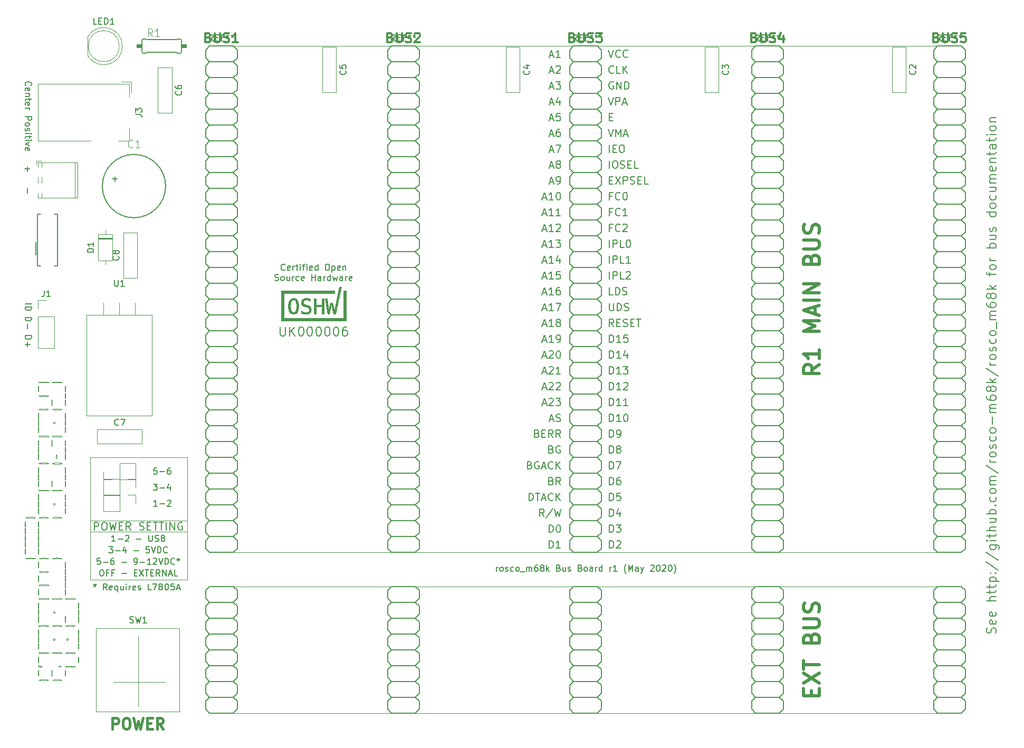
<source format=gbr>
G04 #@! TF.GenerationSoftware,KiCad,Pcbnew,(5.1.5-0-10_14)*
G04 #@! TF.CreationDate,2020-05-08T02:27:49+01:00*
G04 #@! TF.ProjectId,roscbus01,726f7363-6275-4733-9031-2e6b69636164,rev?*
G04 #@! TF.SameCoordinates,Original*
G04 #@! TF.FileFunction,Legend,Top*
G04 #@! TF.FilePolarity,Positive*
%FSLAX46Y46*%
G04 Gerber Fmt 4.6, Leading zero omitted, Abs format (unit mm)*
G04 Created by KiCad (PCBNEW (5.1.5-0-10_14)) date 2020-05-08 02:27:49*
%MOMM*%
%LPD*%
G04 APERTURE LIST*
%ADD10C,0.150000*%
%ADD11C,0.120000*%
%ADD12C,0.400000*%
%ADD13C,0.500000*%
%ADD14C,0.012500*%
%ADD15C,0.152400*%
%ADD16C,0.100000*%
%ADD17C,0.002540*%
%ADD18C,0.120650*%
%ADD19C,0.200000*%
%ADD20C,0.300000*%
G04 APERTURE END LIST*
D10*
X69871428Y-63762858D02*
X69871428Y-63000953D01*
X69871428Y-60239048D02*
X69871428Y-59477143D01*
X70252380Y-59858096D02*
X69490476Y-59858096D01*
X69642857Y-46475238D02*
X69595238Y-46427619D01*
X69547619Y-46284761D01*
X69547619Y-46189523D01*
X69595238Y-46046666D01*
X69690476Y-45951428D01*
X69785714Y-45903809D01*
X69976190Y-45856190D01*
X70119047Y-45856190D01*
X70309523Y-45903809D01*
X70404761Y-45951428D01*
X70500000Y-46046666D01*
X70547619Y-46189523D01*
X70547619Y-46284761D01*
X70500000Y-46427619D01*
X70452380Y-46475238D01*
X69595238Y-47284761D02*
X69547619Y-47189523D01*
X69547619Y-46999047D01*
X69595238Y-46903809D01*
X69690476Y-46856190D01*
X70071428Y-46856190D01*
X70166666Y-46903809D01*
X70214285Y-46999047D01*
X70214285Y-47189523D01*
X70166666Y-47284761D01*
X70071428Y-47332380D01*
X69976190Y-47332380D01*
X69880952Y-46856190D01*
X70214285Y-47760952D02*
X69547619Y-47760952D01*
X70119047Y-47760952D02*
X70166666Y-47808571D01*
X70214285Y-47903809D01*
X70214285Y-48046666D01*
X70166666Y-48141904D01*
X70071428Y-48189523D01*
X69547619Y-48189523D01*
X70214285Y-48522857D02*
X70214285Y-48903809D01*
X70547619Y-48665714D02*
X69690476Y-48665714D01*
X69595238Y-48713333D01*
X69547619Y-48808571D01*
X69547619Y-48903809D01*
X69595238Y-49618095D02*
X69547619Y-49522857D01*
X69547619Y-49332380D01*
X69595238Y-49237142D01*
X69690476Y-49189523D01*
X70071428Y-49189523D01*
X70166666Y-49237142D01*
X70214285Y-49332380D01*
X70214285Y-49522857D01*
X70166666Y-49618095D01*
X70071428Y-49665714D01*
X69976190Y-49665714D01*
X69880952Y-49189523D01*
X69547619Y-50094285D02*
X70214285Y-50094285D01*
X70023809Y-50094285D02*
X70119047Y-50141904D01*
X70166666Y-50189523D01*
X70214285Y-50284761D01*
X70214285Y-50380000D01*
X69547619Y-51475238D02*
X70547619Y-51475238D01*
X70547619Y-51856190D01*
X70500000Y-51951428D01*
X70452380Y-51999047D01*
X70357142Y-52046666D01*
X70214285Y-52046666D01*
X70119047Y-51999047D01*
X70071428Y-51951428D01*
X70023809Y-51856190D01*
X70023809Y-51475238D01*
X69547619Y-52618095D02*
X69595238Y-52522857D01*
X69642857Y-52475238D01*
X69738095Y-52427619D01*
X70023809Y-52427619D01*
X70119047Y-52475238D01*
X70166666Y-52522857D01*
X70214285Y-52618095D01*
X70214285Y-52760952D01*
X70166666Y-52856190D01*
X70119047Y-52903809D01*
X70023809Y-52951428D01*
X69738095Y-52951428D01*
X69642857Y-52903809D01*
X69595238Y-52856190D01*
X69547619Y-52760952D01*
X69547619Y-52618095D01*
X69595238Y-53332380D02*
X69547619Y-53427619D01*
X69547619Y-53618095D01*
X69595238Y-53713333D01*
X69690476Y-53760952D01*
X69738095Y-53760952D01*
X69833333Y-53713333D01*
X69880952Y-53618095D01*
X69880952Y-53475238D01*
X69928571Y-53380000D01*
X70023809Y-53332380D01*
X70071428Y-53332380D01*
X70166666Y-53380000D01*
X70214285Y-53475238D01*
X70214285Y-53618095D01*
X70166666Y-53713333D01*
X69547619Y-54189523D02*
X70214285Y-54189523D01*
X70547619Y-54189523D02*
X70500000Y-54141904D01*
X70452380Y-54189523D01*
X70500000Y-54237142D01*
X70547619Y-54189523D01*
X70452380Y-54189523D01*
X70214285Y-54522857D02*
X70214285Y-54903809D01*
X70547619Y-54665714D02*
X69690476Y-54665714D01*
X69595238Y-54713333D01*
X69547619Y-54808571D01*
X69547619Y-54903809D01*
X69547619Y-55237142D02*
X70214285Y-55237142D01*
X70547619Y-55237142D02*
X70500000Y-55189523D01*
X70452380Y-55237142D01*
X70500000Y-55284761D01*
X70547619Y-55237142D01*
X70452380Y-55237142D01*
X70214285Y-55618095D02*
X69547619Y-55856190D01*
X70214285Y-56094285D01*
X69595238Y-56856190D02*
X69547619Y-56760952D01*
X69547619Y-56570476D01*
X69595238Y-56475238D01*
X69690476Y-56427619D01*
X70071428Y-56427619D01*
X70166666Y-56475238D01*
X70214285Y-56570476D01*
X70214285Y-56760952D01*
X70166666Y-56856190D01*
X70071428Y-56903809D01*
X69976190Y-56903809D01*
X69880952Y-56427619D01*
X69547619Y-86619047D02*
X70547619Y-86619047D01*
X70547619Y-86857142D01*
X70500000Y-87000000D01*
X70404761Y-87095238D01*
X70309523Y-87142857D01*
X70119047Y-87190476D01*
X69976190Y-87190476D01*
X69785714Y-87142857D01*
X69690476Y-87095238D01*
X69595238Y-87000000D01*
X69547619Y-86857142D01*
X69547619Y-86619047D01*
X69928571Y-87619047D02*
X69928571Y-88380952D01*
X69547619Y-88000000D02*
X70309523Y-88000000D01*
X69547619Y-83678570D02*
X70547619Y-83678570D01*
X70547619Y-83916665D01*
X70500000Y-84059523D01*
X70404761Y-84154761D01*
X70309523Y-84202380D01*
X70119047Y-84249999D01*
X69976190Y-84249999D01*
X69785714Y-84202380D01*
X69690476Y-84154761D01*
X69595238Y-84059523D01*
X69547619Y-83916665D01*
X69547619Y-83678570D01*
X69928571Y-84678570D02*
X69928571Y-85440475D01*
X69547619Y-81500000D02*
X70547619Y-81500000D01*
X69547619Y-81976190D02*
X70547619Y-81976190D01*
X70547619Y-82214285D01*
X70500000Y-82357142D01*
X70404761Y-82452380D01*
X70309523Y-82500000D01*
X70119047Y-82547619D01*
X69976190Y-82547619D01*
X69785714Y-82500000D01*
X69690476Y-82452380D01*
X69595238Y-82357142D01*
X69547619Y-82214285D01*
X69547619Y-81976190D01*
D11*
X102875000Y-40100000D02*
X216050000Y-40100000D01*
X216125000Y-147225000D02*
X102900000Y-147225000D01*
X102950000Y-126875000D02*
X216050000Y-126875000D01*
D10*
X111228761Y-76019142D02*
X111181142Y-76066761D01*
X111038285Y-76114380D01*
X110943047Y-76114380D01*
X110800190Y-76066761D01*
X110704952Y-75971523D01*
X110657333Y-75876285D01*
X110609714Y-75685809D01*
X110609714Y-75542952D01*
X110657333Y-75352476D01*
X110704952Y-75257238D01*
X110800190Y-75162000D01*
X110943047Y-75114380D01*
X111038285Y-75114380D01*
X111181142Y-75162000D01*
X111228761Y-75209619D01*
X112038285Y-76066761D02*
X111943047Y-76114380D01*
X111752571Y-76114380D01*
X111657333Y-76066761D01*
X111609714Y-75971523D01*
X111609714Y-75590571D01*
X111657333Y-75495333D01*
X111752571Y-75447714D01*
X111943047Y-75447714D01*
X112038285Y-75495333D01*
X112085904Y-75590571D01*
X112085904Y-75685809D01*
X111609714Y-75781047D01*
X112514476Y-76114380D02*
X112514476Y-75447714D01*
X112514476Y-75638190D02*
X112562095Y-75542952D01*
X112609714Y-75495333D01*
X112704952Y-75447714D01*
X112800190Y-75447714D01*
X112990666Y-75447714D02*
X113371619Y-75447714D01*
X113133523Y-75114380D02*
X113133523Y-75971523D01*
X113181142Y-76066761D01*
X113276380Y-76114380D01*
X113371619Y-76114380D01*
X113704952Y-76114380D02*
X113704952Y-75447714D01*
X113704952Y-75114380D02*
X113657333Y-75162000D01*
X113704952Y-75209619D01*
X113752571Y-75162000D01*
X113704952Y-75114380D01*
X113704952Y-75209619D01*
X114038285Y-75447714D02*
X114419238Y-75447714D01*
X114181142Y-76114380D02*
X114181142Y-75257238D01*
X114228761Y-75162000D01*
X114324000Y-75114380D01*
X114419238Y-75114380D01*
X114752571Y-76114380D02*
X114752571Y-75447714D01*
X114752571Y-75114380D02*
X114704952Y-75162000D01*
X114752571Y-75209619D01*
X114800190Y-75162000D01*
X114752571Y-75114380D01*
X114752571Y-75209619D01*
X115609714Y-76066761D02*
X115514476Y-76114380D01*
X115324000Y-76114380D01*
X115228761Y-76066761D01*
X115181142Y-75971523D01*
X115181142Y-75590571D01*
X115228761Y-75495333D01*
X115324000Y-75447714D01*
X115514476Y-75447714D01*
X115609714Y-75495333D01*
X115657333Y-75590571D01*
X115657333Y-75685809D01*
X115181142Y-75781047D01*
X116514476Y-76114380D02*
X116514476Y-75114380D01*
X116514476Y-76066761D02*
X116419238Y-76114380D01*
X116228761Y-76114380D01*
X116133523Y-76066761D01*
X116085904Y-76019142D01*
X116038285Y-75923904D01*
X116038285Y-75638190D01*
X116085904Y-75542952D01*
X116133523Y-75495333D01*
X116228761Y-75447714D01*
X116419238Y-75447714D01*
X116514476Y-75495333D01*
X117943047Y-75114380D02*
X118133523Y-75114380D01*
X118228761Y-75162000D01*
X118324000Y-75257238D01*
X118371619Y-75447714D01*
X118371619Y-75781047D01*
X118324000Y-75971523D01*
X118228761Y-76066761D01*
X118133523Y-76114380D01*
X117943047Y-76114380D01*
X117847809Y-76066761D01*
X117752571Y-75971523D01*
X117704952Y-75781047D01*
X117704952Y-75447714D01*
X117752571Y-75257238D01*
X117847809Y-75162000D01*
X117943047Y-75114380D01*
X118800190Y-75447714D02*
X118800190Y-76447714D01*
X118800190Y-75495333D02*
X118895428Y-75447714D01*
X119085904Y-75447714D01*
X119181142Y-75495333D01*
X119228761Y-75542952D01*
X119276380Y-75638190D01*
X119276380Y-75923904D01*
X119228761Y-76019142D01*
X119181142Y-76066761D01*
X119085904Y-76114380D01*
X118895428Y-76114380D01*
X118800190Y-76066761D01*
X120085904Y-76066761D02*
X119990666Y-76114380D01*
X119800190Y-76114380D01*
X119704952Y-76066761D01*
X119657333Y-75971523D01*
X119657333Y-75590571D01*
X119704952Y-75495333D01*
X119800190Y-75447714D01*
X119990666Y-75447714D01*
X120085904Y-75495333D01*
X120133523Y-75590571D01*
X120133523Y-75685809D01*
X119657333Y-75781047D01*
X120562095Y-75447714D02*
X120562095Y-76114380D01*
X120562095Y-75542952D02*
X120609714Y-75495333D01*
X120704952Y-75447714D01*
X120847809Y-75447714D01*
X120943047Y-75495333D01*
X120990666Y-75590571D01*
X120990666Y-76114380D01*
X109633523Y-77716761D02*
X109776380Y-77764380D01*
X110014476Y-77764380D01*
X110109714Y-77716761D01*
X110157333Y-77669142D01*
X110204952Y-77573904D01*
X110204952Y-77478666D01*
X110157333Y-77383428D01*
X110109714Y-77335809D01*
X110014476Y-77288190D01*
X109824000Y-77240571D01*
X109728761Y-77192952D01*
X109681142Y-77145333D01*
X109633523Y-77050095D01*
X109633523Y-76954857D01*
X109681142Y-76859619D01*
X109728761Y-76812000D01*
X109824000Y-76764380D01*
X110062095Y-76764380D01*
X110204952Y-76812000D01*
X110776380Y-77764380D02*
X110681142Y-77716761D01*
X110633523Y-77669142D01*
X110585904Y-77573904D01*
X110585904Y-77288190D01*
X110633523Y-77192952D01*
X110681142Y-77145333D01*
X110776380Y-77097714D01*
X110919238Y-77097714D01*
X111014476Y-77145333D01*
X111062095Y-77192952D01*
X111109714Y-77288190D01*
X111109714Y-77573904D01*
X111062095Y-77669142D01*
X111014476Y-77716761D01*
X110919238Y-77764380D01*
X110776380Y-77764380D01*
X111966857Y-77097714D02*
X111966857Y-77764380D01*
X111538285Y-77097714D02*
X111538285Y-77621523D01*
X111585904Y-77716761D01*
X111681142Y-77764380D01*
X111824000Y-77764380D01*
X111919238Y-77716761D01*
X111966857Y-77669142D01*
X112443047Y-77764380D02*
X112443047Y-77097714D01*
X112443047Y-77288190D02*
X112490666Y-77192952D01*
X112538285Y-77145333D01*
X112633523Y-77097714D01*
X112728761Y-77097714D01*
X113490666Y-77716761D02*
X113395428Y-77764380D01*
X113204952Y-77764380D01*
X113109714Y-77716761D01*
X113062095Y-77669142D01*
X113014476Y-77573904D01*
X113014476Y-77288190D01*
X113062095Y-77192952D01*
X113109714Y-77145333D01*
X113204952Y-77097714D01*
X113395428Y-77097714D01*
X113490666Y-77145333D01*
X114300190Y-77716761D02*
X114204952Y-77764380D01*
X114014476Y-77764380D01*
X113919238Y-77716761D01*
X113871619Y-77621523D01*
X113871619Y-77240571D01*
X113919238Y-77145333D01*
X114014476Y-77097714D01*
X114204952Y-77097714D01*
X114300190Y-77145333D01*
X114347809Y-77240571D01*
X114347809Y-77335809D01*
X113871619Y-77431047D01*
X115538285Y-77764380D02*
X115538285Y-76764380D01*
X115538285Y-77240571D02*
X116109714Y-77240571D01*
X116109714Y-77764380D02*
X116109714Y-76764380D01*
X117014476Y-77764380D02*
X117014476Y-77240571D01*
X116966857Y-77145333D01*
X116871619Y-77097714D01*
X116681142Y-77097714D01*
X116585904Y-77145333D01*
X117014476Y-77716761D02*
X116919238Y-77764380D01*
X116681142Y-77764380D01*
X116585904Y-77716761D01*
X116538285Y-77621523D01*
X116538285Y-77526285D01*
X116585904Y-77431047D01*
X116681142Y-77383428D01*
X116919238Y-77383428D01*
X117014476Y-77335809D01*
X117490666Y-77764380D02*
X117490666Y-77097714D01*
X117490666Y-77288190D02*
X117538285Y-77192952D01*
X117585904Y-77145333D01*
X117681142Y-77097714D01*
X117776380Y-77097714D01*
X118538285Y-77764380D02*
X118538285Y-76764380D01*
X118538285Y-77716761D02*
X118443047Y-77764380D01*
X118252571Y-77764380D01*
X118157333Y-77716761D01*
X118109714Y-77669142D01*
X118062095Y-77573904D01*
X118062095Y-77288190D01*
X118109714Y-77192952D01*
X118157333Y-77145333D01*
X118252571Y-77097714D01*
X118443047Y-77097714D01*
X118538285Y-77145333D01*
X118919238Y-77097714D02*
X119109714Y-77764380D01*
X119300190Y-77288190D01*
X119490666Y-77764380D01*
X119681142Y-77097714D01*
X120490666Y-77764380D02*
X120490666Y-77240571D01*
X120443047Y-77145333D01*
X120347809Y-77097714D01*
X120157333Y-77097714D01*
X120062095Y-77145333D01*
X120490666Y-77716761D02*
X120395428Y-77764380D01*
X120157333Y-77764380D01*
X120062095Y-77716761D01*
X120014476Y-77621523D01*
X120014476Y-77526285D01*
X120062095Y-77431047D01*
X120157333Y-77383428D01*
X120395428Y-77383428D01*
X120490666Y-77335809D01*
X120966857Y-77764380D02*
X120966857Y-77097714D01*
X120966857Y-77288190D02*
X121014476Y-77192952D01*
X121062095Y-77145333D01*
X121157333Y-77097714D01*
X121252571Y-77097714D01*
X121966857Y-77716761D02*
X121871619Y-77764380D01*
X121681142Y-77764380D01*
X121585904Y-77716761D01*
X121538285Y-77621523D01*
X121538285Y-77240571D01*
X121585904Y-77145333D01*
X121681142Y-77097714D01*
X121871619Y-77097714D01*
X121966857Y-77145333D01*
X122014476Y-77240571D01*
X122014476Y-77335809D01*
X121538285Y-77431047D01*
X225257142Y-134362857D02*
X225328571Y-134148571D01*
X225328571Y-133791428D01*
X225257142Y-133648571D01*
X225185714Y-133577142D01*
X225042857Y-133505714D01*
X224900000Y-133505714D01*
X224757142Y-133577142D01*
X224685714Y-133648571D01*
X224614285Y-133791428D01*
X224542857Y-134077142D01*
X224471428Y-134219999D01*
X224400000Y-134291428D01*
X224257142Y-134362857D01*
X224114285Y-134362857D01*
X223971428Y-134291428D01*
X223900000Y-134219999D01*
X223828571Y-134077142D01*
X223828571Y-133719999D01*
X223900000Y-133505714D01*
X225257142Y-132291428D02*
X225328571Y-132434285D01*
X225328571Y-132719999D01*
X225257142Y-132862857D01*
X225114285Y-132934285D01*
X224542857Y-132934285D01*
X224400000Y-132862857D01*
X224328571Y-132719999D01*
X224328571Y-132434285D01*
X224400000Y-132291428D01*
X224542857Y-132219999D01*
X224685714Y-132219999D01*
X224828571Y-132934285D01*
X225257142Y-131005714D02*
X225328571Y-131148571D01*
X225328571Y-131434285D01*
X225257142Y-131577142D01*
X225114285Y-131648571D01*
X224542857Y-131648571D01*
X224400000Y-131577142D01*
X224328571Y-131434285D01*
X224328571Y-131148571D01*
X224400000Y-131005714D01*
X224542857Y-130934285D01*
X224685714Y-130934285D01*
X224828571Y-131648571D01*
X225328571Y-129148571D02*
X223828571Y-129148571D01*
X225328571Y-128505714D02*
X224542857Y-128505714D01*
X224400000Y-128577142D01*
X224328571Y-128719999D01*
X224328571Y-128934285D01*
X224400000Y-129077142D01*
X224471428Y-129148571D01*
X224328571Y-128005714D02*
X224328571Y-127434285D01*
X223828571Y-127791428D02*
X225114285Y-127791428D01*
X225257142Y-127719999D01*
X225328571Y-127577142D01*
X225328571Y-127434285D01*
X224328571Y-127148571D02*
X224328571Y-126577142D01*
X223828571Y-126934285D02*
X225114285Y-126934285D01*
X225257142Y-126862857D01*
X225328571Y-126719999D01*
X225328571Y-126577142D01*
X224328571Y-126077142D02*
X225828571Y-126077142D01*
X224400000Y-126077142D02*
X224328571Y-125934285D01*
X224328571Y-125648571D01*
X224400000Y-125505714D01*
X224471428Y-125434285D01*
X224614285Y-125362857D01*
X225042857Y-125362857D01*
X225185714Y-125434285D01*
X225257142Y-125505714D01*
X225328571Y-125648571D01*
X225328571Y-125934285D01*
X225257142Y-126077142D01*
X225185714Y-124719999D02*
X225257142Y-124648571D01*
X225328571Y-124719999D01*
X225257142Y-124791428D01*
X225185714Y-124719999D01*
X225328571Y-124719999D01*
X224400000Y-124719999D02*
X224471428Y-124648571D01*
X224542857Y-124719999D01*
X224471428Y-124791428D01*
X224400000Y-124719999D01*
X224542857Y-124719999D01*
X223757142Y-122934285D02*
X225685714Y-124219999D01*
X223757142Y-121362857D02*
X225685714Y-122648571D01*
X224328571Y-120219999D02*
X225542857Y-120219999D01*
X225685714Y-120291428D01*
X225757142Y-120362857D01*
X225828571Y-120505714D01*
X225828571Y-120719999D01*
X225757142Y-120862857D01*
X225257142Y-120219999D02*
X225328571Y-120362857D01*
X225328571Y-120648571D01*
X225257142Y-120791428D01*
X225185714Y-120862857D01*
X225042857Y-120934285D01*
X224614285Y-120934285D01*
X224471428Y-120862857D01*
X224400000Y-120791428D01*
X224328571Y-120648571D01*
X224328571Y-120362857D01*
X224400000Y-120219999D01*
X225328571Y-119505714D02*
X224328571Y-119505714D01*
X223828571Y-119505714D02*
X223900000Y-119577142D01*
X223971428Y-119505714D01*
X223900000Y-119434285D01*
X223828571Y-119505714D01*
X223971428Y-119505714D01*
X224328571Y-119005714D02*
X224328571Y-118434285D01*
X223828571Y-118791428D02*
X225114285Y-118791428D01*
X225257142Y-118719999D01*
X225328571Y-118577142D01*
X225328571Y-118434285D01*
X225328571Y-117934285D02*
X223828571Y-117934285D01*
X225328571Y-117291428D02*
X224542857Y-117291428D01*
X224400000Y-117362857D01*
X224328571Y-117505714D01*
X224328571Y-117719999D01*
X224400000Y-117862857D01*
X224471428Y-117934285D01*
X224328571Y-115934285D02*
X225328571Y-115934285D01*
X224328571Y-116577142D02*
X225114285Y-116577142D01*
X225257142Y-116505714D01*
X225328571Y-116362857D01*
X225328571Y-116148571D01*
X225257142Y-116005714D01*
X225185714Y-115934285D01*
X225328571Y-115219999D02*
X223828571Y-115219999D01*
X224400000Y-115219999D02*
X224328571Y-115077142D01*
X224328571Y-114791428D01*
X224400000Y-114648571D01*
X224471428Y-114577142D01*
X224614285Y-114505714D01*
X225042857Y-114505714D01*
X225185714Y-114577142D01*
X225257142Y-114648571D01*
X225328571Y-114791428D01*
X225328571Y-115077142D01*
X225257142Y-115219999D01*
X225185714Y-113862857D02*
X225257142Y-113791428D01*
X225328571Y-113862857D01*
X225257142Y-113934285D01*
X225185714Y-113862857D01*
X225328571Y-113862857D01*
X225257142Y-112505714D02*
X225328571Y-112648571D01*
X225328571Y-112934285D01*
X225257142Y-113077142D01*
X225185714Y-113148571D01*
X225042857Y-113219999D01*
X224614285Y-113219999D01*
X224471428Y-113148571D01*
X224400000Y-113077142D01*
X224328571Y-112934285D01*
X224328571Y-112648571D01*
X224400000Y-112505714D01*
X225328571Y-111648571D02*
X225257142Y-111791428D01*
X225185714Y-111862857D01*
X225042857Y-111934285D01*
X224614285Y-111934285D01*
X224471428Y-111862857D01*
X224400000Y-111791428D01*
X224328571Y-111648571D01*
X224328571Y-111434285D01*
X224400000Y-111291428D01*
X224471428Y-111219999D01*
X224614285Y-111148571D01*
X225042857Y-111148571D01*
X225185714Y-111219999D01*
X225257142Y-111291428D01*
X225328571Y-111434285D01*
X225328571Y-111648571D01*
X225328571Y-110505714D02*
X224328571Y-110505714D01*
X224471428Y-110505714D02*
X224400000Y-110434285D01*
X224328571Y-110291428D01*
X224328571Y-110077142D01*
X224400000Y-109934285D01*
X224542857Y-109862857D01*
X225328571Y-109862857D01*
X224542857Y-109862857D02*
X224400000Y-109791428D01*
X224328571Y-109648571D01*
X224328571Y-109434285D01*
X224400000Y-109291428D01*
X224542857Y-109219999D01*
X225328571Y-109219999D01*
X223757142Y-107434285D02*
X225685714Y-108719999D01*
X225328571Y-106934285D02*
X224328571Y-106934285D01*
X224614285Y-106934285D02*
X224471428Y-106862857D01*
X224400000Y-106791428D01*
X224328571Y-106648571D01*
X224328571Y-106505714D01*
X225328571Y-105791428D02*
X225257142Y-105934285D01*
X225185714Y-106005714D01*
X225042857Y-106077142D01*
X224614285Y-106077142D01*
X224471428Y-106005714D01*
X224400000Y-105934285D01*
X224328571Y-105791428D01*
X224328571Y-105577142D01*
X224400000Y-105434285D01*
X224471428Y-105362857D01*
X224614285Y-105291428D01*
X225042857Y-105291428D01*
X225185714Y-105362857D01*
X225257142Y-105434285D01*
X225328571Y-105577142D01*
X225328571Y-105791428D01*
X225257142Y-104719999D02*
X225328571Y-104577142D01*
X225328571Y-104291428D01*
X225257142Y-104148571D01*
X225114285Y-104077142D01*
X225042857Y-104077142D01*
X224900000Y-104148571D01*
X224828571Y-104291428D01*
X224828571Y-104505714D01*
X224757142Y-104648571D01*
X224614285Y-104719999D01*
X224542857Y-104719999D01*
X224400000Y-104648571D01*
X224328571Y-104505714D01*
X224328571Y-104291428D01*
X224400000Y-104148571D01*
X225257142Y-102791428D02*
X225328571Y-102934285D01*
X225328571Y-103219999D01*
X225257142Y-103362857D01*
X225185714Y-103434285D01*
X225042857Y-103505714D01*
X224614285Y-103505714D01*
X224471428Y-103434285D01*
X224400000Y-103362857D01*
X224328571Y-103219999D01*
X224328571Y-102934285D01*
X224400000Y-102791428D01*
X225328571Y-101934285D02*
X225257142Y-102077142D01*
X225185714Y-102148571D01*
X225042857Y-102219999D01*
X224614285Y-102219999D01*
X224471428Y-102148571D01*
X224400000Y-102077142D01*
X224328571Y-101934285D01*
X224328571Y-101719999D01*
X224400000Y-101577142D01*
X224471428Y-101505714D01*
X224614285Y-101434285D01*
X225042857Y-101434285D01*
X225185714Y-101505714D01*
X225257142Y-101577142D01*
X225328571Y-101719999D01*
X225328571Y-101934285D01*
X224757142Y-100791428D02*
X224757142Y-99648571D01*
X225328571Y-98934285D02*
X224328571Y-98934285D01*
X224471428Y-98934285D02*
X224400000Y-98862857D01*
X224328571Y-98719999D01*
X224328571Y-98505714D01*
X224400000Y-98362857D01*
X224542857Y-98291428D01*
X225328571Y-98291428D01*
X224542857Y-98291428D02*
X224400000Y-98219999D01*
X224328571Y-98077142D01*
X224328571Y-97862857D01*
X224400000Y-97719999D01*
X224542857Y-97648571D01*
X225328571Y-97648571D01*
X223828571Y-96291428D02*
X223828571Y-96577142D01*
X223900000Y-96719999D01*
X223971428Y-96791428D01*
X224185714Y-96934285D01*
X224471428Y-97005714D01*
X225042857Y-97005714D01*
X225185714Y-96934285D01*
X225257142Y-96862857D01*
X225328571Y-96719999D01*
X225328571Y-96434285D01*
X225257142Y-96291428D01*
X225185714Y-96219999D01*
X225042857Y-96148571D01*
X224685714Y-96148571D01*
X224542857Y-96219999D01*
X224471428Y-96291428D01*
X224400000Y-96434285D01*
X224400000Y-96719999D01*
X224471428Y-96862857D01*
X224542857Y-96934285D01*
X224685714Y-97005714D01*
X224471428Y-95291428D02*
X224400000Y-95434285D01*
X224328571Y-95505714D01*
X224185714Y-95577142D01*
X224114285Y-95577142D01*
X223971428Y-95505714D01*
X223900000Y-95434285D01*
X223828571Y-95291428D01*
X223828571Y-95005714D01*
X223900000Y-94862857D01*
X223971428Y-94791428D01*
X224114285Y-94719999D01*
X224185714Y-94719999D01*
X224328571Y-94791428D01*
X224400000Y-94862857D01*
X224471428Y-95005714D01*
X224471428Y-95291428D01*
X224542857Y-95434285D01*
X224614285Y-95505714D01*
X224757142Y-95577142D01*
X225042857Y-95577142D01*
X225185714Y-95505714D01*
X225257142Y-95434285D01*
X225328571Y-95291428D01*
X225328571Y-95005714D01*
X225257142Y-94862857D01*
X225185714Y-94791428D01*
X225042857Y-94719999D01*
X224757142Y-94719999D01*
X224614285Y-94791428D01*
X224542857Y-94862857D01*
X224471428Y-95005714D01*
X225328571Y-94077142D02*
X223828571Y-94077142D01*
X224757142Y-93934285D02*
X225328571Y-93505714D01*
X224328571Y-93505714D02*
X224900000Y-94077142D01*
X223757142Y-91791428D02*
X225685714Y-93077142D01*
X225328571Y-91291428D02*
X224328571Y-91291428D01*
X224614285Y-91291428D02*
X224471428Y-91219999D01*
X224400000Y-91148571D01*
X224328571Y-91005714D01*
X224328571Y-90862857D01*
X225328571Y-90148571D02*
X225257142Y-90291428D01*
X225185714Y-90362857D01*
X225042857Y-90434285D01*
X224614285Y-90434285D01*
X224471428Y-90362857D01*
X224400000Y-90291428D01*
X224328571Y-90148571D01*
X224328571Y-89934285D01*
X224400000Y-89791428D01*
X224471428Y-89719999D01*
X224614285Y-89648571D01*
X225042857Y-89648571D01*
X225185714Y-89719999D01*
X225257142Y-89791428D01*
X225328571Y-89934285D01*
X225328571Y-90148571D01*
X225257142Y-89077142D02*
X225328571Y-88934285D01*
X225328571Y-88648571D01*
X225257142Y-88505714D01*
X225114285Y-88434285D01*
X225042857Y-88434285D01*
X224900000Y-88505714D01*
X224828571Y-88648571D01*
X224828571Y-88862857D01*
X224757142Y-89005714D01*
X224614285Y-89077142D01*
X224542857Y-89077142D01*
X224400000Y-89005714D01*
X224328571Y-88862857D01*
X224328571Y-88648571D01*
X224400000Y-88505714D01*
X225257142Y-87148571D02*
X225328571Y-87291428D01*
X225328571Y-87577142D01*
X225257142Y-87719999D01*
X225185714Y-87791428D01*
X225042857Y-87862857D01*
X224614285Y-87862857D01*
X224471428Y-87791428D01*
X224400000Y-87719999D01*
X224328571Y-87577142D01*
X224328571Y-87291428D01*
X224400000Y-87148571D01*
X225328571Y-86291428D02*
X225257142Y-86434285D01*
X225185714Y-86505714D01*
X225042857Y-86577142D01*
X224614285Y-86577142D01*
X224471428Y-86505714D01*
X224400000Y-86434285D01*
X224328571Y-86291428D01*
X224328571Y-86077142D01*
X224400000Y-85934285D01*
X224471428Y-85862857D01*
X224614285Y-85791428D01*
X225042857Y-85791428D01*
X225185714Y-85862857D01*
X225257142Y-85934285D01*
X225328571Y-86077142D01*
X225328571Y-86291428D01*
X225471428Y-85505714D02*
X225471428Y-84362857D01*
X225328571Y-84005714D02*
X224328571Y-84005714D01*
X224471428Y-84005714D02*
X224400000Y-83934285D01*
X224328571Y-83791428D01*
X224328571Y-83577142D01*
X224400000Y-83434285D01*
X224542857Y-83362857D01*
X225328571Y-83362857D01*
X224542857Y-83362857D02*
X224400000Y-83291428D01*
X224328571Y-83148571D01*
X224328571Y-82934285D01*
X224400000Y-82791428D01*
X224542857Y-82719999D01*
X225328571Y-82719999D01*
X223828571Y-81362857D02*
X223828571Y-81648571D01*
X223900000Y-81791428D01*
X223971428Y-81862857D01*
X224185714Y-82005714D01*
X224471428Y-82077142D01*
X225042857Y-82077142D01*
X225185714Y-82005714D01*
X225257142Y-81934285D01*
X225328571Y-81791428D01*
X225328571Y-81505714D01*
X225257142Y-81362857D01*
X225185714Y-81291428D01*
X225042857Y-81219999D01*
X224685714Y-81219999D01*
X224542857Y-81291428D01*
X224471428Y-81362857D01*
X224400000Y-81505714D01*
X224400000Y-81791428D01*
X224471428Y-81934285D01*
X224542857Y-82005714D01*
X224685714Y-82077142D01*
X224471428Y-80362857D02*
X224400000Y-80505714D01*
X224328571Y-80577142D01*
X224185714Y-80648571D01*
X224114285Y-80648571D01*
X223971428Y-80577142D01*
X223900000Y-80505714D01*
X223828571Y-80362857D01*
X223828571Y-80077142D01*
X223900000Y-79934285D01*
X223971428Y-79862857D01*
X224114285Y-79791428D01*
X224185714Y-79791428D01*
X224328571Y-79862857D01*
X224400000Y-79934285D01*
X224471428Y-80077142D01*
X224471428Y-80362857D01*
X224542857Y-80505714D01*
X224614285Y-80577142D01*
X224757142Y-80648571D01*
X225042857Y-80648571D01*
X225185714Y-80577142D01*
X225257142Y-80505714D01*
X225328571Y-80362857D01*
X225328571Y-80077142D01*
X225257142Y-79934285D01*
X225185714Y-79862857D01*
X225042857Y-79791428D01*
X224757142Y-79791428D01*
X224614285Y-79862857D01*
X224542857Y-79934285D01*
X224471428Y-80077142D01*
X225328571Y-79148571D02*
X223828571Y-79148571D01*
X224757142Y-79005714D02*
X225328571Y-78577142D01*
X224328571Y-78577142D02*
X224900000Y-79148571D01*
X224328571Y-77005714D02*
X224328571Y-76434285D01*
X225328571Y-76791428D02*
X224042857Y-76791428D01*
X223900000Y-76720000D01*
X223828571Y-76577142D01*
X223828571Y-76434285D01*
X225328571Y-75719999D02*
X225257142Y-75862857D01*
X225185714Y-75934285D01*
X225042857Y-76005714D01*
X224614285Y-76005714D01*
X224471428Y-75934285D01*
X224400000Y-75862857D01*
X224328571Y-75719999D01*
X224328571Y-75505714D01*
X224400000Y-75362857D01*
X224471428Y-75291428D01*
X224614285Y-75219999D01*
X225042857Y-75219999D01*
X225185714Y-75291428D01*
X225257142Y-75362857D01*
X225328571Y-75505714D01*
X225328571Y-75719999D01*
X225328571Y-74577142D02*
X224328571Y-74577142D01*
X224614285Y-74577142D02*
X224471428Y-74505714D01*
X224400000Y-74434285D01*
X224328571Y-74291428D01*
X224328571Y-74148571D01*
X225328571Y-72505714D02*
X223828571Y-72505714D01*
X224400000Y-72505714D02*
X224328571Y-72362857D01*
X224328571Y-72077142D01*
X224400000Y-71934285D01*
X224471428Y-71862857D01*
X224614285Y-71791428D01*
X225042857Y-71791428D01*
X225185714Y-71862857D01*
X225257142Y-71934285D01*
X225328571Y-72077142D01*
X225328571Y-72362857D01*
X225257142Y-72505714D01*
X224328571Y-70505714D02*
X225328571Y-70505714D01*
X224328571Y-71148571D02*
X225114285Y-71148571D01*
X225257142Y-71077142D01*
X225328571Y-70934285D01*
X225328571Y-70720000D01*
X225257142Y-70577142D01*
X225185714Y-70505714D01*
X225257142Y-69862857D02*
X225328571Y-69720000D01*
X225328571Y-69434285D01*
X225257142Y-69291428D01*
X225114285Y-69220000D01*
X225042857Y-69220000D01*
X224900000Y-69291428D01*
X224828571Y-69434285D01*
X224828571Y-69648571D01*
X224757142Y-69791428D01*
X224614285Y-69862857D01*
X224542857Y-69862857D01*
X224400000Y-69791428D01*
X224328571Y-69648571D01*
X224328571Y-69434285D01*
X224400000Y-69291428D01*
X225328571Y-66791428D02*
X223828571Y-66791428D01*
X225257142Y-66791428D02*
X225328571Y-66934285D01*
X225328571Y-67220000D01*
X225257142Y-67362857D01*
X225185714Y-67434285D01*
X225042857Y-67505714D01*
X224614285Y-67505714D01*
X224471428Y-67434285D01*
X224400000Y-67362857D01*
X224328571Y-67220000D01*
X224328571Y-66934285D01*
X224400000Y-66791428D01*
X225328571Y-65862857D02*
X225257142Y-66005714D01*
X225185714Y-66077142D01*
X225042857Y-66148571D01*
X224614285Y-66148571D01*
X224471428Y-66077142D01*
X224400000Y-66005714D01*
X224328571Y-65862857D01*
X224328571Y-65648571D01*
X224400000Y-65505714D01*
X224471428Y-65434285D01*
X224614285Y-65362857D01*
X225042857Y-65362857D01*
X225185714Y-65434285D01*
X225257142Y-65505714D01*
X225328571Y-65648571D01*
X225328571Y-65862857D01*
X225257142Y-64077142D02*
X225328571Y-64220000D01*
X225328571Y-64505714D01*
X225257142Y-64648571D01*
X225185714Y-64720000D01*
X225042857Y-64791428D01*
X224614285Y-64791428D01*
X224471428Y-64720000D01*
X224400000Y-64648571D01*
X224328571Y-64505714D01*
X224328571Y-64220000D01*
X224400000Y-64077142D01*
X224328571Y-62791428D02*
X225328571Y-62791428D01*
X224328571Y-63434285D02*
X225114285Y-63434285D01*
X225257142Y-63362857D01*
X225328571Y-63220000D01*
X225328571Y-63005714D01*
X225257142Y-62862857D01*
X225185714Y-62791428D01*
X225328571Y-62077142D02*
X224328571Y-62077142D01*
X224471428Y-62077142D02*
X224400000Y-62005714D01*
X224328571Y-61862857D01*
X224328571Y-61648571D01*
X224400000Y-61505714D01*
X224542857Y-61434285D01*
X225328571Y-61434285D01*
X224542857Y-61434285D02*
X224400000Y-61362857D01*
X224328571Y-61220000D01*
X224328571Y-61005714D01*
X224400000Y-60862857D01*
X224542857Y-60791428D01*
X225328571Y-60791428D01*
X225257142Y-59505714D02*
X225328571Y-59648571D01*
X225328571Y-59934285D01*
X225257142Y-60077142D01*
X225114285Y-60148571D01*
X224542857Y-60148571D01*
X224400000Y-60077142D01*
X224328571Y-59934285D01*
X224328571Y-59648571D01*
X224400000Y-59505714D01*
X224542857Y-59434285D01*
X224685714Y-59434285D01*
X224828571Y-60148571D01*
X224328571Y-58791428D02*
X225328571Y-58791428D01*
X224471428Y-58791428D02*
X224400000Y-58720000D01*
X224328571Y-58577142D01*
X224328571Y-58362857D01*
X224400000Y-58220000D01*
X224542857Y-58148571D01*
X225328571Y-58148571D01*
X224328571Y-57648571D02*
X224328571Y-57077142D01*
X223828571Y-57434285D02*
X225114285Y-57434285D01*
X225257142Y-57362857D01*
X225328571Y-57220000D01*
X225328571Y-57077142D01*
X225328571Y-55934285D02*
X224542857Y-55934285D01*
X224400000Y-56005714D01*
X224328571Y-56148571D01*
X224328571Y-56434285D01*
X224400000Y-56577142D01*
X225257142Y-55934285D02*
X225328571Y-56077142D01*
X225328571Y-56434285D01*
X225257142Y-56577142D01*
X225114285Y-56648571D01*
X224971428Y-56648571D01*
X224828571Y-56577142D01*
X224757142Y-56434285D01*
X224757142Y-56077142D01*
X224685714Y-55934285D01*
X224328571Y-55434285D02*
X224328571Y-54862857D01*
X223828571Y-55220000D02*
X225114285Y-55220000D01*
X225257142Y-55148571D01*
X225328571Y-55005714D01*
X225328571Y-54862857D01*
X225328571Y-54362857D02*
X224328571Y-54362857D01*
X223828571Y-54362857D02*
X223900000Y-54434285D01*
X223971428Y-54362857D01*
X223900000Y-54291428D01*
X223828571Y-54362857D01*
X223971428Y-54362857D01*
X225328571Y-53434285D02*
X225257142Y-53577142D01*
X225185714Y-53648571D01*
X225042857Y-53720000D01*
X224614285Y-53720000D01*
X224471428Y-53648571D01*
X224400000Y-53577142D01*
X224328571Y-53434285D01*
X224328571Y-53220000D01*
X224400000Y-53077142D01*
X224471428Y-53005714D01*
X224614285Y-52934285D01*
X225042857Y-52934285D01*
X225185714Y-53005714D01*
X225257142Y-53077142D01*
X225328571Y-53220000D01*
X225328571Y-53434285D01*
X224328571Y-52291428D02*
X225328571Y-52291428D01*
X224471428Y-52291428D02*
X224400000Y-52220000D01*
X224328571Y-52077142D01*
X224328571Y-51862857D01*
X224400000Y-51720000D01*
X224542857Y-51648571D01*
X225328571Y-51648571D01*
X145145238Y-124427380D02*
X145145238Y-123760714D01*
X145145238Y-123951190D02*
X145192857Y-123855952D01*
X145240476Y-123808333D01*
X145335714Y-123760714D01*
X145430952Y-123760714D01*
X145907142Y-124427380D02*
X145811904Y-124379761D01*
X145764285Y-124332142D01*
X145716666Y-124236904D01*
X145716666Y-123951190D01*
X145764285Y-123855952D01*
X145811904Y-123808333D01*
X145907142Y-123760714D01*
X146050000Y-123760714D01*
X146145238Y-123808333D01*
X146192857Y-123855952D01*
X146240476Y-123951190D01*
X146240476Y-124236904D01*
X146192857Y-124332142D01*
X146145238Y-124379761D01*
X146050000Y-124427380D01*
X145907142Y-124427380D01*
X146621428Y-124379761D02*
X146716666Y-124427380D01*
X146907142Y-124427380D01*
X147002380Y-124379761D01*
X147050000Y-124284523D01*
X147050000Y-124236904D01*
X147002380Y-124141666D01*
X146907142Y-124094047D01*
X146764285Y-124094047D01*
X146669047Y-124046428D01*
X146621428Y-123951190D01*
X146621428Y-123903571D01*
X146669047Y-123808333D01*
X146764285Y-123760714D01*
X146907142Y-123760714D01*
X147002380Y-123808333D01*
X147907142Y-124379761D02*
X147811904Y-124427380D01*
X147621428Y-124427380D01*
X147526190Y-124379761D01*
X147478571Y-124332142D01*
X147430952Y-124236904D01*
X147430952Y-123951190D01*
X147478571Y-123855952D01*
X147526190Y-123808333D01*
X147621428Y-123760714D01*
X147811904Y-123760714D01*
X147907142Y-123808333D01*
X148478571Y-124427380D02*
X148383333Y-124379761D01*
X148335714Y-124332142D01*
X148288095Y-124236904D01*
X148288095Y-123951190D01*
X148335714Y-123855952D01*
X148383333Y-123808333D01*
X148478571Y-123760714D01*
X148621428Y-123760714D01*
X148716666Y-123808333D01*
X148764285Y-123855952D01*
X148811904Y-123951190D01*
X148811904Y-124236904D01*
X148764285Y-124332142D01*
X148716666Y-124379761D01*
X148621428Y-124427380D01*
X148478571Y-124427380D01*
X149002380Y-124522619D02*
X149764285Y-124522619D01*
X150002380Y-124427380D02*
X150002380Y-123760714D01*
X150002380Y-123855952D02*
X150050000Y-123808333D01*
X150145238Y-123760714D01*
X150288095Y-123760714D01*
X150383333Y-123808333D01*
X150430952Y-123903571D01*
X150430952Y-124427380D01*
X150430952Y-123903571D02*
X150478571Y-123808333D01*
X150573809Y-123760714D01*
X150716666Y-123760714D01*
X150811904Y-123808333D01*
X150859523Y-123903571D01*
X150859523Y-124427380D01*
X151764285Y-123427380D02*
X151573809Y-123427380D01*
X151478571Y-123475000D01*
X151430952Y-123522619D01*
X151335714Y-123665476D01*
X151288095Y-123855952D01*
X151288095Y-124236904D01*
X151335714Y-124332142D01*
X151383333Y-124379761D01*
X151478571Y-124427380D01*
X151669047Y-124427380D01*
X151764285Y-124379761D01*
X151811904Y-124332142D01*
X151859523Y-124236904D01*
X151859523Y-123998809D01*
X151811904Y-123903571D01*
X151764285Y-123855952D01*
X151669047Y-123808333D01*
X151478571Y-123808333D01*
X151383333Y-123855952D01*
X151335714Y-123903571D01*
X151288095Y-123998809D01*
X152430952Y-123855952D02*
X152335714Y-123808333D01*
X152288095Y-123760714D01*
X152240476Y-123665476D01*
X152240476Y-123617857D01*
X152288095Y-123522619D01*
X152335714Y-123475000D01*
X152430952Y-123427380D01*
X152621428Y-123427380D01*
X152716666Y-123475000D01*
X152764285Y-123522619D01*
X152811904Y-123617857D01*
X152811904Y-123665476D01*
X152764285Y-123760714D01*
X152716666Y-123808333D01*
X152621428Y-123855952D01*
X152430952Y-123855952D01*
X152335714Y-123903571D01*
X152288095Y-123951190D01*
X152240476Y-124046428D01*
X152240476Y-124236904D01*
X152288095Y-124332142D01*
X152335714Y-124379761D01*
X152430952Y-124427380D01*
X152621428Y-124427380D01*
X152716666Y-124379761D01*
X152764285Y-124332142D01*
X152811904Y-124236904D01*
X152811904Y-124046428D01*
X152764285Y-123951190D01*
X152716666Y-123903571D01*
X152621428Y-123855952D01*
X153240476Y-124427380D02*
X153240476Y-123427380D01*
X153335714Y-124046428D02*
X153621428Y-124427380D01*
X153621428Y-123760714D02*
X153240476Y-124141666D01*
X155145238Y-123903571D02*
X155288095Y-123951190D01*
X155335714Y-123998809D01*
X155383333Y-124094047D01*
X155383333Y-124236904D01*
X155335714Y-124332142D01*
X155288095Y-124379761D01*
X155192857Y-124427380D01*
X154811904Y-124427380D01*
X154811904Y-123427380D01*
X155145238Y-123427380D01*
X155240476Y-123475000D01*
X155288095Y-123522619D01*
X155335714Y-123617857D01*
X155335714Y-123713095D01*
X155288095Y-123808333D01*
X155240476Y-123855952D01*
X155145238Y-123903571D01*
X154811904Y-123903571D01*
X156240476Y-123760714D02*
X156240476Y-124427380D01*
X155811904Y-123760714D02*
X155811904Y-124284523D01*
X155859523Y-124379761D01*
X155954761Y-124427380D01*
X156097619Y-124427380D01*
X156192857Y-124379761D01*
X156240476Y-124332142D01*
X156669047Y-124379761D02*
X156764285Y-124427380D01*
X156954761Y-124427380D01*
X157050000Y-124379761D01*
X157097619Y-124284523D01*
X157097619Y-124236904D01*
X157050000Y-124141666D01*
X156954761Y-124094047D01*
X156811904Y-124094047D01*
X156716666Y-124046428D01*
X156669047Y-123951190D01*
X156669047Y-123903571D01*
X156716666Y-123808333D01*
X156811904Y-123760714D01*
X156954761Y-123760714D01*
X157050000Y-123808333D01*
X158621428Y-123903571D02*
X158764285Y-123951190D01*
X158811904Y-123998809D01*
X158859523Y-124094047D01*
X158859523Y-124236904D01*
X158811904Y-124332142D01*
X158764285Y-124379761D01*
X158669047Y-124427380D01*
X158288095Y-124427380D01*
X158288095Y-123427380D01*
X158621428Y-123427380D01*
X158716666Y-123475000D01*
X158764285Y-123522619D01*
X158811904Y-123617857D01*
X158811904Y-123713095D01*
X158764285Y-123808333D01*
X158716666Y-123855952D01*
X158621428Y-123903571D01*
X158288095Y-123903571D01*
X159430952Y-124427380D02*
X159335714Y-124379761D01*
X159288095Y-124332142D01*
X159240476Y-124236904D01*
X159240476Y-123951190D01*
X159288095Y-123855952D01*
X159335714Y-123808333D01*
X159430952Y-123760714D01*
X159573809Y-123760714D01*
X159669047Y-123808333D01*
X159716666Y-123855952D01*
X159764285Y-123951190D01*
X159764285Y-124236904D01*
X159716666Y-124332142D01*
X159669047Y-124379761D01*
X159573809Y-124427380D01*
X159430952Y-124427380D01*
X160621428Y-124427380D02*
X160621428Y-123903571D01*
X160573809Y-123808333D01*
X160478571Y-123760714D01*
X160288095Y-123760714D01*
X160192857Y-123808333D01*
X160621428Y-124379761D02*
X160526190Y-124427380D01*
X160288095Y-124427380D01*
X160192857Y-124379761D01*
X160145238Y-124284523D01*
X160145238Y-124189285D01*
X160192857Y-124094047D01*
X160288095Y-124046428D01*
X160526190Y-124046428D01*
X160621428Y-123998809D01*
X161097619Y-124427380D02*
X161097619Y-123760714D01*
X161097619Y-123951190D02*
X161145238Y-123855952D01*
X161192857Y-123808333D01*
X161288095Y-123760714D01*
X161383333Y-123760714D01*
X162145238Y-124427380D02*
X162145238Y-123427380D01*
X162145238Y-124379761D02*
X162050000Y-124427380D01*
X161859523Y-124427380D01*
X161764285Y-124379761D01*
X161716666Y-124332142D01*
X161669047Y-124236904D01*
X161669047Y-123951190D01*
X161716666Y-123855952D01*
X161764285Y-123808333D01*
X161859523Y-123760714D01*
X162050000Y-123760714D01*
X162145238Y-123808333D01*
X163383333Y-124427380D02*
X163383333Y-123760714D01*
X163383333Y-123951190D02*
X163430952Y-123855952D01*
X163478571Y-123808333D01*
X163573809Y-123760714D01*
X163669047Y-123760714D01*
X164526190Y-124427380D02*
X163954761Y-124427380D01*
X164240476Y-124427380D02*
X164240476Y-123427380D01*
X164145238Y-123570238D01*
X164050000Y-123665476D01*
X163954761Y-123713095D01*
X166002380Y-124808333D02*
X165954761Y-124760714D01*
X165859523Y-124617857D01*
X165811904Y-124522619D01*
X165764285Y-124379761D01*
X165716666Y-124141666D01*
X165716666Y-123951190D01*
X165764285Y-123713095D01*
X165811904Y-123570238D01*
X165859523Y-123475000D01*
X165954761Y-123332142D01*
X166002380Y-123284523D01*
X166383333Y-124427380D02*
X166383333Y-123427380D01*
X166716666Y-124141666D01*
X167050000Y-123427380D01*
X167050000Y-124427380D01*
X167954761Y-124427380D02*
X167954761Y-123903571D01*
X167907142Y-123808333D01*
X167811904Y-123760714D01*
X167621428Y-123760714D01*
X167526190Y-123808333D01*
X167954761Y-124379761D02*
X167859523Y-124427380D01*
X167621428Y-124427380D01*
X167526190Y-124379761D01*
X167478571Y-124284523D01*
X167478571Y-124189285D01*
X167526190Y-124094047D01*
X167621428Y-124046428D01*
X167859523Y-124046428D01*
X167954761Y-123998809D01*
X168335714Y-123760714D02*
X168573809Y-124427380D01*
X168811904Y-123760714D02*
X168573809Y-124427380D01*
X168478571Y-124665476D01*
X168430952Y-124713095D01*
X168335714Y-124760714D01*
X169907142Y-123522619D02*
X169954761Y-123475000D01*
X170050000Y-123427380D01*
X170288095Y-123427380D01*
X170383333Y-123475000D01*
X170430952Y-123522619D01*
X170478571Y-123617857D01*
X170478571Y-123713095D01*
X170430952Y-123855952D01*
X169859523Y-124427380D01*
X170478571Y-124427380D01*
X171097619Y-123427380D02*
X171192857Y-123427380D01*
X171288095Y-123475000D01*
X171335714Y-123522619D01*
X171383333Y-123617857D01*
X171430952Y-123808333D01*
X171430952Y-124046428D01*
X171383333Y-124236904D01*
X171335714Y-124332142D01*
X171288095Y-124379761D01*
X171192857Y-124427380D01*
X171097619Y-124427380D01*
X171002380Y-124379761D01*
X170954761Y-124332142D01*
X170907142Y-124236904D01*
X170859523Y-124046428D01*
X170859523Y-123808333D01*
X170907142Y-123617857D01*
X170954761Y-123522619D01*
X171002380Y-123475000D01*
X171097619Y-123427380D01*
X171811904Y-123522619D02*
X171859523Y-123475000D01*
X171954761Y-123427380D01*
X172192857Y-123427380D01*
X172288095Y-123475000D01*
X172335714Y-123522619D01*
X172383333Y-123617857D01*
X172383333Y-123713095D01*
X172335714Y-123855952D01*
X171764285Y-124427380D01*
X172383333Y-124427380D01*
X173002380Y-123427380D02*
X173097619Y-123427380D01*
X173192857Y-123475000D01*
X173240476Y-123522619D01*
X173288095Y-123617857D01*
X173335714Y-123808333D01*
X173335714Y-124046428D01*
X173288095Y-124236904D01*
X173240476Y-124332142D01*
X173192857Y-124379761D01*
X173097619Y-124427380D01*
X173002380Y-124427380D01*
X172907142Y-124379761D01*
X172859523Y-124332142D01*
X172811904Y-124236904D01*
X172764285Y-124046428D01*
X172764285Y-123808333D01*
X172811904Y-123617857D01*
X172859523Y-123522619D01*
X172907142Y-123475000D01*
X173002380Y-123427380D01*
X173669047Y-124808333D02*
X173716666Y-124760714D01*
X173811904Y-124617857D01*
X173859523Y-124522619D01*
X173907142Y-124379761D01*
X173954761Y-124141666D01*
X173954761Y-123951190D01*
X173907142Y-123713095D01*
X173859523Y-123570238D01*
X173811904Y-123475000D01*
X173716666Y-123332142D01*
X173669047Y-123284523D01*
D11*
X80000000Y-116290000D02*
X95520000Y-116290000D01*
X79970000Y-118080000D02*
X95510000Y-118080000D01*
D10*
X81737619Y-124172380D02*
X81928095Y-124172380D01*
X82023333Y-124220000D01*
X82118571Y-124315238D01*
X82166190Y-124505714D01*
X82166190Y-124839047D01*
X82118571Y-125029523D01*
X82023333Y-125124761D01*
X81928095Y-125172380D01*
X81737619Y-125172380D01*
X81642380Y-125124761D01*
X81547142Y-125029523D01*
X81499523Y-124839047D01*
X81499523Y-124505714D01*
X81547142Y-124315238D01*
X81642380Y-124220000D01*
X81737619Y-124172380D01*
X82928095Y-124648571D02*
X82594761Y-124648571D01*
X82594761Y-125172380D02*
X82594761Y-124172380D01*
X83070952Y-124172380D01*
X83785238Y-124648571D02*
X83451904Y-124648571D01*
X83451904Y-125172380D02*
X83451904Y-124172380D01*
X83928095Y-124172380D01*
X85070952Y-124791428D02*
X85832857Y-124791428D01*
X87070952Y-124648571D02*
X87404285Y-124648571D01*
X87547142Y-125172380D02*
X87070952Y-125172380D01*
X87070952Y-124172380D01*
X87547142Y-124172380D01*
X87880476Y-124172380D02*
X88547142Y-125172380D01*
X88547142Y-124172380D02*
X87880476Y-125172380D01*
X88785238Y-124172380D02*
X89356666Y-124172380D01*
X89070952Y-125172380D02*
X89070952Y-124172380D01*
X89690000Y-124648571D02*
X90023333Y-124648571D01*
X90166190Y-125172380D02*
X89690000Y-125172380D01*
X89690000Y-124172380D01*
X90166190Y-124172380D01*
X91166190Y-125172380D02*
X90832857Y-124696190D01*
X90594761Y-125172380D02*
X90594761Y-124172380D01*
X90975714Y-124172380D01*
X91070952Y-124220000D01*
X91118571Y-124267619D01*
X91166190Y-124362857D01*
X91166190Y-124505714D01*
X91118571Y-124600952D01*
X91070952Y-124648571D01*
X90975714Y-124696190D01*
X90594761Y-124696190D01*
X91594761Y-125172380D02*
X91594761Y-124172380D01*
X92166190Y-125172380D01*
X92166190Y-124172380D01*
X92594761Y-124886666D02*
X93070952Y-124886666D01*
X92499523Y-125172380D02*
X92832857Y-124172380D01*
X93166190Y-125172380D01*
X93975714Y-125172380D02*
X93499523Y-125172380D01*
X93499523Y-124172380D01*
X80725714Y-126432380D02*
X80725714Y-126670476D01*
X80487619Y-126575238D02*
X80725714Y-126670476D01*
X80963809Y-126575238D01*
X80582857Y-126860952D02*
X80725714Y-126670476D01*
X80868571Y-126860952D01*
X82678095Y-127432380D02*
X82344761Y-126956190D01*
X82106666Y-127432380D02*
X82106666Y-126432380D01*
X82487619Y-126432380D01*
X82582857Y-126480000D01*
X82630476Y-126527619D01*
X82678095Y-126622857D01*
X82678095Y-126765714D01*
X82630476Y-126860952D01*
X82582857Y-126908571D01*
X82487619Y-126956190D01*
X82106666Y-126956190D01*
X83487619Y-127384761D02*
X83392380Y-127432380D01*
X83201904Y-127432380D01*
X83106666Y-127384761D01*
X83059047Y-127289523D01*
X83059047Y-126908571D01*
X83106666Y-126813333D01*
X83201904Y-126765714D01*
X83392380Y-126765714D01*
X83487619Y-126813333D01*
X83535238Y-126908571D01*
X83535238Y-127003809D01*
X83059047Y-127099047D01*
X84392380Y-126765714D02*
X84392380Y-127765714D01*
X84392380Y-127384761D02*
X84297142Y-127432380D01*
X84106666Y-127432380D01*
X84011428Y-127384761D01*
X83963809Y-127337142D01*
X83916190Y-127241904D01*
X83916190Y-126956190D01*
X83963809Y-126860952D01*
X84011428Y-126813333D01*
X84106666Y-126765714D01*
X84297142Y-126765714D01*
X84392380Y-126813333D01*
X85297142Y-126765714D02*
X85297142Y-127432380D01*
X84868571Y-126765714D02*
X84868571Y-127289523D01*
X84916190Y-127384761D01*
X85011428Y-127432380D01*
X85154285Y-127432380D01*
X85249523Y-127384761D01*
X85297142Y-127337142D01*
X85773333Y-127432380D02*
X85773333Y-126765714D01*
X85773333Y-126432380D02*
X85725714Y-126480000D01*
X85773333Y-126527619D01*
X85820952Y-126480000D01*
X85773333Y-126432380D01*
X85773333Y-126527619D01*
X86249523Y-127432380D02*
X86249523Y-126765714D01*
X86249523Y-126956190D02*
X86297142Y-126860952D01*
X86344761Y-126813333D01*
X86440000Y-126765714D01*
X86535238Y-126765714D01*
X87249523Y-127384761D02*
X87154285Y-127432380D01*
X86963809Y-127432380D01*
X86868571Y-127384761D01*
X86820952Y-127289523D01*
X86820952Y-126908571D01*
X86868571Y-126813333D01*
X86963809Y-126765714D01*
X87154285Y-126765714D01*
X87249523Y-126813333D01*
X87297142Y-126908571D01*
X87297142Y-127003809D01*
X86820952Y-127099047D01*
X87678095Y-127384761D02*
X87773333Y-127432380D01*
X87963809Y-127432380D01*
X88059047Y-127384761D01*
X88106666Y-127289523D01*
X88106666Y-127241904D01*
X88059047Y-127146666D01*
X87963809Y-127099047D01*
X87820952Y-127099047D01*
X87725714Y-127051428D01*
X87678095Y-126956190D01*
X87678095Y-126908571D01*
X87725714Y-126813333D01*
X87820952Y-126765714D01*
X87963809Y-126765714D01*
X88059047Y-126813333D01*
X89773333Y-127432380D02*
X89297142Y-127432380D01*
X89297142Y-126432380D01*
X90011428Y-126432380D02*
X90678095Y-126432380D01*
X90249523Y-127432380D01*
X91201904Y-126860952D02*
X91106666Y-126813333D01*
X91059047Y-126765714D01*
X91011428Y-126670476D01*
X91011428Y-126622857D01*
X91059047Y-126527619D01*
X91106666Y-126480000D01*
X91201904Y-126432380D01*
X91392380Y-126432380D01*
X91487619Y-126480000D01*
X91535238Y-126527619D01*
X91582857Y-126622857D01*
X91582857Y-126670476D01*
X91535238Y-126765714D01*
X91487619Y-126813333D01*
X91392380Y-126860952D01*
X91201904Y-126860952D01*
X91106666Y-126908571D01*
X91059047Y-126956190D01*
X91011428Y-127051428D01*
X91011428Y-127241904D01*
X91059047Y-127337142D01*
X91106666Y-127384761D01*
X91201904Y-127432380D01*
X91392380Y-127432380D01*
X91487619Y-127384761D01*
X91535238Y-127337142D01*
X91582857Y-127241904D01*
X91582857Y-127051428D01*
X91535238Y-126956190D01*
X91487619Y-126908571D01*
X91392380Y-126860952D01*
X92201904Y-126432380D02*
X92297142Y-126432380D01*
X92392380Y-126480000D01*
X92440000Y-126527619D01*
X92487619Y-126622857D01*
X92535238Y-126813333D01*
X92535238Y-127051428D01*
X92487619Y-127241904D01*
X92440000Y-127337142D01*
X92392380Y-127384761D01*
X92297142Y-127432380D01*
X92201904Y-127432380D01*
X92106666Y-127384761D01*
X92059047Y-127337142D01*
X92011428Y-127241904D01*
X91963809Y-127051428D01*
X91963809Y-126813333D01*
X92011428Y-126622857D01*
X92059047Y-126527619D01*
X92106666Y-126480000D01*
X92201904Y-126432380D01*
X93440000Y-126432380D02*
X92963809Y-126432380D01*
X92916190Y-126908571D01*
X92963809Y-126860952D01*
X93059047Y-126813333D01*
X93297142Y-126813333D01*
X93392380Y-126860952D01*
X93440000Y-126908571D01*
X93487619Y-127003809D01*
X93487619Y-127241904D01*
X93440000Y-127337142D01*
X93392380Y-127384761D01*
X93297142Y-127432380D01*
X93059047Y-127432380D01*
X92963809Y-127384761D01*
X92916190Y-127337142D01*
X93868571Y-127146666D02*
X94344761Y-127146666D01*
X93773333Y-127432380D02*
X94106666Y-126432380D01*
X94440000Y-127432380D01*
X90730476Y-114002380D02*
X90159047Y-114002380D01*
X90444761Y-114002380D02*
X90444761Y-113002380D01*
X90349523Y-113145238D01*
X90254285Y-113240476D01*
X90159047Y-113288095D01*
X91159047Y-113621428D02*
X91920952Y-113621428D01*
X92349523Y-113097619D02*
X92397142Y-113050000D01*
X92492380Y-113002380D01*
X92730476Y-113002380D01*
X92825714Y-113050000D01*
X92873333Y-113097619D01*
X92920952Y-113192857D01*
X92920952Y-113288095D01*
X92873333Y-113430952D01*
X92301904Y-114002380D01*
X92920952Y-114002380D01*
X90111428Y-110422380D02*
X90730476Y-110422380D01*
X90397142Y-110803333D01*
X90540000Y-110803333D01*
X90635238Y-110850952D01*
X90682857Y-110898571D01*
X90730476Y-110993809D01*
X90730476Y-111231904D01*
X90682857Y-111327142D01*
X90635238Y-111374761D01*
X90540000Y-111422380D01*
X90254285Y-111422380D01*
X90159047Y-111374761D01*
X90111428Y-111327142D01*
X91159047Y-111041428D02*
X91920952Y-111041428D01*
X92825714Y-110755714D02*
X92825714Y-111422380D01*
X92587619Y-110374761D02*
X92349523Y-111089047D01*
X92968571Y-111089047D01*
X90682857Y-107842380D02*
X90206666Y-107842380D01*
X90159047Y-108318571D01*
X90206666Y-108270952D01*
X90301904Y-108223333D01*
X90540000Y-108223333D01*
X90635238Y-108270952D01*
X90682857Y-108318571D01*
X90730476Y-108413809D01*
X90730476Y-108651904D01*
X90682857Y-108747142D01*
X90635238Y-108794761D01*
X90540000Y-108842380D01*
X90301904Y-108842380D01*
X90206666Y-108794761D01*
X90159047Y-108747142D01*
X91159047Y-108461428D02*
X91920952Y-108461428D01*
X92825714Y-107842380D02*
X92635238Y-107842380D01*
X92540000Y-107890000D01*
X92492380Y-107937619D01*
X92397142Y-108080476D01*
X92349523Y-108270952D01*
X92349523Y-108651904D01*
X92397142Y-108747142D01*
X92444761Y-108794761D01*
X92540000Y-108842380D01*
X92730476Y-108842380D01*
X92825714Y-108794761D01*
X92873333Y-108747142D01*
X92920952Y-108651904D01*
X92920952Y-108413809D01*
X92873333Y-108318571D01*
X92825714Y-108270952D01*
X92730476Y-108223333D01*
X92540000Y-108223333D01*
X92444761Y-108270952D01*
X92397142Y-108318571D01*
X92349523Y-108413809D01*
D11*
X79950000Y-125800000D02*
X95520000Y-125800000D01*
X79950000Y-106180000D02*
X79950000Y-125760000D01*
X95520000Y-106180000D02*
X79950000Y-106180000D01*
X95520000Y-125760000D02*
X95520000Y-106180000D01*
D10*
X81594761Y-122329046D02*
X81118571Y-122329046D01*
X81070952Y-122805237D01*
X81118571Y-122757618D01*
X81213809Y-122709999D01*
X81451904Y-122709999D01*
X81547142Y-122757618D01*
X81594761Y-122805237D01*
X81642380Y-122900475D01*
X81642380Y-123138570D01*
X81594761Y-123233808D01*
X81547142Y-123281427D01*
X81451904Y-123329046D01*
X81213809Y-123329046D01*
X81118571Y-123281427D01*
X81070952Y-123233808D01*
X82070952Y-122948094D02*
X82832857Y-122948094D01*
X83737619Y-122329046D02*
X83547142Y-122329046D01*
X83451904Y-122376666D01*
X83404285Y-122424285D01*
X83309047Y-122567142D01*
X83261428Y-122757618D01*
X83261428Y-123138570D01*
X83309047Y-123233808D01*
X83356666Y-123281427D01*
X83451904Y-123329046D01*
X83642380Y-123329046D01*
X83737619Y-123281427D01*
X83785238Y-123233808D01*
X83832857Y-123138570D01*
X83832857Y-122900475D01*
X83785238Y-122805237D01*
X83737619Y-122757618D01*
X83642380Y-122709999D01*
X83451904Y-122709999D01*
X83356666Y-122757618D01*
X83309047Y-122805237D01*
X83261428Y-122900475D01*
X85023333Y-122948094D02*
X85785238Y-122948094D01*
X87070952Y-123329046D02*
X87261428Y-123329046D01*
X87356666Y-123281427D01*
X87404285Y-123233808D01*
X87499523Y-123090951D01*
X87547142Y-122900475D01*
X87547142Y-122519523D01*
X87499523Y-122424285D01*
X87451904Y-122376666D01*
X87356666Y-122329046D01*
X87166190Y-122329046D01*
X87070952Y-122376666D01*
X87023333Y-122424285D01*
X86975714Y-122519523D01*
X86975714Y-122757618D01*
X87023333Y-122852856D01*
X87070952Y-122900475D01*
X87166190Y-122948094D01*
X87356666Y-122948094D01*
X87451904Y-122900475D01*
X87499523Y-122852856D01*
X87547142Y-122757618D01*
X87975714Y-122948094D02*
X88737619Y-122948094D01*
X89737619Y-123329046D02*
X89166190Y-123329046D01*
X89451904Y-123329046D02*
X89451904Y-122329046D01*
X89356666Y-122471904D01*
X89261428Y-122567142D01*
X89166190Y-122614761D01*
X90118571Y-122424285D02*
X90166190Y-122376666D01*
X90261428Y-122329046D01*
X90499523Y-122329046D01*
X90594761Y-122376666D01*
X90642380Y-122424285D01*
X90690000Y-122519523D01*
X90690000Y-122614761D01*
X90642380Y-122757618D01*
X90070952Y-123329046D01*
X90690000Y-123329046D01*
X90975714Y-122329046D02*
X91309047Y-123329046D01*
X91642380Y-122329046D01*
X91975714Y-123329046D02*
X91975714Y-122329046D01*
X92213809Y-122329046D01*
X92356666Y-122376666D01*
X92451904Y-122471904D01*
X92499523Y-122567142D01*
X92547142Y-122757618D01*
X92547142Y-122900475D01*
X92499523Y-123090951D01*
X92451904Y-123186189D01*
X92356666Y-123281427D01*
X92213809Y-123329046D01*
X91975714Y-123329046D01*
X93547142Y-123233808D02*
X93499523Y-123281427D01*
X93356666Y-123329046D01*
X93261428Y-123329046D01*
X93118571Y-123281427D01*
X93023333Y-123186189D01*
X92975714Y-123090951D01*
X92928095Y-122900475D01*
X92928095Y-122757618D01*
X92975714Y-122567142D01*
X93023333Y-122471904D01*
X93118571Y-122376666D01*
X93261428Y-122329046D01*
X93356666Y-122329046D01*
X93499523Y-122376666D01*
X93547142Y-122424285D01*
X94118571Y-122329046D02*
X94118571Y-122567142D01*
X93880476Y-122471904D02*
X94118571Y-122567142D01*
X94356666Y-122471904D01*
X93975714Y-122757618D02*
X94118571Y-122567142D01*
X94261428Y-122757618D01*
X82975714Y-120485713D02*
X83594761Y-120485713D01*
X83261428Y-120866666D01*
X83404285Y-120866666D01*
X83499523Y-120914285D01*
X83547142Y-120961904D01*
X83594761Y-121057142D01*
X83594761Y-121295237D01*
X83547142Y-121390475D01*
X83499523Y-121438094D01*
X83404285Y-121485713D01*
X83118571Y-121485713D01*
X83023333Y-121438094D01*
X82975714Y-121390475D01*
X84023333Y-121104761D02*
X84785238Y-121104761D01*
X85690000Y-120819047D02*
X85690000Y-121485713D01*
X85451904Y-120438094D02*
X85213809Y-121152380D01*
X85832857Y-121152380D01*
X86975714Y-121104761D02*
X87737619Y-121104761D01*
X89451904Y-120485713D02*
X88975714Y-120485713D01*
X88928095Y-120961904D01*
X88975714Y-120914285D01*
X89070952Y-120866666D01*
X89309047Y-120866666D01*
X89404285Y-120914285D01*
X89451904Y-120961904D01*
X89499523Y-121057142D01*
X89499523Y-121295237D01*
X89451904Y-121390475D01*
X89404285Y-121438094D01*
X89309047Y-121485713D01*
X89070952Y-121485713D01*
X88975714Y-121438094D01*
X88928095Y-121390475D01*
X89785238Y-120485713D02*
X90118571Y-121485713D01*
X90451904Y-120485713D01*
X90785238Y-121485713D02*
X90785238Y-120485713D01*
X91023333Y-120485713D01*
X91166190Y-120533333D01*
X91261428Y-120628571D01*
X91309047Y-120723809D01*
X91356666Y-120914285D01*
X91356666Y-121057142D01*
X91309047Y-121247618D01*
X91261428Y-121342856D01*
X91166190Y-121438094D01*
X91023333Y-121485713D01*
X90785238Y-121485713D01*
X92356666Y-121390475D02*
X92309047Y-121438094D01*
X92166190Y-121485713D01*
X92070952Y-121485713D01*
X91928095Y-121438094D01*
X91832857Y-121342856D01*
X91785238Y-121247618D01*
X91737619Y-121057142D01*
X91737619Y-120914285D01*
X91785238Y-120723809D01*
X91832857Y-120628571D01*
X91928095Y-120533333D01*
X92070952Y-120485713D01*
X92166190Y-120485713D01*
X92309047Y-120533333D01*
X92356666Y-120580952D01*
X83999523Y-119642380D02*
X83428095Y-119642380D01*
X83713809Y-119642380D02*
X83713809Y-118642380D01*
X83618571Y-118785238D01*
X83523333Y-118880476D01*
X83428095Y-118928095D01*
X84428095Y-119261428D02*
X85190000Y-119261428D01*
X85618571Y-118737619D02*
X85666190Y-118690000D01*
X85761428Y-118642380D01*
X85999523Y-118642380D01*
X86094761Y-118690000D01*
X86142380Y-118737619D01*
X86190000Y-118832857D01*
X86190000Y-118928095D01*
X86142380Y-119070952D01*
X85570952Y-119642380D01*
X86190000Y-119642380D01*
X87380476Y-119261428D02*
X88142380Y-119261428D01*
X89380476Y-118642380D02*
X89380476Y-119451904D01*
X89428095Y-119547142D01*
X89475714Y-119594761D01*
X89570952Y-119642380D01*
X89761428Y-119642380D01*
X89856666Y-119594761D01*
X89904285Y-119547142D01*
X89951904Y-119451904D01*
X89951904Y-118642380D01*
X90380476Y-119594761D02*
X90523333Y-119642380D01*
X90761428Y-119642380D01*
X90856666Y-119594761D01*
X90904285Y-119547142D01*
X90951904Y-119451904D01*
X90951904Y-119356666D01*
X90904285Y-119261428D01*
X90856666Y-119213809D01*
X90761428Y-119166190D01*
X90570952Y-119118571D01*
X90475714Y-119070952D01*
X90428095Y-119023333D01*
X90380476Y-118928095D01*
X90380476Y-118832857D01*
X90428095Y-118737619D01*
X90475714Y-118690000D01*
X90570952Y-118642380D01*
X90809047Y-118642380D01*
X90951904Y-118690000D01*
X91713809Y-119118571D02*
X91856666Y-119166190D01*
X91904285Y-119213809D01*
X91951904Y-119309047D01*
X91951904Y-119451904D01*
X91904285Y-119547142D01*
X91856666Y-119594761D01*
X91761428Y-119642380D01*
X91380476Y-119642380D01*
X91380476Y-118642380D01*
X91713809Y-118642380D01*
X91809047Y-118690000D01*
X91856666Y-118737619D01*
X91904285Y-118832857D01*
X91904285Y-118928095D01*
X91856666Y-119023333D01*
X91809047Y-119070952D01*
X91713809Y-119118571D01*
X91380476Y-119118571D01*
X80636428Y-117805476D02*
X80636428Y-116555476D01*
X81112619Y-116555476D01*
X81231666Y-116615000D01*
X81291190Y-116674523D01*
X81350714Y-116793571D01*
X81350714Y-116972142D01*
X81291190Y-117091190D01*
X81231666Y-117150714D01*
X81112619Y-117210238D01*
X80636428Y-117210238D01*
X82124523Y-116555476D02*
X82362619Y-116555476D01*
X82481666Y-116615000D01*
X82600714Y-116734047D01*
X82660238Y-116972142D01*
X82660238Y-117388809D01*
X82600714Y-117626904D01*
X82481666Y-117745952D01*
X82362619Y-117805476D01*
X82124523Y-117805476D01*
X82005476Y-117745952D01*
X81886428Y-117626904D01*
X81826904Y-117388809D01*
X81826904Y-116972142D01*
X81886428Y-116734047D01*
X82005476Y-116615000D01*
X82124523Y-116555476D01*
X83076904Y-116555476D02*
X83374523Y-117805476D01*
X83612619Y-116912619D01*
X83850714Y-117805476D01*
X84148333Y-116555476D01*
X84624523Y-117150714D02*
X85041190Y-117150714D01*
X85219761Y-117805476D02*
X84624523Y-117805476D01*
X84624523Y-116555476D01*
X85219761Y-116555476D01*
X86469761Y-117805476D02*
X86053095Y-117210238D01*
X85755476Y-117805476D02*
X85755476Y-116555476D01*
X86231666Y-116555476D01*
X86350714Y-116615000D01*
X86410238Y-116674523D01*
X86469761Y-116793571D01*
X86469761Y-116972142D01*
X86410238Y-117091190D01*
X86350714Y-117150714D01*
X86231666Y-117210238D01*
X85755476Y-117210238D01*
X87898333Y-117745952D02*
X88076904Y-117805476D01*
X88374523Y-117805476D01*
X88493571Y-117745952D01*
X88553095Y-117686428D01*
X88612619Y-117567380D01*
X88612619Y-117448333D01*
X88553095Y-117329285D01*
X88493571Y-117269761D01*
X88374523Y-117210238D01*
X88136428Y-117150714D01*
X88017380Y-117091190D01*
X87957857Y-117031666D01*
X87898333Y-116912619D01*
X87898333Y-116793571D01*
X87957857Y-116674523D01*
X88017380Y-116615000D01*
X88136428Y-116555476D01*
X88434047Y-116555476D01*
X88612619Y-116615000D01*
X89148333Y-117150714D02*
X89565000Y-117150714D01*
X89743571Y-117805476D02*
X89148333Y-117805476D01*
X89148333Y-116555476D01*
X89743571Y-116555476D01*
X90100714Y-116555476D02*
X90815000Y-116555476D01*
X90457857Y-117805476D02*
X90457857Y-116555476D01*
X91053095Y-116555476D02*
X91767380Y-116555476D01*
X91410238Y-117805476D02*
X91410238Y-116555476D01*
X92184047Y-117805476D02*
X92184047Y-116555476D01*
X92779285Y-117805476D02*
X92779285Y-116555476D01*
X93493571Y-117805476D01*
X93493571Y-116555476D01*
X94743571Y-116615000D02*
X94624523Y-116555476D01*
X94445952Y-116555476D01*
X94267380Y-116615000D01*
X94148333Y-116734047D01*
X94088809Y-116853095D01*
X94029285Y-117091190D01*
X94029285Y-117269761D01*
X94088809Y-117507857D01*
X94148333Y-117626904D01*
X94267380Y-117745952D01*
X94445952Y-117805476D01*
X94565000Y-117805476D01*
X94743571Y-117745952D01*
X94803095Y-117686428D01*
X94803095Y-117269761D01*
X94565000Y-117269761D01*
D12*
X83528333Y-149731666D02*
X83528333Y-147981666D01*
X84195000Y-147981666D01*
X84361666Y-148065000D01*
X84445000Y-148148333D01*
X84528333Y-148315000D01*
X84528333Y-148565000D01*
X84445000Y-148731666D01*
X84361666Y-148815000D01*
X84195000Y-148898333D01*
X83528333Y-148898333D01*
X85611666Y-147981666D02*
X85945000Y-147981666D01*
X86111666Y-148065000D01*
X86278333Y-148231666D01*
X86361666Y-148565000D01*
X86361666Y-149148333D01*
X86278333Y-149481666D01*
X86111666Y-149648333D01*
X85945000Y-149731666D01*
X85611666Y-149731666D01*
X85445000Y-149648333D01*
X85278333Y-149481666D01*
X85195000Y-149148333D01*
X85195000Y-148565000D01*
X85278333Y-148231666D01*
X85445000Y-148065000D01*
X85611666Y-147981666D01*
X86945000Y-147981666D02*
X87361666Y-149731666D01*
X87695000Y-148481666D01*
X88028333Y-149731666D01*
X88445000Y-147981666D01*
X89111666Y-148815000D02*
X89695000Y-148815000D01*
X89945000Y-149731666D02*
X89111666Y-149731666D01*
X89111666Y-147981666D01*
X89945000Y-147981666D01*
X91695000Y-149731666D02*
X91111666Y-148898333D01*
X90695000Y-149731666D02*
X90695000Y-147981666D01*
X91361666Y-147981666D01*
X91528333Y-148065000D01*
X91611666Y-148148333D01*
X91695000Y-148315000D01*
X91695000Y-148565000D01*
X91611666Y-148731666D01*
X91528333Y-148815000D01*
X91361666Y-148898333D01*
X90695000Y-148898333D01*
D13*
X195681428Y-144422953D02*
X195681428Y-143589620D01*
X196990952Y-143232477D02*
X196990952Y-144422953D01*
X194490952Y-144422953D01*
X194490952Y-143232477D01*
X194490952Y-142399143D02*
X196990952Y-140732477D01*
X194490952Y-140732477D02*
X196990952Y-142399143D01*
X194490952Y-140137239D02*
X194490952Y-138708667D01*
X196990952Y-139422953D02*
X194490952Y-139422953D01*
X195681428Y-135137239D02*
X195800476Y-134780096D01*
X195919523Y-134661048D01*
X196157619Y-134542001D01*
X196514761Y-134542001D01*
X196752857Y-134661048D01*
X196871904Y-134780096D01*
X196990952Y-135018191D01*
X196990952Y-135970572D01*
X194490952Y-135970572D01*
X194490952Y-135137239D01*
X194610000Y-134899143D01*
X194729047Y-134780096D01*
X194967142Y-134661048D01*
X195205238Y-134661048D01*
X195443333Y-134780096D01*
X195562380Y-134899143D01*
X195681428Y-135137239D01*
X195681428Y-135970572D01*
X194490952Y-133470572D02*
X196514761Y-133470572D01*
X196752857Y-133351524D01*
X196871904Y-133232477D01*
X196990952Y-132994381D01*
X196990952Y-132518191D01*
X196871904Y-132280096D01*
X196752857Y-132161048D01*
X196514761Y-132042001D01*
X194490952Y-132042001D01*
X196871904Y-130970572D02*
X196990952Y-130613429D01*
X196990952Y-130018191D01*
X196871904Y-129780096D01*
X196752857Y-129661048D01*
X196514761Y-129542001D01*
X196276666Y-129542001D01*
X196038571Y-129661048D01*
X195919523Y-129780096D01*
X195800476Y-130018191D01*
X195681428Y-130494381D01*
X195562380Y-130732477D01*
X195443333Y-130851524D01*
X195205238Y-130970572D01*
X194967142Y-130970572D01*
X194729047Y-130851524D01*
X194610000Y-130732477D01*
X194490952Y-130494381D01*
X194490952Y-129899143D01*
X194610000Y-129542001D01*
X196990952Y-91238190D02*
X195800476Y-92071523D01*
X196990952Y-92666761D02*
X194490952Y-92666761D01*
X194490952Y-91714380D01*
X194610000Y-91476285D01*
X194729047Y-91357238D01*
X194967142Y-91238190D01*
X195324285Y-91238190D01*
X195562380Y-91357238D01*
X195681428Y-91476285D01*
X195800476Y-91714380D01*
X195800476Y-92666761D01*
X196990952Y-88857238D02*
X196990952Y-90285809D01*
X196990952Y-89571523D02*
X194490952Y-89571523D01*
X194848095Y-89809619D01*
X195086190Y-90047714D01*
X195205238Y-90285809D01*
X196990952Y-85881047D02*
X194490952Y-85881047D01*
X196276666Y-85047714D01*
X194490952Y-84214380D01*
X196990952Y-84214380D01*
X196276666Y-83142952D02*
X196276666Y-81952476D01*
X196990952Y-83381047D02*
X194490952Y-82547714D01*
X196990952Y-81714380D01*
X196990952Y-80881047D02*
X194490952Y-80881047D01*
X196990952Y-79690571D02*
X194490952Y-79690571D01*
X196990952Y-78262000D01*
X194490952Y-78262000D01*
X195681428Y-74333428D02*
X195800476Y-73976285D01*
X195919523Y-73857238D01*
X196157619Y-73738190D01*
X196514761Y-73738190D01*
X196752857Y-73857238D01*
X196871904Y-73976285D01*
X196990952Y-74214380D01*
X196990952Y-75166761D01*
X194490952Y-75166761D01*
X194490952Y-74333428D01*
X194610000Y-74095333D01*
X194729047Y-73976285D01*
X194967142Y-73857238D01*
X195205238Y-73857238D01*
X195443333Y-73976285D01*
X195562380Y-74095333D01*
X195681428Y-74333428D01*
X195681428Y-75166761D01*
X194490952Y-72666761D02*
X196514761Y-72666761D01*
X196752857Y-72547714D01*
X196871904Y-72428666D01*
X196990952Y-72190571D01*
X196990952Y-71714380D01*
X196871904Y-71476285D01*
X196752857Y-71357238D01*
X196514761Y-71238190D01*
X194490952Y-71238190D01*
X196871904Y-70166761D02*
X196990952Y-69809619D01*
X196990952Y-69214380D01*
X196871904Y-68976285D01*
X196752857Y-68857238D01*
X196514761Y-68738190D01*
X196276666Y-68738190D01*
X196038571Y-68857238D01*
X195919523Y-68976285D01*
X195800476Y-69214380D01*
X195681428Y-69690571D01*
X195562380Y-69928666D01*
X195443333Y-70047714D01*
X195205238Y-70166761D01*
X194967142Y-70166761D01*
X194729047Y-70047714D01*
X194610000Y-69928666D01*
X194490952Y-69690571D01*
X194490952Y-69095333D01*
X194610000Y-68738190D01*
D11*
X215935000Y-121390000D02*
X102960000Y-121415000D01*
D10*
X153620713Y-120707857D02*
X153620713Y-119507857D01*
X153906428Y-119507857D01*
X154077856Y-119565000D01*
X154192142Y-119679285D01*
X154249285Y-119793571D01*
X154306428Y-120022142D01*
X154306428Y-120193571D01*
X154249285Y-120422142D01*
X154192142Y-120536428D01*
X154077856Y-120650714D01*
X153906428Y-120707857D01*
X153620713Y-120707857D01*
X155449285Y-120707857D02*
X154763570Y-120707857D01*
X155106428Y-120707857D02*
X155106428Y-119507857D01*
X154992142Y-119679285D01*
X154877856Y-119793571D01*
X154763570Y-119850714D01*
X153620713Y-118167517D02*
X153620713Y-116967517D01*
X153906428Y-116967517D01*
X154077856Y-117024660D01*
X154192142Y-117138945D01*
X154249285Y-117253231D01*
X154306428Y-117481802D01*
X154306428Y-117653231D01*
X154249285Y-117881802D01*
X154192142Y-117996088D01*
X154077856Y-118110374D01*
X153906428Y-118167517D01*
X153620713Y-118167517D01*
X155049285Y-116967517D02*
X155163570Y-116967517D01*
X155277856Y-117024660D01*
X155334999Y-117081802D01*
X155392142Y-117196088D01*
X155449285Y-117424660D01*
X155449285Y-117710374D01*
X155392142Y-117938945D01*
X155334999Y-118053231D01*
X155277856Y-118110374D01*
X155163570Y-118167517D01*
X155049285Y-118167517D01*
X154934999Y-118110374D01*
X154877856Y-118053231D01*
X154820713Y-117938945D01*
X154763570Y-117710374D01*
X154763570Y-117424660D01*
X154820713Y-117196088D01*
X154877856Y-117081802D01*
X154934999Y-117024660D01*
X155049285Y-116967517D01*
X152592142Y-94961762D02*
X153163571Y-94961762D01*
X152477856Y-95304619D02*
X152877856Y-94104619D01*
X153277856Y-95304619D01*
X153620714Y-94218904D02*
X153677856Y-94161762D01*
X153792142Y-94104619D01*
X154077856Y-94104619D01*
X154192142Y-94161762D01*
X154249285Y-94218904D01*
X154306428Y-94333190D01*
X154306428Y-94447476D01*
X154249285Y-94618904D01*
X153563571Y-95304619D01*
X154306428Y-95304619D01*
X154763571Y-94218904D02*
X154820714Y-94161762D01*
X154934999Y-94104619D01*
X155220714Y-94104619D01*
X155334999Y-94161762D01*
X155392142Y-94218904D01*
X155449285Y-94333190D01*
X155449285Y-94447476D01*
X155392142Y-94618904D01*
X154706428Y-95304619D01*
X155449285Y-95304619D01*
X152820713Y-115627195D02*
X152420713Y-115055766D01*
X152134999Y-115627195D02*
X152134999Y-114427195D01*
X152592142Y-114427195D01*
X152706428Y-114484338D01*
X152763571Y-114541480D01*
X152820713Y-114655766D01*
X152820713Y-114827195D01*
X152763571Y-114941480D01*
X152706428Y-114998623D01*
X152592142Y-115055766D01*
X152134999Y-115055766D01*
X154192142Y-114370052D02*
X153163571Y-115912909D01*
X154477856Y-114427195D02*
X154763571Y-115627195D01*
X154992142Y-114770052D01*
X155220713Y-115627195D01*
X155506428Y-114427195D01*
X150420713Y-113086873D02*
X150420713Y-111886873D01*
X150706428Y-111886873D01*
X150877856Y-111944016D01*
X150992142Y-112058301D01*
X151049285Y-112172587D01*
X151106428Y-112401158D01*
X151106428Y-112572587D01*
X151049285Y-112801158D01*
X150992142Y-112915444D01*
X150877856Y-113029730D01*
X150706428Y-113086873D01*
X150420713Y-113086873D01*
X151449285Y-111886873D02*
X152134999Y-111886873D01*
X151792142Y-113086873D02*
X151792142Y-111886873D01*
X152477856Y-112744016D02*
X153049285Y-112744016D01*
X152363570Y-113086873D02*
X152763570Y-111886873D01*
X153163570Y-113086873D01*
X154249285Y-112972587D02*
X154192142Y-113029730D01*
X154020713Y-113086873D01*
X153906428Y-113086873D01*
X153734999Y-113029730D01*
X153620713Y-112915444D01*
X153563570Y-112801158D01*
X153506428Y-112572587D01*
X153506428Y-112401158D01*
X153563570Y-112172587D01*
X153620713Y-112058301D01*
X153734999Y-111944016D01*
X153906428Y-111886873D01*
X154020713Y-111886873D01*
X154192142Y-111944016D01*
X154249285Y-112001158D01*
X154763570Y-113086873D02*
X154763570Y-111886873D01*
X155449285Y-113086873D02*
X154934999Y-112401158D01*
X155449285Y-111886873D02*
X154763570Y-112572587D01*
X153963571Y-109917979D02*
X154134999Y-109975122D01*
X154192142Y-110032265D01*
X154249285Y-110146551D01*
X154249285Y-110317979D01*
X154192142Y-110432265D01*
X154134999Y-110489408D01*
X154020714Y-110546551D01*
X153563571Y-110546551D01*
X153563571Y-109346551D01*
X153963571Y-109346551D01*
X154077857Y-109403694D01*
X154134999Y-109460836D01*
X154192142Y-109575122D01*
X154192142Y-109689408D01*
X154134999Y-109803694D01*
X154077857Y-109860836D01*
X153963571Y-109917979D01*
X153563571Y-109917979D01*
X155449285Y-110546551D02*
X155049285Y-109975122D01*
X154763571Y-110546551D02*
X154763571Y-109346551D01*
X155220714Y-109346551D01*
X155334999Y-109403694D01*
X155392142Y-109460836D01*
X155449285Y-109575122D01*
X155449285Y-109746551D01*
X155392142Y-109860836D01*
X155334999Y-109917979D01*
X155220714Y-109975122D01*
X154763571Y-109975122D01*
X150534999Y-107377657D02*
X150706428Y-107434800D01*
X150763571Y-107491943D01*
X150820713Y-107606229D01*
X150820713Y-107777657D01*
X150763571Y-107891943D01*
X150706428Y-107949086D01*
X150592142Y-108006229D01*
X150134999Y-108006229D01*
X150134999Y-106806229D01*
X150534999Y-106806229D01*
X150649285Y-106863372D01*
X150706428Y-106920514D01*
X150763571Y-107034800D01*
X150763571Y-107149086D01*
X150706428Y-107263372D01*
X150649285Y-107320514D01*
X150534999Y-107377657D01*
X150134999Y-107377657D01*
X151963571Y-106863372D02*
X151849285Y-106806229D01*
X151677856Y-106806229D01*
X151506428Y-106863372D01*
X151392142Y-106977657D01*
X151334999Y-107091943D01*
X151277856Y-107320514D01*
X151277856Y-107491943D01*
X151334999Y-107720514D01*
X151392142Y-107834800D01*
X151506428Y-107949086D01*
X151677856Y-108006229D01*
X151792142Y-108006229D01*
X151963571Y-107949086D01*
X152020713Y-107891943D01*
X152020713Y-107491943D01*
X151792142Y-107491943D01*
X152477856Y-107663372D02*
X153049285Y-107663372D01*
X152363571Y-108006229D02*
X152763571Y-106806229D01*
X153163571Y-108006229D01*
X154249285Y-107891943D02*
X154192142Y-107949086D01*
X154020713Y-108006229D01*
X153906428Y-108006229D01*
X153734999Y-107949086D01*
X153620713Y-107834800D01*
X153563571Y-107720514D01*
X153506428Y-107491943D01*
X153506428Y-107320514D01*
X153563571Y-107091943D01*
X153620713Y-106977657D01*
X153734999Y-106863372D01*
X153906428Y-106806229D01*
X154020713Y-106806229D01*
X154192142Y-106863372D01*
X154249285Y-106920514D01*
X154763571Y-108006229D02*
X154763571Y-106806229D01*
X155449285Y-108006229D02*
X154934999Y-107320514D01*
X155449285Y-106806229D02*
X154763571Y-107491943D01*
X153963571Y-104837335D02*
X154134999Y-104894478D01*
X154192142Y-104951621D01*
X154249285Y-105065907D01*
X154249285Y-105237335D01*
X154192142Y-105351621D01*
X154134999Y-105408764D01*
X154020714Y-105465907D01*
X153563571Y-105465907D01*
X153563571Y-104265907D01*
X153963571Y-104265907D01*
X154077857Y-104323050D01*
X154134999Y-104380192D01*
X154192142Y-104494478D01*
X154192142Y-104608764D01*
X154134999Y-104723050D01*
X154077857Y-104780192D01*
X153963571Y-104837335D01*
X153563571Y-104837335D01*
X155392142Y-104323050D02*
X155277857Y-104265907D01*
X155106428Y-104265907D01*
X154934999Y-104323050D01*
X154820714Y-104437335D01*
X154763571Y-104551621D01*
X154706428Y-104780192D01*
X154706428Y-104951621D01*
X154763571Y-105180192D01*
X154820714Y-105294478D01*
X154934999Y-105408764D01*
X155106428Y-105465907D01*
X155220714Y-105465907D01*
X155392142Y-105408764D01*
X155449285Y-105351621D01*
X155449285Y-104951621D01*
X155220714Y-104951621D01*
X151677857Y-102297013D02*
X151849285Y-102354156D01*
X151906428Y-102411299D01*
X151963571Y-102525585D01*
X151963571Y-102697013D01*
X151906428Y-102811299D01*
X151849285Y-102868442D01*
X151735000Y-102925585D01*
X151277857Y-102925585D01*
X151277857Y-101725585D01*
X151677857Y-101725585D01*
X151792142Y-101782728D01*
X151849285Y-101839870D01*
X151906428Y-101954156D01*
X151906428Y-102068442D01*
X151849285Y-102182728D01*
X151792142Y-102239870D01*
X151677857Y-102297013D01*
X151277857Y-102297013D01*
X152477857Y-102297013D02*
X152877857Y-102297013D01*
X153049285Y-102925585D02*
X152477857Y-102925585D01*
X152477857Y-101725585D01*
X153049285Y-101725585D01*
X154249285Y-102925585D02*
X153849285Y-102354156D01*
X153563571Y-102925585D02*
X153563571Y-101725585D01*
X154020714Y-101725585D01*
X154135000Y-101782728D01*
X154192142Y-101839870D01*
X154249285Y-101954156D01*
X154249285Y-102125585D01*
X154192142Y-102239870D01*
X154135000Y-102297013D01*
X154020714Y-102354156D01*
X153563571Y-102354156D01*
X155449285Y-102925585D02*
X155049285Y-102354156D01*
X154763571Y-102925585D02*
X154763571Y-101725585D01*
X155220714Y-101725585D01*
X155335000Y-101782728D01*
X155392142Y-101839870D01*
X155449285Y-101954156D01*
X155449285Y-102125585D01*
X155392142Y-102239870D01*
X155335000Y-102297013D01*
X155220714Y-102354156D01*
X154763571Y-102354156D01*
X153734999Y-100042406D02*
X154306427Y-100042406D01*
X153620713Y-100385263D02*
X154020713Y-99185263D01*
X154420713Y-100385263D01*
X154763570Y-100328120D02*
X154934999Y-100385263D01*
X155220713Y-100385263D01*
X155334999Y-100328120D01*
X155392142Y-100270977D01*
X155449284Y-100156691D01*
X155449284Y-100042406D01*
X155392142Y-99928120D01*
X155334999Y-99870977D01*
X155220713Y-99813834D01*
X154992142Y-99756691D01*
X154877856Y-99699548D01*
X154820713Y-99642406D01*
X154763570Y-99528120D01*
X154763570Y-99413834D01*
X154820713Y-99299548D01*
X154877856Y-99242406D01*
X154992142Y-99185263D01*
X155277856Y-99185263D01*
X155449284Y-99242406D01*
X152592142Y-97502084D02*
X153163571Y-97502084D01*
X152477856Y-97844941D02*
X152877856Y-96644941D01*
X153277856Y-97844941D01*
X153620714Y-96759226D02*
X153677856Y-96702084D01*
X153792142Y-96644941D01*
X154077856Y-96644941D01*
X154192142Y-96702084D01*
X154249285Y-96759226D01*
X154306428Y-96873512D01*
X154306428Y-96987798D01*
X154249285Y-97159226D01*
X153563571Y-97844941D01*
X154306428Y-97844941D01*
X154706428Y-96644941D02*
X155449285Y-96644941D01*
X155049285Y-97102084D01*
X155220714Y-97102084D01*
X155334999Y-97159226D01*
X155392142Y-97216369D01*
X155449285Y-97330655D01*
X155449285Y-97616369D01*
X155392142Y-97730655D01*
X155334999Y-97787798D01*
X155220714Y-97844941D01*
X154877856Y-97844941D01*
X154763571Y-97787798D01*
X154706428Y-97730655D01*
X152592142Y-92421440D02*
X153163571Y-92421440D01*
X152477856Y-92764297D02*
X152877856Y-91564297D01*
X153277856Y-92764297D01*
X153620714Y-91678582D02*
X153677856Y-91621440D01*
X153792142Y-91564297D01*
X154077856Y-91564297D01*
X154192142Y-91621440D01*
X154249285Y-91678582D01*
X154306428Y-91792868D01*
X154306428Y-91907154D01*
X154249285Y-92078582D01*
X153563571Y-92764297D01*
X154306428Y-92764297D01*
X155449285Y-92764297D02*
X154763571Y-92764297D01*
X155106428Y-92764297D02*
X155106428Y-91564297D01*
X154992142Y-91735725D01*
X154877856Y-91850011D01*
X154763571Y-91907154D01*
X152592142Y-89881118D02*
X153163571Y-89881118D01*
X152477856Y-90223975D02*
X152877856Y-89023975D01*
X153277856Y-90223975D01*
X153620714Y-89138260D02*
X153677856Y-89081118D01*
X153792142Y-89023975D01*
X154077856Y-89023975D01*
X154192142Y-89081118D01*
X154249285Y-89138260D01*
X154306428Y-89252546D01*
X154306428Y-89366832D01*
X154249285Y-89538260D01*
X153563571Y-90223975D01*
X154306428Y-90223975D01*
X155049285Y-89023975D02*
X155163571Y-89023975D01*
X155277856Y-89081118D01*
X155334999Y-89138260D01*
X155392142Y-89252546D01*
X155449285Y-89481118D01*
X155449285Y-89766832D01*
X155392142Y-89995403D01*
X155334999Y-90109689D01*
X155277856Y-90166832D01*
X155163571Y-90223975D01*
X155049285Y-90223975D01*
X154934999Y-90166832D01*
X154877856Y-90109689D01*
X154820714Y-89995403D01*
X154763571Y-89766832D01*
X154763571Y-89481118D01*
X154820714Y-89252546D01*
X154877856Y-89138260D01*
X154934999Y-89081118D01*
X155049285Y-89023975D01*
X152592142Y-87340796D02*
X153163571Y-87340796D01*
X152477856Y-87683653D02*
X152877856Y-86483653D01*
X153277856Y-87683653D01*
X154306428Y-87683653D02*
X153620714Y-87683653D01*
X153963571Y-87683653D02*
X153963571Y-86483653D01*
X153849285Y-86655081D01*
X153734999Y-86769367D01*
X153620714Y-86826510D01*
X154877856Y-87683653D02*
X155106428Y-87683653D01*
X155220714Y-87626510D01*
X155277856Y-87569367D01*
X155392142Y-87397938D01*
X155449285Y-87169367D01*
X155449285Y-86712224D01*
X155392142Y-86597938D01*
X155334999Y-86540796D01*
X155220714Y-86483653D01*
X154992142Y-86483653D01*
X154877856Y-86540796D01*
X154820714Y-86597938D01*
X154763571Y-86712224D01*
X154763571Y-86997938D01*
X154820714Y-87112224D01*
X154877856Y-87169367D01*
X154992142Y-87226510D01*
X155220714Y-87226510D01*
X155334999Y-87169367D01*
X155392142Y-87112224D01*
X155449285Y-86997938D01*
X152592142Y-84800474D02*
X153163571Y-84800474D01*
X152477856Y-85143331D02*
X152877856Y-83943331D01*
X153277856Y-85143331D01*
X154306428Y-85143331D02*
X153620714Y-85143331D01*
X153963571Y-85143331D02*
X153963571Y-83943331D01*
X153849285Y-84114759D01*
X153734999Y-84229045D01*
X153620714Y-84286188D01*
X154992142Y-84457616D02*
X154877856Y-84400474D01*
X154820714Y-84343331D01*
X154763571Y-84229045D01*
X154763571Y-84171902D01*
X154820714Y-84057616D01*
X154877856Y-84000474D01*
X154992142Y-83943331D01*
X155220714Y-83943331D01*
X155334999Y-84000474D01*
X155392142Y-84057616D01*
X155449285Y-84171902D01*
X155449285Y-84229045D01*
X155392142Y-84343331D01*
X155334999Y-84400474D01*
X155220714Y-84457616D01*
X154992142Y-84457616D01*
X154877856Y-84514759D01*
X154820714Y-84571902D01*
X154763571Y-84686188D01*
X154763571Y-84914759D01*
X154820714Y-85029045D01*
X154877856Y-85086188D01*
X154992142Y-85143331D01*
X155220714Y-85143331D01*
X155334999Y-85086188D01*
X155392142Y-85029045D01*
X155449285Y-84914759D01*
X155449285Y-84686188D01*
X155392142Y-84571902D01*
X155334999Y-84514759D01*
X155220714Y-84457616D01*
X152592142Y-82260152D02*
X153163571Y-82260152D01*
X152477856Y-82603009D02*
X152877856Y-81403009D01*
X153277856Y-82603009D01*
X154306428Y-82603009D02*
X153620714Y-82603009D01*
X153963571Y-82603009D02*
X153963571Y-81403009D01*
X153849285Y-81574437D01*
X153734999Y-81688723D01*
X153620714Y-81745866D01*
X154706428Y-81403009D02*
X155506428Y-81403009D01*
X154992142Y-82603009D01*
X152592142Y-79719830D02*
X153163571Y-79719830D01*
X152477856Y-80062687D02*
X152877856Y-78862687D01*
X153277856Y-80062687D01*
X154306428Y-80062687D02*
X153620714Y-80062687D01*
X153963571Y-80062687D02*
X153963571Y-78862687D01*
X153849285Y-79034115D01*
X153734999Y-79148401D01*
X153620714Y-79205544D01*
X155334999Y-78862687D02*
X155106428Y-78862687D01*
X154992142Y-78919830D01*
X154934999Y-78976972D01*
X154820714Y-79148401D01*
X154763571Y-79376972D01*
X154763571Y-79834115D01*
X154820714Y-79948401D01*
X154877856Y-80005544D01*
X154992142Y-80062687D01*
X155220714Y-80062687D01*
X155334999Y-80005544D01*
X155392142Y-79948401D01*
X155449285Y-79834115D01*
X155449285Y-79548401D01*
X155392142Y-79434115D01*
X155334999Y-79376972D01*
X155220714Y-79319830D01*
X154992142Y-79319830D01*
X154877856Y-79376972D01*
X154820714Y-79434115D01*
X154763571Y-79548401D01*
X152592142Y-77179508D02*
X153163571Y-77179508D01*
X152477856Y-77522365D02*
X152877856Y-76322365D01*
X153277856Y-77522365D01*
X154306428Y-77522365D02*
X153620714Y-77522365D01*
X153963571Y-77522365D02*
X153963571Y-76322365D01*
X153849285Y-76493793D01*
X153734999Y-76608079D01*
X153620714Y-76665222D01*
X155392142Y-76322365D02*
X154820714Y-76322365D01*
X154763571Y-76893793D01*
X154820714Y-76836650D01*
X154934999Y-76779508D01*
X155220714Y-76779508D01*
X155334999Y-76836650D01*
X155392142Y-76893793D01*
X155449285Y-77008079D01*
X155449285Y-77293793D01*
X155392142Y-77408079D01*
X155334999Y-77465222D01*
X155220714Y-77522365D01*
X154934999Y-77522365D01*
X154820714Y-77465222D01*
X154763571Y-77408079D01*
X152592142Y-74639186D02*
X153163571Y-74639186D01*
X152477856Y-74982043D02*
X152877856Y-73782043D01*
X153277856Y-74982043D01*
X154306428Y-74982043D02*
X153620714Y-74982043D01*
X153963571Y-74982043D02*
X153963571Y-73782043D01*
X153849285Y-73953471D01*
X153734999Y-74067757D01*
X153620714Y-74124900D01*
X155334999Y-74182043D02*
X155334999Y-74982043D01*
X155049285Y-73724900D02*
X154763571Y-74582043D01*
X155506428Y-74582043D01*
X152592142Y-72098864D02*
X153163571Y-72098864D01*
X152477856Y-72441721D02*
X152877856Y-71241721D01*
X153277856Y-72441721D01*
X154306428Y-72441721D02*
X153620714Y-72441721D01*
X153963571Y-72441721D02*
X153963571Y-71241721D01*
X153849285Y-71413149D01*
X153734999Y-71527435D01*
X153620714Y-71584578D01*
X154706428Y-71241721D02*
X155449285Y-71241721D01*
X155049285Y-71698864D01*
X155220714Y-71698864D01*
X155334999Y-71756006D01*
X155392142Y-71813149D01*
X155449285Y-71927435D01*
X155449285Y-72213149D01*
X155392142Y-72327435D01*
X155334999Y-72384578D01*
X155220714Y-72441721D01*
X154877856Y-72441721D01*
X154763571Y-72384578D01*
X154706428Y-72327435D01*
X152592142Y-69558542D02*
X153163571Y-69558542D01*
X152477856Y-69901399D02*
X152877856Y-68701399D01*
X153277856Y-69901399D01*
X154306428Y-69901399D02*
X153620714Y-69901399D01*
X153963571Y-69901399D02*
X153963571Y-68701399D01*
X153849285Y-68872827D01*
X153734999Y-68987113D01*
X153620714Y-69044256D01*
X154763571Y-68815684D02*
X154820714Y-68758542D01*
X154934999Y-68701399D01*
X155220714Y-68701399D01*
X155334999Y-68758542D01*
X155392142Y-68815684D01*
X155449285Y-68929970D01*
X155449285Y-69044256D01*
X155392142Y-69215684D01*
X154706428Y-69901399D01*
X155449285Y-69901399D01*
X152592142Y-67018220D02*
X153163571Y-67018220D01*
X152477856Y-67361077D02*
X152877856Y-66161077D01*
X153277856Y-67361077D01*
X154306428Y-67361077D02*
X153620714Y-67361077D01*
X153963571Y-67361077D02*
X153963571Y-66161077D01*
X153849285Y-66332505D01*
X153734999Y-66446791D01*
X153620714Y-66503934D01*
X155449285Y-67361077D02*
X154763571Y-67361077D01*
X155106428Y-67361077D02*
X155106428Y-66161077D01*
X154992142Y-66332505D01*
X154877856Y-66446791D01*
X154763571Y-66503934D01*
X152592142Y-64477898D02*
X153163571Y-64477898D01*
X152477856Y-64820755D02*
X152877856Y-63620755D01*
X153277856Y-64820755D01*
X154306428Y-64820755D02*
X153620714Y-64820755D01*
X153963571Y-64820755D02*
X153963571Y-63620755D01*
X153849285Y-63792183D01*
X153734999Y-63906469D01*
X153620714Y-63963612D01*
X155049285Y-63620755D02*
X155163571Y-63620755D01*
X155277856Y-63677898D01*
X155334999Y-63735040D01*
X155392142Y-63849326D01*
X155449285Y-64077898D01*
X155449285Y-64363612D01*
X155392142Y-64592183D01*
X155334999Y-64706469D01*
X155277856Y-64763612D01*
X155163571Y-64820755D01*
X155049285Y-64820755D01*
X154934999Y-64763612D01*
X154877856Y-64706469D01*
X154820714Y-64592183D01*
X154763571Y-64363612D01*
X154763571Y-64077898D01*
X154820714Y-63849326D01*
X154877856Y-63735040D01*
X154934999Y-63677898D01*
X155049285Y-63620755D01*
X153734999Y-61937576D02*
X154306427Y-61937576D01*
X153620713Y-62280433D02*
X154020713Y-61080433D01*
X154420713Y-62280433D01*
X154877856Y-62280433D02*
X155106427Y-62280433D01*
X155220713Y-62223290D01*
X155277856Y-62166147D01*
X155392142Y-61994718D01*
X155449284Y-61766147D01*
X155449284Y-61309004D01*
X155392142Y-61194718D01*
X155334999Y-61137576D01*
X155220713Y-61080433D01*
X154992142Y-61080433D01*
X154877856Y-61137576D01*
X154820713Y-61194718D01*
X154763570Y-61309004D01*
X154763570Y-61594718D01*
X154820713Y-61709004D01*
X154877856Y-61766147D01*
X154992142Y-61823290D01*
X155220713Y-61823290D01*
X155334999Y-61766147D01*
X155392142Y-61709004D01*
X155449284Y-61594718D01*
X153734999Y-59397254D02*
X154306427Y-59397254D01*
X153620713Y-59740111D02*
X154020713Y-58540111D01*
X154420713Y-59740111D01*
X154992142Y-59054396D02*
X154877856Y-58997254D01*
X154820713Y-58940111D01*
X154763570Y-58825825D01*
X154763570Y-58768682D01*
X154820713Y-58654396D01*
X154877856Y-58597254D01*
X154992142Y-58540111D01*
X155220713Y-58540111D01*
X155334999Y-58597254D01*
X155392142Y-58654396D01*
X155449284Y-58768682D01*
X155449284Y-58825825D01*
X155392142Y-58940111D01*
X155334999Y-58997254D01*
X155220713Y-59054396D01*
X154992142Y-59054396D01*
X154877856Y-59111539D01*
X154820713Y-59168682D01*
X154763570Y-59282968D01*
X154763570Y-59511539D01*
X154820713Y-59625825D01*
X154877856Y-59682968D01*
X154992142Y-59740111D01*
X155220713Y-59740111D01*
X155334999Y-59682968D01*
X155392142Y-59625825D01*
X155449284Y-59511539D01*
X155449284Y-59282968D01*
X155392142Y-59168682D01*
X155334999Y-59111539D01*
X155220713Y-59054396D01*
X153734999Y-56856932D02*
X154306427Y-56856932D01*
X153620713Y-57199789D02*
X154020713Y-55999789D01*
X154420713Y-57199789D01*
X154706427Y-55999789D02*
X155506427Y-55999789D01*
X154992142Y-57199789D01*
X153734999Y-54316610D02*
X154306427Y-54316610D01*
X153620713Y-54659467D02*
X154020713Y-53459467D01*
X154420713Y-54659467D01*
X155334999Y-53459467D02*
X155106427Y-53459467D01*
X154992142Y-53516610D01*
X154934999Y-53573752D01*
X154820713Y-53745181D01*
X154763570Y-53973752D01*
X154763570Y-54430895D01*
X154820713Y-54545181D01*
X154877856Y-54602324D01*
X154992142Y-54659467D01*
X155220713Y-54659467D01*
X155334999Y-54602324D01*
X155392142Y-54545181D01*
X155449284Y-54430895D01*
X155449284Y-54145181D01*
X155392142Y-54030895D01*
X155334999Y-53973752D01*
X155220713Y-53916610D01*
X154992142Y-53916610D01*
X154877856Y-53973752D01*
X154820713Y-54030895D01*
X154763570Y-54145181D01*
X153734999Y-51776288D02*
X154306427Y-51776288D01*
X153620713Y-52119145D02*
X154020713Y-50919145D01*
X154420713Y-52119145D01*
X155392142Y-50919145D02*
X154820713Y-50919145D01*
X154763570Y-51490573D01*
X154820713Y-51433430D01*
X154934999Y-51376288D01*
X155220713Y-51376288D01*
X155334999Y-51433430D01*
X155392142Y-51490573D01*
X155449284Y-51604859D01*
X155449284Y-51890573D01*
X155392142Y-52004859D01*
X155334999Y-52062002D01*
X155220713Y-52119145D01*
X154934999Y-52119145D01*
X154820713Y-52062002D01*
X154763570Y-52004859D01*
X153734999Y-49235966D02*
X154306427Y-49235966D01*
X153620713Y-49578823D02*
X154020713Y-48378823D01*
X154420713Y-49578823D01*
X155334999Y-48778823D02*
X155334999Y-49578823D01*
X155049284Y-48321680D02*
X154763570Y-49178823D01*
X155506427Y-49178823D01*
X153734999Y-46695644D02*
X154306427Y-46695644D01*
X153620713Y-47038501D02*
X154020713Y-45838501D01*
X154420713Y-47038501D01*
X154706427Y-45838501D02*
X155449284Y-45838501D01*
X155049284Y-46295644D01*
X155220713Y-46295644D01*
X155334999Y-46352786D01*
X155392142Y-46409929D01*
X155449284Y-46524215D01*
X155449284Y-46809929D01*
X155392142Y-46924215D01*
X155334999Y-46981358D01*
X155220713Y-47038501D01*
X154877856Y-47038501D01*
X154763570Y-46981358D01*
X154706427Y-46924215D01*
X153734999Y-44155322D02*
X154306427Y-44155322D01*
X153620713Y-44498179D02*
X154020713Y-43298179D01*
X154420713Y-44498179D01*
X154763570Y-43412464D02*
X154820713Y-43355322D01*
X154934999Y-43298179D01*
X155220713Y-43298179D01*
X155334999Y-43355322D01*
X155392142Y-43412464D01*
X155449284Y-43526750D01*
X155449284Y-43641036D01*
X155392142Y-43812464D01*
X154706427Y-44498179D01*
X155449284Y-44498179D01*
X153734999Y-41615000D02*
X154306427Y-41615000D01*
X153620713Y-41957857D02*
X154020713Y-40757857D01*
X154420713Y-41957857D01*
X155449284Y-41957857D02*
X154763570Y-41957857D01*
X155106427Y-41957857D02*
X155106427Y-40757857D01*
X154992142Y-40929285D01*
X154877856Y-41043571D01*
X154763570Y-41100714D01*
X163302856Y-120707857D02*
X163302856Y-119507857D01*
X163588571Y-119507857D01*
X163759999Y-119565000D01*
X163874285Y-119679285D01*
X163931428Y-119793571D01*
X163988571Y-120022142D01*
X163988571Y-120193571D01*
X163931428Y-120422142D01*
X163874285Y-120536428D01*
X163759999Y-120650714D01*
X163588571Y-120707857D01*
X163302856Y-120707857D01*
X164445713Y-119622142D02*
X164502856Y-119565000D01*
X164617142Y-119507857D01*
X164902856Y-119507857D01*
X165017142Y-119565000D01*
X165074285Y-119622142D01*
X165131428Y-119736428D01*
X165131428Y-119850714D01*
X165074285Y-120022142D01*
X164388571Y-120707857D01*
X165131428Y-120707857D01*
X163302856Y-118167517D02*
X163302856Y-116967517D01*
X163588571Y-116967517D01*
X163759999Y-117024660D01*
X163874285Y-117138945D01*
X163931428Y-117253231D01*
X163988571Y-117481802D01*
X163988571Y-117653231D01*
X163931428Y-117881802D01*
X163874285Y-117996088D01*
X163759999Y-118110374D01*
X163588571Y-118167517D01*
X163302856Y-118167517D01*
X164388571Y-116967517D02*
X165131428Y-116967517D01*
X164731428Y-117424660D01*
X164902856Y-117424660D01*
X165017142Y-117481802D01*
X165074285Y-117538945D01*
X165131428Y-117653231D01*
X165131428Y-117938945D01*
X165074285Y-118053231D01*
X165017142Y-118110374D01*
X164902856Y-118167517D01*
X164559999Y-118167517D01*
X164445713Y-118110374D01*
X164388571Y-118053231D01*
X163302856Y-115627195D02*
X163302856Y-114427195D01*
X163588571Y-114427195D01*
X163759999Y-114484338D01*
X163874285Y-114598623D01*
X163931428Y-114712909D01*
X163988571Y-114941480D01*
X163988571Y-115112909D01*
X163931428Y-115341480D01*
X163874285Y-115455766D01*
X163759999Y-115570052D01*
X163588571Y-115627195D01*
X163302856Y-115627195D01*
X165017142Y-114827195D02*
X165017142Y-115627195D01*
X164731428Y-114370052D02*
X164445713Y-115227195D01*
X165188571Y-115227195D01*
X163302856Y-113086873D02*
X163302856Y-111886873D01*
X163588571Y-111886873D01*
X163759999Y-111944016D01*
X163874285Y-112058301D01*
X163931428Y-112172587D01*
X163988571Y-112401158D01*
X163988571Y-112572587D01*
X163931428Y-112801158D01*
X163874285Y-112915444D01*
X163759999Y-113029730D01*
X163588571Y-113086873D01*
X163302856Y-113086873D01*
X165074285Y-111886873D02*
X164502856Y-111886873D01*
X164445713Y-112458301D01*
X164502856Y-112401158D01*
X164617142Y-112344016D01*
X164902856Y-112344016D01*
X165017142Y-112401158D01*
X165074285Y-112458301D01*
X165131428Y-112572587D01*
X165131428Y-112858301D01*
X165074285Y-112972587D01*
X165017142Y-113029730D01*
X164902856Y-113086873D01*
X164617142Y-113086873D01*
X164502856Y-113029730D01*
X164445713Y-112972587D01*
X163302856Y-110546551D02*
X163302856Y-109346551D01*
X163588571Y-109346551D01*
X163759999Y-109403694D01*
X163874285Y-109517979D01*
X163931428Y-109632265D01*
X163988571Y-109860836D01*
X163988571Y-110032265D01*
X163931428Y-110260836D01*
X163874285Y-110375122D01*
X163759999Y-110489408D01*
X163588571Y-110546551D01*
X163302856Y-110546551D01*
X165017142Y-109346551D02*
X164788571Y-109346551D01*
X164674285Y-109403694D01*
X164617142Y-109460836D01*
X164502856Y-109632265D01*
X164445713Y-109860836D01*
X164445713Y-110317979D01*
X164502856Y-110432265D01*
X164559999Y-110489408D01*
X164674285Y-110546551D01*
X164902856Y-110546551D01*
X165017142Y-110489408D01*
X165074285Y-110432265D01*
X165131428Y-110317979D01*
X165131428Y-110032265D01*
X165074285Y-109917979D01*
X165017142Y-109860836D01*
X164902856Y-109803694D01*
X164674285Y-109803694D01*
X164559999Y-109860836D01*
X164502856Y-109917979D01*
X164445713Y-110032265D01*
X163302856Y-108006229D02*
X163302856Y-106806229D01*
X163588571Y-106806229D01*
X163759999Y-106863372D01*
X163874285Y-106977657D01*
X163931428Y-107091943D01*
X163988571Y-107320514D01*
X163988571Y-107491943D01*
X163931428Y-107720514D01*
X163874285Y-107834800D01*
X163759999Y-107949086D01*
X163588571Y-108006229D01*
X163302856Y-108006229D01*
X164388571Y-106806229D02*
X165188571Y-106806229D01*
X164674285Y-108006229D01*
X163302856Y-105465907D02*
X163302856Y-104265907D01*
X163588571Y-104265907D01*
X163759999Y-104323050D01*
X163874285Y-104437335D01*
X163931428Y-104551621D01*
X163988571Y-104780192D01*
X163988571Y-104951621D01*
X163931428Y-105180192D01*
X163874285Y-105294478D01*
X163759999Y-105408764D01*
X163588571Y-105465907D01*
X163302856Y-105465907D01*
X164674285Y-104780192D02*
X164559999Y-104723050D01*
X164502856Y-104665907D01*
X164445713Y-104551621D01*
X164445713Y-104494478D01*
X164502856Y-104380192D01*
X164559999Y-104323050D01*
X164674285Y-104265907D01*
X164902856Y-104265907D01*
X165017142Y-104323050D01*
X165074285Y-104380192D01*
X165131428Y-104494478D01*
X165131428Y-104551621D01*
X165074285Y-104665907D01*
X165017142Y-104723050D01*
X164902856Y-104780192D01*
X164674285Y-104780192D01*
X164559999Y-104837335D01*
X164502856Y-104894478D01*
X164445713Y-105008764D01*
X164445713Y-105237335D01*
X164502856Y-105351621D01*
X164559999Y-105408764D01*
X164674285Y-105465907D01*
X164902856Y-105465907D01*
X165017142Y-105408764D01*
X165074285Y-105351621D01*
X165131428Y-105237335D01*
X165131428Y-105008764D01*
X165074285Y-104894478D01*
X165017142Y-104837335D01*
X164902856Y-104780192D01*
X163302856Y-102925585D02*
X163302856Y-101725585D01*
X163588571Y-101725585D01*
X163759999Y-101782728D01*
X163874285Y-101897013D01*
X163931428Y-102011299D01*
X163988571Y-102239870D01*
X163988571Y-102411299D01*
X163931428Y-102639870D01*
X163874285Y-102754156D01*
X163759999Y-102868442D01*
X163588571Y-102925585D01*
X163302856Y-102925585D01*
X164559999Y-102925585D02*
X164788571Y-102925585D01*
X164902856Y-102868442D01*
X164959999Y-102811299D01*
X165074285Y-102639870D01*
X165131428Y-102411299D01*
X165131428Y-101954156D01*
X165074285Y-101839870D01*
X165017142Y-101782728D01*
X164902856Y-101725585D01*
X164674285Y-101725585D01*
X164559999Y-101782728D01*
X164502856Y-101839870D01*
X164445713Y-101954156D01*
X164445713Y-102239870D01*
X164502856Y-102354156D01*
X164559999Y-102411299D01*
X164674285Y-102468442D01*
X164902856Y-102468442D01*
X165017142Y-102411299D01*
X165074285Y-102354156D01*
X165131428Y-102239870D01*
X163302857Y-100385263D02*
X163302857Y-99185263D01*
X163588571Y-99185263D01*
X163760000Y-99242406D01*
X163874285Y-99356691D01*
X163931428Y-99470977D01*
X163988571Y-99699548D01*
X163988571Y-99870977D01*
X163931428Y-100099548D01*
X163874285Y-100213834D01*
X163760000Y-100328120D01*
X163588571Y-100385263D01*
X163302857Y-100385263D01*
X165131428Y-100385263D02*
X164445714Y-100385263D01*
X164788571Y-100385263D02*
X164788571Y-99185263D01*
X164674285Y-99356691D01*
X164560000Y-99470977D01*
X164445714Y-99528120D01*
X165874285Y-99185263D02*
X165988571Y-99185263D01*
X166102857Y-99242406D01*
X166160000Y-99299548D01*
X166217142Y-99413834D01*
X166274285Y-99642406D01*
X166274285Y-99928120D01*
X166217142Y-100156691D01*
X166160000Y-100270977D01*
X166102857Y-100328120D01*
X165988571Y-100385263D01*
X165874285Y-100385263D01*
X165760000Y-100328120D01*
X165702857Y-100270977D01*
X165645714Y-100156691D01*
X165588571Y-99928120D01*
X165588571Y-99642406D01*
X165645714Y-99413834D01*
X165702857Y-99299548D01*
X165760000Y-99242406D01*
X165874285Y-99185263D01*
X163302857Y-97844941D02*
X163302857Y-96644941D01*
X163588571Y-96644941D01*
X163760000Y-96702084D01*
X163874285Y-96816369D01*
X163931428Y-96930655D01*
X163988571Y-97159226D01*
X163988571Y-97330655D01*
X163931428Y-97559226D01*
X163874285Y-97673512D01*
X163760000Y-97787798D01*
X163588571Y-97844941D01*
X163302857Y-97844941D01*
X165131428Y-97844941D02*
X164445714Y-97844941D01*
X164788571Y-97844941D02*
X164788571Y-96644941D01*
X164674285Y-96816369D01*
X164560000Y-96930655D01*
X164445714Y-96987798D01*
X166274285Y-97844941D02*
X165588571Y-97844941D01*
X165931428Y-97844941D02*
X165931428Y-96644941D01*
X165817142Y-96816369D01*
X165702857Y-96930655D01*
X165588571Y-96987798D01*
X163302857Y-95304619D02*
X163302857Y-94104619D01*
X163588571Y-94104619D01*
X163760000Y-94161762D01*
X163874285Y-94276047D01*
X163931428Y-94390333D01*
X163988571Y-94618904D01*
X163988571Y-94790333D01*
X163931428Y-95018904D01*
X163874285Y-95133190D01*
X163760000Y-95247476D01*
X163588571Y-95304619D01*
X163302857Y-95304619D01*
X165131428Y-95304619D02*
X164445714Y-95304619D01*
X164788571Y-95304619D02*
X164788571Y-94104619D01*
X164674285Y-94276047D01*
X164560000Y-94390333D01*
X164445714Y-94447476D01*
X165588571Y-94218904D02*
X165645714Y-94161762D01*
X165760000Y-94104619D01*
X166045714Y-94104619D01*
X166160000Y-94161762D01*
X166217142Y-94218904D01*
X166274285Y-94333190D01*
X166274285Y-94447476D01*
X166217142Y-94618904D01*
X165531428Y-95304619D01*
X166274285Y-95304619D01*
X163302857Y-92764297D02*
X163302857Y-91564297D01*
X163588571Y-91564297D01*
X163760000Y-91621440D01*
X163874285Y-91735725D01*
X163931428Y-91850011D01*
X163988571Y-92078582D01*
X163988571Y-92250011D01*
X163931428Y-92478582D01*
X163874285Y-92592868D01*
X163760000Y-92707154D01*
X163588571Y-92764297D01*
X163302857Y-92764297D01*
X165131428Y-92764297D02*
X164445714Y-92764297D01*
X164788571Y-92764297D02*
X164788571Y-91564297D01*
X164674285Y-91735725D01*
X164560000Y-91850011D01*
X164445714Y-91907154D01*
X165531428Y-91564297D02*
X166274285Y-91564297D01*
X165874285Y-92021440D01*
X166045714Y-92021440D01*
X166160000Y-92078582D01*
X166217142Y-92135725D01*
X166274285Y-92250011D01*
X166274285Y-92535725D01*
X166217142Y-92650011D01*
X166160000Y-92707154D01*
X166045714Y-92764297D01*
X165702857Y-92764297D01*
X165588571Y-92707154D01*
X165531428Y-92650011D01*
X163302857Y-90223975D02*
X163302857Y-89023975D01*
X163588571Y-89023975D01*
X163760000Y-89081118D01*
X163874285Y-89195403D01*
X163931428Y-89309689D01*
X163988571Y-89538260D01*
X163988571Y-89709689D01*
X163931428Y-89938260D01*
X163874285Y-90052546D01*
X163760000Y-90166832D01*
X163588571Y-90223975D01*
X163302857Y-90223975D01*
X165131428Y-90223975D02*
X164445714Y-90223975D01*
X164788571Y-90223975D02*
X164788571Y-89023975D01*
X164674285Y-89195403D01*
X164560000Y-89309689D01*
X164445714Y-89366832D01*
X166160000Y-89423975D02*
X166160000Y-90223975D01*
X165874285Y-88966832D02*
X165588571Y-89823975D01*
X166331428Y-89823975D01*
X163302857Y-87683653D02*
X163302857Y-86483653D01*
X163588571Y-86483653D01*
X163760000Y-86540796D01*
X163874285Y-86655081D01*
X163931428Y-86769367D01*
X163988571Y-86997938D01*
X163988571Y-87169367D01*
X163931428Y-87397938D01*
X163874285Y-87512224D01*
X163760000Y-87626510D01*
X163588571Y-87683653D01*
X163302857Y-87683653D01*
X165131428Y-87683653D02*
X164445714Y-87683653D01*
X164788571Y-87683653D02*
X164788571Y-86483653D01*
X164674285Y-86655081D01*
X164560000Y-86769367D01*
X164445714Y-86826510D01*
X166217142Y-86483653D02*
X165645714Y-86483653D01*
X165588571Y-87055081D01*
X165645714Y-86997938D01*
X165760000Y-86940796D01*
X166045714Y-86940796D01*
X166160000Y-86997938D01*
X166217142Y-87055081D01*
X166274285Y-87169367D01*
X166274285Y-87455081D01*
X166217142Y-87569367D01*
X166160000Y-87626510D01*
X166045714Y-87683653D01*
X165760000Y-87683653D01*
X165645714Y-87626510D01*
X165588571Y-87569367D01*
X163988570Y-85143331D02*
X163588570Y-84571902D01*
X163302856Y-85143331D02*
X163302856Y-83943331D01*
X163759999Y-83943331D01*
X163874285Y-84000474D01*
X163931428Y-84057616D01*
X163988570Y-84171902D01*
X163988570Y-84343331D01*
X163931428Y-84457616D01*
X163874285Y-84514759D01*
X163759999Y-84571902D01*
X163302856Y-84571902D01*
X164502856Y-84514759D02*
X164902856Y-84514759D01*
X165074285Y-85143331D02*
X164502856Y-85143331D01*
X164502856Y-83943331D01*
X165074285Y-83943331D01*
X165531428Y-85086188D02*
X165702856Y-85143331D01*
X165988570Y-85143331D01*
X166102856Y-85086188D01*
X166159999Y-85029045D01*
X166217142Y-84914759D01*
X166217142Y-84800474D01*
X166159999Y-84686188D01*
X166102856Y-84629045D01*
X165988570Y-84571902D01*
X165759999Y-84514759D01*
X165645713Y-84457616D01*
X165588570Y-84400474D01*
X165531428Y-84286188D01*
X165531428Y-84171902D01*
X165588570Y-84057616D01*
X165645713Y-84000474D01*
X165759999Y-83943331D01*
X166045713Y-83943331D01*
X166217142Y-84000474D01*
X166731428Y-84514759D02*
X167131428Y-84514759D01*
X167302856Y-85143331D02*
X166731428Y-85143331D01*
X166731428Y-83943331D01*
X167302856Y-83943331D01*
X167645713Y-83943331D02*
X168331428Y-83943331D01*
X167988570Y-85143331D02*
X167988570Y-83943331D01*
X163302857Y-81403009D02*
X163302857Y-82374437D01*
X163360000Y-82488723D01*
X163417143Y-82545866D01*
X163531428Y-82603009D01*
X163760000Y-82603009D01*
X163874285Y-82545866D01*
X163931428Y-82488723D01*
X163988571Y-82374437D01*
X163988571Y-81403009D01*
X164560000Y-82603009D02*
X164560000Y-81403009D01*
X164845714Y-81403009D01*
X165017143Y-81460152D01*
X165131428Y-81574437D01*
X165188571Y-81688723D01*
X165245714Y-81917294D01*
X165245714Y-82088723D01*
X165188571Y-82317294D01*
X165131428Y-82431580D01*
X165017143Y-82545866D01*
X164845714Y-82603009D01*
X164560000Y-82603009D01*
X165702857Y-82545866D02*
X165874285Y-82603009D01*
X166160000Y-82603009D01*
X166274285Y-82545866D01*
X166331428Y-82488723D01*
X166388571Y-82374437D01*
X166388571Y-82260152D01*
X166331428Y-82145866D01*
X166274285Y-82088723D01*
X166160000Y-82031580D01*
X165931428Y-81974437D01*
X165817143Y-81917294D01*
X165760000Y-81860152D01*
X165702857Y-81745866D01*
X165702857Y-81631580D01*
X165760000Y-81517294D01*
X165817143Y-81460152D01*
X165931428Y-81403009D01*
X166217143Y-81403009D01*
X166388571Y-81460152D01*
X163874286Y-80062687D02*
X163302857Y-80062687D01*
X163302857Y-78862687D01*
X164274286Y-80062687D02*
X164274286Y-78862687D01*
X164560000Y-78862687D01*
X164731428Y-78919830D01*
X164845714Y-79034115D01*
X164902857Y-79148401D01*
X164960000Y-79376972D01*
X164960000Y-79548401D01*
X164902857Y-79776972D01*
X164845714Y-79891258D01*
X164731428Y-80005544D01*
X164560000Y-80062687D01*
X164274286Y-80062687D01*
X165417143Y-80005544D02*
X165588571Y-80062687D01*
X165874286Y-80062687D01*
X165988571Y-80005544D01*
X166045714Y-79948401D01*
X166102857Y-79834115D01*
X166102857Y-79719830D01*
X166045714Y-79605544D01*
X165988571Y-79548401D01*
X165874286Y-79491258D01*
X165645714Y-79434115D01*
X165531428Y-79376972D01*
X165474286Y-79319830D01*
X165417143Y-79205544D01*
X165417143Y-79091258D01*
X165474286Y-78976972D01*
X165531428Y-78919830D01*
X165645714Y-78862687D01*
X165931428Y-78862687D01*
X166102857Y-78919830D01*
X163302857Y-77522365D02*
X163302857Y-76322365D01*
X163874285Y-77522365D02*
X163874285Y-76322365D01*
X164331428Y-76322365D01*
X164445714Y-76379508D01*
X164502857Y-76436650D01*
X164560000Y-76550936D01*
X164560000Y-76722365D01*
X164502857Y-76836650D01*
X164445714Y-76893793D01*
X164331428Y-76950936D01*
X163874285Y-76950936D01*
X165645714Y-77522365D02*
X165074285Y-77522365D01*
X165074285Y-76322365D01*
X165988571Y-76436650D02*
X166045714Y-76379508D01*
X166160000Y-76322365D01*
X166445714Y-76322365D01*
X166560000Y-76379508D01*
X166617142Y-76436650D01*
X166674285Y-76550936D01*
X166674285Y-76665222D01*
X166617142Y-76836650D01*
X165931428Y-77522365D01*
X166674285Y-77522365D01*
X163302857Y-74982043D02*
X163302857Y-73782043D01*
X163874285Y-74982043D02*
X163874285Y-73782043D01*
X164331428Y-73782043D01*
X164445714Y-73839186D01*
X164502857Y-73896328D01*
X164560000Y-74010614D01*
X164560000Y-74182043D01*
X164502857Y-74296328D01*
X164445714Y-74353471D01*
X164331428Y-74410614D01*
X163874285Y-74410614D01*
X165645714Y-74982043D02*
X165074285Y-74982043D01*
X165074285Y-73782043D01*
X166674285Y-74982043D02*
X165988571Y-74982043D01*
X166331428Y-74982043D02*
X166331428Y-73782043D01*
X166217142Y-73953471D01*
X166102857Y-74067757D01*
X165988571Y-74124900D01*
X163302857Y-72441721D02*
X163302857Y-71241721D01*
X163874285Y-72441721D02*
X163874285Y-71241721D01*
X164331428Y-71241721D01*
X164445714Y-71298864D01*
X164502857Y-71356006D01*
X164560000Y-71470292D01*
X164560000Y-71641721D01*
X164502857Y-71756006D01*
X164445714Y-71813149D01*
X164331428Y-71870292D01*
X163874285Y-71870292D01*
X165645714Y-72441721D02*
X165074285Y-72441721D01*
X165074285Y-71241721D01*
X166274285Y-71241721D02*
X166388571Y-71241721D01*
X166502857Y-71298864D01*
X166560000Y-71356006D01*
X166617142Y-71470292D01*
X166674285Y-71698864D01*
X166674285Y-71984578D01*
X166617142Y-72213149D01*
X166560000Y-72327435D01*
X166502857Y-72384578D01*
X166388571Y-72441721D01*
X166274285Y-72441721D01*
X166160000Y-72384578D01*
X166102857Y-72327435D01*
X166045714Y-72213149D01*
X165988571Y-71984578D01*
X165988571Y-71698864D01*
X166045714Y-71470292D01*
X166102857Y-71356006D01*
X166160000Y-71298864D01*
X166274285Y-71241721D01*
X163702857Y-69272827D02*
X163302857Y-69272827D01*
X163302857Y-69901399D02*
X163302857Y-68701399D01*
X163874285Y-68701399D01*
X165017142Y-69787113D02*
X164959999Y-69844256D01*
X164788571Y-69901399D01*
X164674285Y-69901399D01*
X164502857Y-69844256D01*
X164388571Y-69729970D01*
X164331428Y-69615684D01*
X164274285Y-69387113D01*
X164274285Y-69215684D01*
X164331428Y-68987113D01*
X164388571Y-68872827D01*
X164502857Y-68758542D01*
X164674285Y-68701399D01*
X164788571Y-68701399D01*
X164959999Y-68758542D01*
X165017142Y-68815684D01*
X165474285Y-68815684D02*
X165531428Y-68758542D01*
X165645714Y-68701399D01*
X165931428Y-68701399D01*
X166045714Y-68758542D01*
X166102857Y-68815684D01*
X166159999Y-68929970D01*
X166159999Y-69044256D01*
X166102857Y-69215684D01*
X165417142Y-69901399D01*
X166159999Y-69901399D01*
X163702857Y-66732505D02*
X163302857Y-66732505D01*
X163302857Y-67361077D02*
X163302857Y-66161077D01*
X163874285Y-66161077D01*
X165017142Y-67246791D02*
X164959999Y-67303934D01*
X164788571Y-67361077D01*
X164674285Y-67361077D01*
X164502857Y-67303934D01*
X164388571Y-67189648D01*
X164331428Y-67075362D01*
X164274285Y-66846791D01*
X164274285Y-66675362D01*
X164331428Y-66446791D01*
X164388571Y-66332505D01*
X164502857Y-66218220D01*
X164674285Y-66161077D01*
X164788571Y-66161077D01*
X164959999Y-66218220D01*
X165017142Y-66275362D01*
X166159999Y-67361077D02*
X165474285Y-67361077D01*
X165817142Y-67361077D02*
X165817142Y-66161077D01*
X165702857Y-66332505D01*
X165588571Y-66446791D01*
X165474285Y-66503934D01*
X163702857Y-64192183D02*
X163302857Y-64192183D01*
X163302857Y-64820755D02*
X163302857Y-63620755D01*
X163874285Y-63620755D01*
X165017142Y-64706469D02*
X164959999Y-64763612D01*
X164788571Y-64820755D01*
X164674285Y-64820755D01*
X164502857Y-64763612D01*
X164388571Y-64649326D01*
X164331428Y-64535040D01*
X164274285Y-64306469D01*
X164274285Y-64135040D01*
X164331428Y-63906469D01*
X164388571Y-63792183D01*
X164502857Y-63677898D01*
X164674285Y-63620755D01*
X164788571Y-63620755D01*
X164959999Y-63677898D01*
X165017142Y-63735040D01*
X165759999Y-63620755D02*
X165874285Y-63620755D01*
X165988571Y-63677898D01*
X166045714Y-63735040D01*
X166102857Y-63849326D01*
X166159999Y-64077898D01*
X166159999Y-64363612D01*
X166102857Y-64592183D01*
X166045714Y-64706469D01*
X165988571Y-64763612D01*
X165874285Y-64820755D01*
X165759999Y-64820755D01*
X165645714Y-64763612D01*
X165588571Y-64706469D01*
X165531428Y-64592183D01*
X165474285Y-64363612D01*
X165474285Y-64077898D01*
X165531428Y-63849326D01*
X165588571Y-63735040D01*
X165645714Y-63677898D01*
X165759999Y-63620755D01*
X163302856Y-61651861D02*
X163702856Y-61651861D01*
X163874285Y-62280433D02*
X163302856Y-62280433D01*
X163302856Y-61080433D01*
X163874285Y-61080433D01*
X164274285Y-61080433D02*
X165074285Y-62280433D01*
X165074285Y-61080433D02*
X164274285Y-62280433D01*
X165531428Y-62280433D02*
X165531428Y-61080433D01*
X165988570Y-61080433D01*
X166102856Y-61137576D01*
X166159999Y-61194718D01*
X166217142Y-61309004D01*
X166217142Y-61480433D01*
X166159999Y-61594718D01*
X166102856Y-61651861D01*
X165988570Y-61709004D01*
X165531428Y-61709004D01*
X166674285Y-62223290D02*
X166845713Y-62280433D01*
X167131428Y-62280433D01*
X167245713Y-62223290D01*
X167302856Y-62166147D01*
X167359999Y-62051861D01*
X167359999Y-61937576D01*
X167302856Y-61823290D01*
X167245713Y-61766147D01*
X167131428Y-61709004D01*
X166902856Y-61651861D01*
X166788570Y-61594718D01*
X166731428Y-61537576D01*
X166674285Y-61423290D01*
X166674285Y-61309004D01*
X166731428Y-61194718D01*
X166788570Y-61137576D01*
X166902856Y-61080433D01*
X167188570Y-61080433D01*
X167359999Y-61137576D01*
X167874285Y-61651861D02*
X168274285Y-61651861D01*
X168445713Y-62280433D02*
X167874285Y-62280433D01*
X167874285Y-61080433D01*
X168445713Y-61080433D01*
X169531428Y-62280433D02*
X168959999Y-62280433D01*
X168959999Y-61080433D01*
X163302856Y-59740111D02*
X163302856Y-58540111D01*
X164102856Y-58540111D02*
X164331428Y-58540111D01*
X164445713Y-58597254D01*
X164559999Y-58711539D01*
X164617142Y-58940111D01*
X164617142Y-59340111D01*
X164559999Y-59568682D01*
X164445713Y-59682968D01*
X164331428Y-59740111D01*
X164102856Y-59740111D01*
X163988570Y-59682968D01*
X163874285Y-59568682D01*
X163817142Y-59340111D01*
X163817142Y-58940111D01*
X163874285Y-58711539D01*
X163988570Y-58597254D01*
X164102856Y-58540111D01*
X165074285Y-59682968D02*
X165245713Y-59740111D01*
X165531428Y-59740111D01*
X165645713Y-59682968D01*
X165702856Y-59625825D01*
X165759999Y-59511539D01*
X165759999Y-59397254D01*
X165702856Y-59282968D01*
X165645713Y-59225825D01*
X165531428Y-59168682D01*
X165302856Y-59111539D01*
X165188570Y-59054396D01*
X165131428Y-58997254D01*
X165074285Y-58882968D01*
X165074285Y-58768682D01*
X165131428Y-58654396D01*
X165188570Y-58597254D01*
X165302856Y-58540111D01*
X165588570Y-58540111D01*
X165759999Y-58597254D01*
X166274285Y-59111539D02*
X166674285Y-59111539D01*
X166845713Y-59740111D02*
X166274285Y-59740111D01*
X166274285Y-58540111D01*
X166845713Y-58540111D01*
X167931428Y-59740111D02*
X167359999Y-59740111D01*
X167359999Y-58540111D01*
X163302857Y-57199789D02*
X163302857Y-55999789D01*
X163874286Y-56571217D02*
X164274286Y-56571217D01*
X164445714Y-57199789D02*
X163874286Y-57199789D01*
X163874286Y-55999789D01*
X164445714Y-55999789D01*
X165188571Y-55999789D02*
X165417143Y-55999789D01*
X165531428Y-56056932D01*
X165645714Y-56171217D01*
X165702857Y-56399789D01*
X165702857Y-56799789D01*
X165645714Y-57028360D01*
X165531428Y-57142646D01*
X165417143Y-57199789D01*
X165188571Y-57199789D01*
X165074286Y-57142646D01*
X164960000Y-57028360D01*
X164902857Y-56799789D01*
X164902857Y-56399789D01*
X164960000Y-56171217D01*
X165074286Y-56056932D01*
X165188571Y-55999789D01*
X163131428Y-53459467D02*
X163531428Y-54659467D01*
X163931428Y-53459467D01*
X164331428Y-54659467D02*
X164331428Y-53459467D01*
X164731428Y-54316610D01*
X165131428Y-53459467D01*
X165131428Y-54659467D01*
X165645713Y-54316610D02*
X166217142Y-54316610D01*
X165531428Y-54659467D02*
X165931428Y-53459467D01*
X166331428Y-54659467D01*
X163302857Y-51490573D02*
X163702857Y-51490573D01*
X163874285Y-52119145D02*
X163302857Y-52119145D01*
X163302857Y-50919145D01*
X163874285Y-50919145D01*
X163131428Y-48378823D02*
X163531428Y-49578823D01*
X163931428Y-48378823D01*
X164331428Y-49578823D02*
X164331428Y-48378823D01*
X164788571Y-48378823D01*
X164902856Y-48435966D01*
X164959999Y-48493108D01*
X165017142Y-48607394D01*
X165017142Y-48778823D01*
X164959999Y-48893108D01*
X164902856Y-48950251D01*
X164788571Y-49007394D01*
X164331428Y-49007394D01*
X165474285Y-49235966D02*
X166045714Y-49235966D01*
X165359999Y-49578823D02*
X165759999Y-48378823D01*
X166159999Y-49578823D01*
X163931428Y-45895644D02*
X163817142Y-45838501D01*
X163645714Y-45838501D01*
X163474285Y-45895644D01*
X163359999Y-46009929D01*
X163302856Y-46124215D01*
X163245714Y-46352786D01*
X163245714Y-46524215D01*
X163302856Y-46752786D01*
X163359999Y-46867072D01*
X163474285Y-46981358D01*
X163645714Y-47038501D01*
X163759999Y-47038501D01*
X163931428Y-46981358D01*
X163988571Y-46924215D01*
X163988571Y-46524215D01*
X163759999Y-46524215D01*
X164502856Y-47038501D02*
X164502856Y-45838501D01*
X165188571Y-47038501D01*
X165188571Y-45838501D01*
X165759999Y-47038501D02*
X165759999Y-45838501D01*
X166045714Y-45838501D01*
X166217142Y-45895644D01*
X166331428Y-46009929D01*
X166388571Y-46124215D01*
X166445714Y-46352786D01*
X166445714Y-46524215D01*
X166388571Y-46752786D01*
X166331428Y-46867072D01*
X166217142Y-46981358D01*
X166045714Y-47038501D01*
X165759999Y-47038501D01*
X163988571Y-44383893D02*
X163931428Y-44441036D01*
X163759999Y-44498179D01*
X163645714Y-44498179D01*
X163474285Y-44441036D01*
X163359999Y-44326750D01*
X163302857Y-44212464D01*
X163245714Y-43983893D01*
X163245714Y-43812464D01*
X163302857Y-43583893D01*
X163359999Y-43469607D01*
X163474285Y-43355322D01*
X163645714Y-43298179D01*
X163759999Y-43298179D01*
X163931428Y-43355322D01*
X163988571Y-43412464D01*
X165074285Y-44498179D02*
X164502857Y-44498179D01*
X164502857Y-43298179D01*
X165474285Y-44498179D02*
X165474285Y-43298179D01*
X166159999Y-44498179D02*
X165645714Y-43812464D01*
X166159999Y-43298179D02*
X165474285Y-43983893D01*
X163153928Y-40757857D02*
X163553928Y-41957857D01*
X163953928Y-40757857D01*
X165039643Y-41843571D02*
X164982500Y-41900714D01*
X164811071Y-41957857D01*
X164696785Y-41957857D01*
X164525357Y-41900714D01*
X164411071Y-41786428D01*
X164353928Y-41672142D01*
X164296785Y-41443571D01*
X164296785Y-41272142D01*
X164353928Y-41043571D01*
X164411071Y-40929285D01*
X164525357Y-40815000D01*
X164696785Y-40757857D01*
X164811071Y-40757857D01*
X164982500Y-40815000D01*
X165039643Y-40872142D01*
X166239643Y-41843571D02*
X166182500Y-41900714D01*
X166011071Y-41957857D01*
X165896785Y-41957857D01*
X165725357Y-41900714D01*
X165611071Y-41786428D01*
X165553928Y-41672142D01*
X165496785Y-41443571D01*
X165496785Y-41272142D01*
X165553928Y-41043571D01*
X165611071Y-40929285D01*
X165725357Y-40815000D01*
X165896785Y-40757857D01*
X166011071Y-40757857D01*
X166182500Y-40815000D01*
X166239643Y-40872142D01*
D11*
X91975000Y-142240000D02*
X83685000Y-142240000D01*
X87685000Y-146090000D02*
X87685000Y-134880000D01*
X94315000Y-146960000D02*
X94305000Y-133580000D01*
X80895000Y-133570000D02*
X94295000Y-133570000D01*
X80895000Y-146970000D02*
X80895000Y-133570000D01*
X94335000Y-146970000D02*
X80895000Y-146970000D01*
D14*
X78061035Y-138181074D02*
X78061035Y-138181074D01*
X78061035Y-136002916D02*
X78061035Y-136002916D01*
X78000512Y-138634856D02*
X78000534Y-138621093D01*
X78000534Y-138621093D02*
X78000607Y-138606715D01*
X78000607Y-138606715D02*
X78000721Y-138593794D01*
X78000721Y-138593794D02*
X78000872Y-138581374D01*
X78000872Y-138581374D02*
X78001089Y-138567439D01*
X78001089Y-138567439D02*
X78001326Y-138555113D01*
X78001326Y-138555113D02*
X78001640Y-138541502D01*
X78001640Y-138541502D02*
X78001998Y-138528065D01*
X78001998Y-138528065D02*
X78002429Y-138514117D01*
X78002429Y-138514117D02*
X78002940Y-138499694D01*
X78002940Y-138499694D02*
X78003455Y-138486677D01*
X78003455Y-138486677D02*
X78003990Y-138474526D01*
X78003990Y-138474526D02*
X78004608Y-138461742D01*
X78004608Y-138461742D02*
X78005254Y-138449496D01*
X78005254Y-138449496D02*
X78005982Y-138436831D01*
X78005982Y-138436831D02*
X78006738Y-138424710D01*
X78006738Y-138424710D02*
X78007584Y-138412220D01*
X78007584Y-138412220D02*
X78008453Y-138400283D01*
X78008453Y-138400283D02*
X78009487Y-138387162D01*
X78009487Y-138387162D02*
X78010533Y-138374931D01*
X78010533Y-138374931D02*
X78011600Y-138363279D01*
X78011600Y-138363279D02*
X78012826Y-138350862D01*
X78012826Y-138350862D02*
X78014193Y-138338040D01*
X78014193Y-138338040D02*
X78015625Y-138325646D01*
X78015625Y-138325646D02*
X78017024Y-138314407D01*
X78017024Y-138314407D02*
X78018542Y-138303100D01*
X78018542Y-138303100D02*
X78020281Y-138291121D01*
X78020281Y-138291121D02*
X78022023Y-138280111D01*
X78022023Y-138280111D02*
X78023931Y-138269017D01*
X78023931Y-138269017D02*
X78025942Y-138258326D01*
X78025942Y-138258326D02*
X78028100Y-138247910D01*
X78028100Y-138247910D02*
X78030447Y-138237694D01*
X78030447Y-138237694D02*
X78033034Y-138227660D01*
X78033034Y-138227660D02*
X78035926Y-138217834D01*
X78035926Y-138217834D02*
X78039154Y-138208463D01*
X78039154Y-138208463D02*
X78042905Y-138199502D01*
X78042905Y-138199502D02*
X78047345Y-138191359D01*
X78047345Y-138191359D02*
X78053109Y-138184436D01*
X78053109Y-138184436D02*
X78061035Y-138181074D01*
X78061035Y-139088636D02*
X78052327Y-139084558D01*
X78052327Y-139084558D02*
X78046781Y-139077451D01*
X78046781Y-139077451D02*
X78042362Y-139069025D01*
X78042362Y-139069025D02*
X78038630Y-139059823D01*
X78038630Y-139059823D02*
X78035408Y-139050209D01*
X78035408Y-139050209D02*
X78032583Y-139040381D01*
X78032583Y-139040381D02*
X78030051Y-139030360D01*
X78030051Y-139030360D02*
X78027641Y-139019656D01*
X78027641Y-139019656D02*
X78025462Y-139008907D01*
X78025462Y-139008907D02*
X78023429Y-138997866D01*
X78023429Y-138997866D02*
X78021539Y-138986621D01*
X78021539Y-138986621D02*
X78019849Y-138975695D01*
X78019849Y-138975695D02*
X78018285Y-138964752D01*
X78018285Y-138964752D02*
X78016777Y-138953372D01*
X78016777Y-138953372D02*
X78015371Y-138941938D01*
X78015371Y-138941938D02*
X78013938Y-138929341D01*
X78013938Y-138929341D02*
X78012609Y-138916707D01*
X78012609Y-138916707D02*
X78011470Y-138905052D01*
X78011470Y-138905052D02*
X78010335Y-138892522D01*
X78010335Y-138892522D02*
X78009323Y-138880521D01*
X78009323Y-138880521D02*
X78008318Y-138867643D01*
X78008318Y-138867643D02*
X78007478Y-138855975D01*
X78007478Y-138855975D02*
X78006658Y-138843760D01*
X78006658Y-138843760D02*
X78005869Y-138830989D01*
X78005869Y-138830989D02*
X78005149Y-138818289D01*
X78005149Y-138818289D02*
X78004477Y-138805358D01*
X78004477Y-138805358D02*
X78003855Y-138792199D01*
X78003855Y-138792199D02*
X78003339Y-138780169D01*
X78003339Y-138780169D02*
X78002863Y-138767963D01*
X78002863Y-138767963D02*
X78002429Y-138755586D01*
X78002429Y-138755586D02*
X78002032Y-138742865D01*
X78002032Y-138742865D02*
X78001693Y-138730337D01*
X78001693Y-138730337D02*
X78001372Y-138716752D01*
X78001372Y-138716752D02*
X78001089Y-138702265D01*
X78001089Y-138702265D02*
X78000892Y-138689895D01*
X78000892Y-138689895D02*
X78000727Y-138676468D01*
X78000727Y-138676468D02*
X78000605Y-138662801D01*
X78000605Y-138662801D02*
X78000534Y-138648614D01*
X78000534Y-138648614D02*
X78000512Y-138634856D01*
X78121560Y-138634856D02*
X78121532Y-138649373D01*
X78121532Y-138649373D02*
X78121458Y-138662990D01*
X78121458Y-138662990D02*
X78121323Y-138677958D01*
X78121323Y-138677958D02*
X78121165Y-138690356D01*
X78121165Y-138690356D02*
X78120963Y-138702993D01*
X78120963Y-138702993D02*
X78120709Y-138716031D01*
X78120709Y-138716031D02*
X78120375Y-138730337D01*
X78120375Y-138730337D02*
X78120035Y-138742691D01*
X78120035Y-138742691D02*
X78119645Y-138755240D01*
X78119645Y-138755240D02*
X78119126Y-138770010D01*
X78119126Y-138770010D02*
X78118615Y-138782857D01*
X78118615Y-138782857D02*
X78118076Y-138795179D01*
X78118076Y-138795179D02*
X78117491Y-138807313D01*
X78117491Y-138807313D02*
X78116812Y-138820210D01*
X78116812Y-138820210D02*
X78116114Y-138832323D01*
X78116114Y-138832323D02*
X78115305Y-138845301D01*
X78115305Y-138845301D02*
X78114481Y-138857485D01*
X78114481Y-138857485D02*
X78113585Y-138869712D01*
X78113585Y-138869712D02*
X78112644Y-138881676D01*
X78112644Y-138881676D02*
X78111483Y-138895335D01*
X78111483Y-138895335D02*
X78110308Y-138908064D01*
X78110308Y-138908064D02*
X78109075Y-138920433D01*
X78109075Y-138920433D02*
X78107748Y-138932753D01*
X78107748Y-138932753D02*
X78106321Y-138945051D01*
X78106321Y-138945051D02*
X78104792Y-138957213D01*
X78104792Y-138957213D02*
X78103280Y-138968332D01*
X78103280Y-138968332D02*
X78101663Y-138979352D01*
X78101663Y-138979352D02*
X78099762Y-138991273D01*
X78099762Y-138991273D02*
X78097771Y-139002677D01*
X78097771Y-139002677D02*
X78095615Y-139013906D01*
X78095615Y-139013906D02*
X78093342Y-139024591D01*
X78093342Y-139024591D02*
X78090815Y-139035240D01*
X78090815Y-139035240D02*
X78088036Y-139045571D01*
X78088036Y-139045571D02*
X78084992Y-139055372D01*
X78084992Y-139055372D02*
X78081492Y-139064852D01*
X78081492Y-139064852D02*
X78077510Y-139073519D01*
X78077510Y-139073519D02*
X78072606Y-139081340D01*
X78072606Y-139081340D02*
X78065988Y-139087331D01*
X78065988Y-139087331D02*
X78061035Y-139088636D01*
X78061035Y-138181074D02*
X78069735Y-138185145D01*
X78069735Y-138185145D02*
X78075281Y-138192252D01*
X78075281Y-138192252D02*
X78079702Y-138200680D01*
X78079702Y-138200680D02*
X78083432Y-138209880D01*
X78083432Y-138209880D02*
X78086696Y-138219632D01*
X78086696Y-138219632D02*
X78089559Y-138229625D01*
X78089559Y-138229625D02*
X78092088Y-138239675D01*
X78092088Y-138239675D02*
X78094430Y-138250090D01*
X78094430Y-138250090D02*
X78096601Y-138260796D01*
X78096601Y-138260796D02*
X78098632Y-138271836D01*
X78098632Y-138271836D02*
X78100489Y-138282869D01*
X78100489Y-138282869D02*
X78102215Y-138294010D01*
X78102215Y-138294010D02*
X78103843Y-138305419D01*
X78103843Y-138305419D02*
X78105350Y-138316818D01*
X78105350Y-138316818D02*
X78106737Y-138328140D01*
X78106737Y-138328140D02*
X78108128Y-138340364D01*
X78108128Y-138340364D02*
X78109456Y-138352995D01*
X78109456Y-138352995D02*
X78110723Y-138366026D01*
X78110723Y-138366026D02*
X78111926Y-138379446D01*
X78111926Y-138379446D02*
X78113065Y-138393245D01*
X78113065Y-138393245D02*
X78113964Y-138405028D01*
X78113964Y-138405028D02*
X78114795Y-138416758D01*
X78114795Y-138416758D02*
X78115622Y-138429345D01*
X78115622Y-138429345D02*
X78116364Y-138441629D01*
X78116364Y-138441629D02*
X78117090Y-138454628D01*
X78117090Y-138454628D02*
X78117715Y-138466961D01*
X78117715Y-138466961D02*
X78118357Y-138480828D01*
X78118357Y-138480828D02*
X78118918Y-138494261D01*
X78118918Y-138494261D02*
X78119382Y-138506705D01*
X78119382Y-138506705D02*
X78119792Y-138518976D01*
X78119792Y-138518976D02*
X78120206Y-138532994D01*
X78120206Y-138532994D02*
X78120565Y-138547213D01*
X78120565Y-138547213D02*
X78120869Y-138561622D01*
X78120869Y-138561622D02*
X78121131Y-138576956D01*
X78121131Y-138576956D02*
X78121306Y-138590260D01*
X78121306Y-138590260D02*
X78121436Y-138603707D01*
X78121436Y-138603707D02*
X78121523Y-138618054D01*
X78121523Y-138618054D02*
X78121560Y-138634856D01*
X78061035Y-134913832D02*
X78061035Y-134913832D01*
X78000512Y-136456696D02*
X78000534Y-136442933D01*
X78000534Y-136442933D02*
X78000607Y-136428555D01*
X78000607Y-136428555D02*
X78000721Y-136415634D01*
X78000721Y-136415634D02*
X78000872Y-136403214D01*
X78000872Y-136403214D02*
X78001089Y-136389279D01*
X78001089Y-136389279D02*
X78001326Y-136376953D01*
X78001326Y-136376953D02*
X78001640Y-136363342D01*
X78001640Y-136363342D02*
X78001998Y-136349905D01*
X78001998Y-136349905D02*
X78002429Y-136335957D01*
X78002429Y-136335957D02*
X78002940Y-136321534D01*
X78002940Y-136321534D02*
X78003455Y-136308517D01*
X78003455Y-136308517D02*
X78003990Y-136296366D01*
X78003990Y-136296366D02*
X78004608Y-136283582D01*
X78004608Y-136283582D02*
X78005254Y-136271336D01*
X78005254Y-136271336D02*
X78005982Y-136258671D01*
X78005982Y-136258671D02*
X78006738Y-136246551D01*
X78006738Y-136246551D02*
X78007584Y-136234061D01*
X78007584Y-136234061D02*
X78008453Y-136222125D01*
X78008453Y-136222125D02*
X78009487Y-136209004D01*
X78009487Y-136209004D02*
X78010533Y-136196773D01*
X78010533Y-136196773D02*
X78011600Y-136185121D01*
X78011600Y-136185121D02*
X78012826Y-136172704D01*
X78012826Y-136172704D02*
X78014193Y-136159882D01*
X78014193Y-136159882D02*
X78015625Y-136147488D01*
X78015625Y-136147488D02*
X78017024Y-136136249D01*
X78017024Y-136136249D02*
X78018542Y-136124942D01*
X78018542Y-136124942D02*
X78020281Y-136112963D01*
X78020281Y-136112963D02*
X78022023Y-136101953D01*
X78022023Y-136101953D02*
X78023931Y-136090859D01*
X78023931Y-136090859D02*
X78025942Y-136080168D01*
X78025942Y-136080168D02*
X78028100Y-136069752D01*
X78028100Y-136069752D02*
X78030447Y-136059536D01*
X78030447Y-136059536D02*
X78033034Y-136049502D01*
X78033034Y-136049502D02*
X78035926Y-136039676D01*
X78035926Y-136039676D02*
X78039154Y-136030305D01*
X78039154Y-136030305D02*
X78042905Y-136021344D01*
X78042905Y-136021344D02*
X78047345Y-136013201D01*
X78047345Y-136013201D02*
X78053109Y-136006278D01*
X78053109Y-136006278D02*
X78061035Y-136002916D01*
X78061035Y-136910476D02*
X78052327Y-136906398D01*
X78052327Y-136906398D02*
X78046781Y-136899291D01*
X78046781Y-136899291D02*
X78042362Y-136890865D01*
X78042362Y-136890865D02*
X78038630Y-136881663D01*
X78038630Y-136881663D02*
X78035408Y-136872049D01*
X78035408Y-136872049D02*
X78032583Y-136862221D01*
X78032583Y-136862221D02*
X78030051Y-136852200D01*
X78030051Y-136852200D02*
X78027641Y-136841496D01*
X78027641Y-136841496D02*
X78025462Y-136830747D01*
X78025462Y-136830747D02*
X78023429Y-136819706D01*
X78023429Y-136819706D02*
X78021539Y-136808461D01*
X78021539Y-136808461D02*
X78019849Y-136797535D01*
X78019849Y-136797535D02*
X78018285Y-136786592D01*
X78018285Y-136786592D02*
X78016777Y-136775212D01*
X78016777Y-136775212D02*
X78015371Y-136763778D01*
X78015371Y-136763778D02*
X78013938Y-136751181D01*
X78013938Y-136751181D02*
X78012609Y-136738547D01*
X78012609Y-136738547D02*
X78011470Y-136726892D01*
X78011470Y-136726892D02*
X78010335Y-136714362D01*
X78010335Y-136714362D02*
X78009323Y-136702361D01*
X78009323Y-136702361D02*
X78008318Y-136689483D01*
X78008318Y-136689483D02*
X78007478Y-136677815D01*
X78007478Y-136677815D02*
X78006658Y-136665600D01*
X78006658Y-136665600D02*
X78005869Y-136652829D01*
X78005869Y-136652829D02*
X78005149Y-136640129D01*
X78005149Y-136640129D02*
X78004477Y-136627198D01*
X78004477Y-136627198D02*
X78003855Y-136614039D01*
X78003855Y-136614039D02*
X78003339Y-136602009D01*
X78003339Y-136602009D02*
X78002863Y-136589803D01*
X78002863Y-136589803D02*
X78002429Y-136577426D01*
X78002429Y-136577426D02*
X78002032Y-136564705D01*
X78002032Y-136564705D02*
X78001693Y-136552177D01*
X78001693Y-136552177D02*
X78001372Y-136538592D01*
X78001372Y-136538592D02*
X78001089Y-136524105D01*
X78001089Y-136524105D02*
X78000892Y-136511735D01*
X78000892Y-136511735D02*
X78000727Y-136498308D01*
X78000727Y-136498308D02*
X78000605Y-136484641D01*
X78000605Y-136484641D02*
X78000534Y-136470454D01*
X78000534Y-136470454D02*
X78000512Y-136456696D01*
X78121560Y-136456696D02*
X78121532Y-136471213D01*
X78121532Y-136471213D02*
X78121458Y-136484830D01*
X78121458Y-136484830D02*
X78121323Y-136499798D01*
X78121323Y-136499798D02*
X78121165Y-136512196D01*
X78121165Y-136512196D02*
X78120963Y-136524833D01*
X78120963Y-136524833D02*
X78120709Y-136537871D01*
X78120709Y-136537871D02*
X78120375Y-136552177D01*
X78120375Y-136552177D02*
X78120035Y-136564531D01*
X78120035Y-136564531D02*
X78119645Y-136577080D01*
X78119645Y-136577080D02*
X78119126Y-136591850D01*
X78119126Y-136591850D02*
X78118615Y-136604697D01*
X78118615Y-136604697D02*
X78118076Y-136617019D01*
X78118076Y-136617019D02*
X78117491Y-136629153D01*
X78117491Y-136629153D02*
X78116812Y-136642050D01*
X78116812Y-136642050D02*
X78116114Y-136654163D01*
X78116114Y-136654163D02*
X78115305Y-136667141D01*
X78115305Y-136667141D02*
X78114481Y-136679325D01*
X78114481Y-136679325D02*
X78113585Y-136691552D01*
X78113585Y-136691552D02*
X78112644Y-136703516D01*
X78112644Y-136703516D02*
X78111483Y-136717175D01*
X78111483Y-136717175D02*
X78110308Y-136729904D01*
X78110308Y-136729904D02*
X78109075Y-136742273D01*
X78109075Y-136742273D02*
X78107748Y-136754593D01*
X78107748Y-136754593D02*
X78106321Y-136766891D01*
X78106321Y-136766891D02*
X78104792Y-136779053D01*
X78104792Y-136779053D02*
X78103280Y-136790172D01*
X78103280Y-136790172D02*
X78101663Y-136801192D01*
X78101663Y-136801192D02*
X78099762Y-136813113D01*
X78099762Y-136813113D02*
X78097771Y-136824517D01*
X78097771Y-136824517D02*
X78095615Y-136835746D01*
X78095615Y-136835746D02*
X78093342Y-136846431D01*
X78093342Y-136846431D02*
X78090815Y-136857080D01*
X78090815Y-136857080D02*
X78088036Y-136867411D01*
X78088036Y-136867411D02*
X78084992Y-136877212D01*
X78084992Y-136877212D02*
X78081492Y-136886692D01*
X78081492Y-136886692D02*
X78077510Y-136895359D01*
X78077510Y-136895359D02*
X78072606Y-136903180D01*
X78072606Y-136903180D02*
X78065988Y-136909171D01*
X78065988Y-136909171D02*
X78061035Y-136910476D01*
X78061035Y-136002916D02*
X78069735Y-136006987D01*
X78069735Y-136006987D02*
X78075281Y-136014094D01*
X78075281Y-136014094D02*
X78079702Y-136022522D01*
X78079702Y-136022522D02*
X78083432Y-136031722D01*
X78083432Y-136031722D02*
X78086696Y-136041474D01*
X78086696Y-136041474D02*
X78089559Y-136051467D01*
X78089559Y-136051467D02*
X78092088Y-136061517D01*
X78092088Y-136061517D02*
X78094430Y-136071932D01*
X78094430Y-136071932D02*
X78096601Y-136082638D01*
X78096601Y-136082638D02*
X78098632Y-136093678D01*
X78098632Y-136093678D02*
X78100489Y-136104711D01*
X78100489Y-136104711D02*
X78102215Y-136115852D01*
X78102215Y-136115852D02*
X78103843Y-136127261D01*
X78103843Y-136127261D02*
X78105350Y-136138660D01*
X78105350Y-136138660D02*
X78106737Y-136149982D01*
X78106737Y-136149982D02*
X78108128Y-136162206D01*
X78108128Y-136162206D02*
X78109456Y-136174837D01*
X78109456Y-136174837D02*
X78110723Y-136187868D01*
X78110723Y-136187868D02*
X78111926Y-136201288D01*
X78111926Y-136201288D02*
X78113065Y-136215087D01*
X78113065Y-136215087D02*
X78113964Y-136226870D01*
X78113964Y-136226870D02*
X78114795Y-136238599D01*
X78114795Y-136238599D02*
X78115622Y-136251185D01*
X78115622Y-136251185D02*
X78116364Y-136263469D01*
X78116364Y-136263469D02*
X78117090Y-136276468D01*
X78117090Y-136276468D02*
X78117715Y-136288801D01*
X78117715Y-136288801D02*
X78118357Y-136302668D01*
X78118357Y-136302668D02*
X78118918Y-136316101D01*
X78118918Y-136316101D02*
X78119382Y-136328545D01*
X78119382Y-136328545D02*
X78119792Y-136340816D01*
X78119792Y-136340816D02*
X78120206Y-136354834D01*
X78120206Y-136354834D02*
X78120565Y-136369053D01*
X78120565Y-136369053D02*
X78120869Y-136383462D01*
X78120869Y-136383462D02*
X78121131Y-136398796D01*
X78121131Y-136398796D02*
X78121306Y-136412100D01*
X78121306Y-136412100D02*
X78121436Y-136425547D01*
X78121436Y-136425547D02*
X78121523Y-136439894D01*
X78121523Y-136439894D02*
X78121560Y-136456696D01*
X78061035Y-133824756D02*
X78061035Y-133824756D01*
X78000512Y-135367619D02*
X78000534Y-135353856D01*
X78000534Y-135353856D02*
X78000607Y-135339478D01*
X78000607Y-135339478D02*
X78000721Y-135326556D01*
X78000721Y-135326556D02*
X78000872Y-135314136D01*
X78000872Y-135314136D02*
X78001089Y-135300201D01*
X78001089Y-135300201D02*
X78001326Y-135287875D01*
X78001326Y-135287875D02*
X78001640Y-135274263D01*
X78001640Y-135274263D02*
X78001998Y-135260826D01*
X78001998Y-135260826D02*
X78002429Y-135246878D01*
X78002429Y-135246878D02*
X78002940Y-135232454D01*
X78002940Y-135232454D02*
X78003455Y-135219437D01*
X78003455Y-135219437D02*
X78003990Y-135207285D01*
X78003990Y-135207285D02*
X78004608Y-135194501D01*
X78004608Y-135194501D02*
X78005254Y-135182255D01*
X78005254Y-135182255D02*
X78005982Y-135169590D01*
X78005982Y-135169590D02*
X78006738Y-135157469D01*
X78006738Y-135157469D02*
X78007584Y-135144979D01*
X78007584Y-135144979D02*
X78008453Y-135133042D01*
X78008453Y-135133042D02*
X78009487Y-135119921D01*
X78009487Y-135119921D02*
X78010533Y-135107690D01*
X78010533Y-135107690D02*
X78011600Y-135096038D01*
X78011600Y-135096038D02*
X78012826Y-135083621D01*
X78012826Y-135083621D02*
X78014193Y-135070799D01*
X78014193Y-135070799D02*
X78015625Y-135058405D01*
X78015625Y-135058405D02*
X78017024Y-135047166D01*
X78017024Y-135047166D02*
X78018542Y-135035858D01*
X78018542Y-135035858D02*
X78020281Y-135023879D01*
X78020281Y-135023879D02*
X78022023Y-135012869D01*
X78022023Y-135012869D02*
X78023931Y-135001775D01*
X78023931Y-135001775D02*
X78025942Y-134991084D01*
X78025942Y-134991084D02*
X78028100Y-134980668D01*
X78028100Y-134980668D02*
X78030447Y-134970452D01*
X78030447Y-134970452D02*
X78033034Y-134960418D01*
X78033034Y-134960418D02*
X78035926Y-134950592D01*
X78035926Y-134950592D02*
X78039154Y-134941221D01*
X78039154Y-134941221D02*
X78042905Y-134932260D01*
X78042905Y-134932260D02*
X78047345Y-134924117D01*
X78047345Y-134924117D02*
X78053109Y-134917194D01*
X78053109Y-134917194D02*
X78061035Y-134913832D01*
X78061035Y-135821401D02*
X78052327Y-135817323D01*
X78052327Y-135817323D02*
X78046781Y-135810216D01*
X78046781Y-135810216D02*
X78042362Y-135801790D01*
X78042362Y-135801790D02*
X78038630Y-135792588D01*
X78038630Y-135792588D02*
X78035408Y-135782973D01*
X78035408Y-135782973D02*
X78032583Y-135773145D01*
X78032583Y-135773145D02*
X78030051Y-135763124D01*
X78030051Y-135763124D02*
X78027641Y-135752420D01*
X78027641Y-135752420D02*
X78025462Y-135741671D01*
X78025462Y-135741671D02*
X78023429Y-135730630D01*
X78023429Y-135730630D02*
X78021539Y-135719385D01*
X78021539Y-135719385D02*
X78019849Y-135708459D01*
X78019849Y-135708459D02*
X78018285Y-135697516D01*
X78018285Y-135697516D02*
X78016777Y-135686135D01*
X78016777Y-135686135D02*
X78015371Y-135674701D01*
X78015371Y-135674701D02*
X78013938Y-135662104D01*
X78013938Y-135662104D02*
X78012609Y-135649470D01*
X78012609Y-135649470D02*
X78011470Y-135637815D01*
X78011470Y-135637815D02*
X78010335Y-135625285D01*
X78010335Y-135625285D02*
X78009323Y-135613284D01*
X78009323Y-135613284D02*
X78008318Y-135600406D01*
X78008318Y-135600406D02*
X78007478Y-135588738D01*
X78007478Y-135588738D02*
X78006658Y-135576523D01*
X78006658Y-135576523D02*
X78005869Y-135563752D01*
X78005869Y-135563752D02*
X78005149Y-135551052D01*
X78005149Y-135551052D02*
X78004477Y-135538121D01*
X78004477Y-135538121D02*
X78003855Y-135524962D01*
X78003855Y-135524962D02*
X78003339Y-135512932D01*
X78003339Y-135512932D02*
X78002863Y-135500726D01*
X78002863Y-135500726D02*
X78002429Y-135488349D01*
X78002429Y-135488349D02*
X78002032Y-135475628D01*
X78002032Y-135475628D02*
X78001693Y-135463100D01*
X78001693Y-135463100D02*
X78001372Y-135449515D01*
X78001372Y-135449515D02*
X78001089Y-135435028D01*
X78001089Y-135435028D02*
X78000892Y-135422658D01*
X78000892Y-135422658D02*
X78000727Y-135409231D01*
X78000727Y-135409231D02*
X78000605Y-135395564D01*
X78000605Y-135395564D02*
X78000534Y-135381377D01*
X78000534Y-135381377D02*
X78000512Y-135367619D01*
X78121560Y-135367619D02*
X78121532Y-135382136D01*
X78121532Y-135382136D02*
X78121458Y-135395753D01*
X78121458Y-135395753D02*
X78121323Y-135410721D01*
X78121323Y-135410721D02*
X78121165Y-135423119D01*
X78121165Y-135423119D02*
X78120963Y-135435756D01*
X78120963Y-135435756D02*
X78120709Y-135448794D01*
X78120709Y-135448794D02*
X78120375Y-135463100D01*
X78120375Y-135463100D02*
X78120035Y-135475454D01*
X78120035Y-135475454D02*
X78119645Y-135488003D01*
X78119645Y-135488003D02*
X78119126Y-135502773D01*
X78119126Y-135502773D02*
X78118615Y-135515620D01*
X78118615Y-135515620D02*
X78118076Y-135527942D01*
X78118076Y-135527942D02*
X78117491Y-135540076D01*
X78117491Y-135540076D02*
X78116812Y-135552973D01*
X78116812Y-135552973D02*
X78116114Y-135565086D01*
X78116114Y-135565086D02*
X78115305Y-135578064D01*
X78115305Y-135578064D02*
X78114481Y-135590248D01*
X78114481Y-135590248D02*
X78113585Y-135602475D01*
X78113585Y-135602475D02*
X78112644Y-135614439D01*
X78112644Y-135614439D02*
X78111483Y-135628098D01*
X78111483Y-135628098D02*
X78110308Y-135640827D01*
X78110308Y-135640827D02*
X78109075Y-135653196D01*
X78109075Y-135653196D02*
X78107748Y-135665516D01*
X78107748Y-135665516D02*
X78106321Y-135677814D01*
X78106321Y-135677814D02*
X78104792Y-135689977D01*
X78104792Y-135689977D02*
X78103280Y-135701096D01*
X78103280Y-135701096D02*
X78101663Y-135712116D01*
X78101663Y-135712116D02*
X78099762Y-135724037D01*
X78099762Y-135724037D02*
X78097771Y-135735441D01*
X78097771Y-135735441D02*
X78095615Y-135746670D01*
X78095615Y-135746670D02*
X78093342Y-135757355D01*
X78093342Y-135757355D02*
X78090815Y-135768004D01*
X78090815Y-135768004D02*
X78088036Y-135778335D01*
X78088036Y-135778335D02*
X78084992Y-135788136D01*
X78084992Y-135788136D02*
X78081492Y-135797617D01*
X78081492Y-135797617D02*
X78077510Y-135806284D01*
X78077510Y-135806284D02*
X78072606Y-135814105D01*
X78072606Y-135814105D02*
X78065988Y-135820096D01*
X78065988Y-135820096D02*
X78061035Y-135821401D01*
X78061035Y-134913832D02*
X78069735Y-134917903D01*
X78069735Y-134917903D02*
X78075281Y-134925010D01*
X78075281Y-134925010D02*
X78079702Y-134933438D01*
X78079702Y-134933438D02*
X78083432Y-134942638D01*
X78083432Y-134942638D02*
X78086696Y-134952390D01*
X78086696Y-134952390D02*
X78089559Y-134962383D01*
X78089559Y-134962383D02*
X78092088Y-134972433D01*
X78092088Y-134972433D02*
X78094430Y-134982848D01*
X78094430Y-134982848D02*
X78096601Y-134993554D01*
X78096601Y-134993554D02*
X78098632Y-135004594D01*
X78098632Y-135004594D02*
X78100489Y-135015627D01*
X78100489Y-135015627D02*
X78102215Y-135026768D01*
X78102215Y-135026768D02*
X78103843Y-135038177D01*
X78103843Y-135038177D02*
X78105350Y-135049577D01*
X78105350Y-135049577D02*
X78106737Y-135060899D01*
X78106737Y-135060899D02*
X78108128Y-135073123D01*
X78108128Y-135073123D02*
X78109456Y-135085754D01*
X78109456Y-135085754D02*
X78110723Y-135098785D01*
X78110723Y-135098785D02*
X78111926Y-135112205D01*
X78111926Y-135112205D02*
X78113065Y-135126004D01*
X78113065Y-135126004D02*
X78113964Y-135137787D01*
X78113964Y-135137787D02*
X78114795Y-135149517D01*
X78114795Y-135149517D02*
X78115622Y-135162104D01*
X78115622Y-135162104D02*
X78116364Y-135174388D01*
X78116364Y-135174388D02*
X78117090Y-135187387D01*
X78117090Y-135187387D02*
X78117715Y-135199720D01*
X78117715Y-135199720D02*
X78118357Y-135213588D01*
X78118357Y-135213588D02*
X78118918Y-135227021D01*
X78118918Y-135227021D02*
X78119382Y-135239466D01*
X78119382Y-135239466D02*
X78119792Y-135251737D01*
X78119792Y-135251737D02*
X78120206Y-135265755D01*
X78120206Y-135265755D02*
X78120565Y-135279974D01*
X78120565Y-135279974D02*
X78120869Y-135294384D01*
X78120869Y-135294384D02*
X78121131Y-135309718D01*
X78121131Y-135309718D02*
X78121306Y-135323022D01*
X78121306Y-135323022D02*
X78121436Y-135336470D01*
X78121436Y-135336470D02*
X78121523Y-135350817D01*
X78121523Y-135350817D02*
X78121560Y-135367619D01*
X78061035Y-131646597D02*
X78061035Y-131646597D01*
X78000512Y-134278536D02*
X78000534Y-134264773D01*
X78000534Y-134264773D02*
X78000607Y-134250395D01*
X78000607Y-134250395D02*
X78000721Y-134237474D01*
X78000721Y-134237474D02*
X78000872Y-134225055D01*
X78000872Y-134225055D02*
X78001089Y-134211120D01*
X78001089Y-134211120D02*
X78001326Y-134198794D01*
X78001326Y-134198794D02*
X78001640Y-134185183D01*
X78001640Y-134185183D02*
X78001998Y-134171746D01*
X78001998Y-134171746D02*
X78002429Y-134157798D01*
X78002429Y-134157798D02*
X78002940Y-134143375D01*
X78002940Y-134143375D02*
X78003455Y-134130358D01*
X78003455Y-134130358D02*
X78003990Y-134118207D01*
X78003990Y-134118207D02*
X78004608Y-134105423D01*
X78004608Y-134105423D02*
X78005254Y-134093177D01*
X78005254Y-134093177D02*
X78005982Y-134080512D01*
X78005982Y-134080512D02*
X78006738Y-134068391D01*
X78006738Y-134068391D02*
X78007584Y-134055901D01*
X78007584Y-134055901D02*
X78008453Y-134043965D01*
X78008453Y-134043965D02*
X78009487Y-134030844D01*
X78009487Y-134030844D02*
X78010533Y-134018613D01*
X78010533Y-134018613D02*
X78011600Y-134006961D01*
X78011600Y-134006961D02*
X78012826Y-133994544D01*
X78012826Y-133994544D02*
X78014193Y-133981722D01*
X78014193Y-133981722D02*
X78015625Y-133969328D01*
X78015625Y-133969328D02*
X78017024Y-133958089D01*
X78017024Y-133958089D02*
X78018542Y-133946782D01*
X78018542Y-133946782D02*
X78020281Y-133934803D01*
X78020281Y-133934803D02*
X78022023Y-133923793D01*
X78022023Y-133923793D02*
X78023931Y-133912699D01*
X78023931Y-133912699D02*
X78025942Y-133902008D01*
X78025942Y-133902008D02*
X78028100Y-133891592D01*
X78028100Y-133891592D02*
X78030447Y-133881376D01*
X78030447Y-133881376D02*
X78033034Y-133871342D01*
X78033034Y-133871342D02*
X78035926Y-133861516D01*
X78035926Y-133861516D02*
X78039154Y-133852145D01*
X78039154Y-133852145D02*
X78042905Y-133843184D01*
X78042905Y-133843184D02*
X78047345Y-133835041D01*
X78047345Y-133835041D02*
X78053109Y-133828118D01*
X78053109Y-133828118D02*
X78061035Y-133824756D01*
X78061035Y-134732324D02*
X78052327Y-134728246D01*
X78052327Y-134728246D02*
X78046781Y-134721139D01*
X78046781Y-134721139D02*
X78042362Y-134712713D01*
X78042362Y-134712713D02*
X78038630Y-134703511D01*
X78038630Y-134703511D02*
X78035408Y-134693896D01*
X78035408Y-134693896D02*
X78032583Y-134684068D01*
X78032583Y-134684068D02*
X78030051Y-134674047D01*
X78030051Y-134674047D02*
X78027641Y-134663343D01*
X78027641Y-134663343D02*
X78025462Y-134652594D01*
X78025462Y-134652594D02*
X78023429Y-134641553D01*
X78023429Y-134641553D02*
X78021539Y-134630308D01*
X78021539Y-134630308D02*
X78019849Y-134619382D01*
X78019849Y-134619382D02*
X78018285Y-134608439D01*
X78018285Y-134608439D02*
X78016777Y-134597058D01*
X78016777Y-134597058D02*
X78015371Y-134585624D01*
X78015371Y-134585624D02*
X78013938Y-134573027D01*
X78013938Y-134573027D02*
X78012609Y-134560393D01*
X78012609Y-134560393D02*
X78011470Y-134548738D01*
X78011470Y-134548738D02*
X78010335Y-134536208D01*
X78010335Y-134536208D02*
X78009323Y-134524207D01*
X78009323Y-134524207D02*
X78008306Y-134511179D01*
X78008306Y-134511179D02*
X78007436Y-134499055D01*
X78007436Y-134499055D02*
X78006618Y-134486828D01*
X78006618Y-134486828D02*
X78005869Y-134474674D01*
X78005869Y-134474674D02*
X78005149Y-134461974D01*
X78005149Y-134461974D02*
X78004477Y-134449042D01*
X78004477Y-134449042D02*
X78003855Y-134435883D01*
X78003855Y-134435883D02*
X78003339Y-134423853D01*
X78003339Y-134423853D02*
X78002863Y-134411647D01*
X78002863Y-134411647D02*
X78002429Y-134399269D01*
X78002429Y-134399269D02*
X78002032Y-134386548D01*
X78002032Y-134386548D02*
X78001693Y-134374019D01*
X78001693Y-134374019D02*
X78001372Y-134360433D01*
X78001372Y-134360433D02*
X78001089Y-134345946D01*
X78001089Y-134345946D02*
X78000892Y-134333576D01*
X78000892Y-134333576D02*
X78000727Y-134320149D01*
X78000727Y-134320149D02*
X78000605Y-134306482D01*
X78000605Y-134306482D02*
X78000534Y-134292294D01*
X78000534Y-134292294D02*
X78000512Y-134278536D01*
X78121560Y-134278536D02*
X78121532Y-134293053D01*
X78121532Y-134293053D02*
X78121458Y-134306671D01*
X78121458Y-134306671D02*
X78121323Y-134321639D01*
X78121323Y-134321639D02*
X78121165Y-134334037D01*
X78121165Y-134334037D02*
X78120963Y-134346674D01*
X78120963Y-134346674D02*
X78120709Y-134359712D01*
X78120709Y-134359712D02*
X78120375Y-134374019D01*
X78120375Y-134374019D02*
X78120035Y-134386374D01*
X78120035Y-134386374D02*
X78119645Y-134398923D01*
X78119645Y-134398923D02*
X78119126Y-134413694D01*
X78119126Y-134413694D02*
X78118615Y-134426541D01*
X78118615Y-134426541D02*
X78118076Y-134438863D01*
X78118076Y-134438863D02*
X78117491Y-134450997D01*
X78117491Y-134450997D02*
X78116812Y-134463895D01*
X78116812Y-134463895D02*
X78116114Y-134476008D01*
X78116114Y-134476008D02*
X78115305Y-134488986D01*
X78115305Y-134488986D02*
X78114481Y-134501170D01*
X78114481Y-134501170D02*
X78113585Y-134513398D01*
X78113585Y-134513398D02*
X78112644Y-134525362D01*
X78112644Y-134525362D02*
X78111483Y-134539021D01*
X78111483Y-134539021D02*
X78110308Y-134551750D01*
X78110308Y-134551750D02*
X78109075Y-134564119D01*
X78109075Y-134564119D02*
X78107748Y-134576439D01*
X78107748Y-134576439D02*
X78106321Y-134588737D01*
X78106321Y-134588737D02*
X78104792Y-134600900D01*
X78104792Y-134600900D02*
X78103280Y-134612019D01*
X78103280Y-134612019D02*
X78101663Y-134623039D01*
X78101663Y-134623039D02*
X78099762Y-134634960D01*
X78099762Y-134634960D02*
X78097771Y-134646364D01*
X78097771Y-134646364D02*
X78095615Y-134657593D01*
X78095615Y-134657593D02*
X78093342Y-134668278D01*
X78093342Y-134668278D02*
X78090815Y-134678927D01*
X78090815Y-134678927D02*
X78088036Y-134689258D01*
X78088036Y-134689258D02*
X78084992Y-134699059D01*
X78084992Y-134699059D02*
X78081492Y-134708540D01*
X78081492Y-134708540D02*
X78077510Y-134717207D01*
X78077510Y-134717207D02*
X78072606Y-134725028D01*
X78072606Y-134725028D02*
X78065988Y-134731019D01*
X78065988Y-134731019D02*
X78061035Y-134732324D01*
X78061035Y-133824756D02*
X78069735Y-133828827D01*
X78069735Y-133828827D02*
X78075281Y-133835934D01*
X78075281Y-133835934D02*
X78079702Y-133844362D01*
X78079702Y-133844362D02*
X78083432Y-133853562D01*
X78083432Y-133853562D02*
X78086696Y-133863314D01*
X78086696Y-133863314D02*
X78089559Y-133873307D01*
X78089559Y-133873307D02*
X78092088Y-133883357D01*
X78092088Y-133883357D02*
X78094430Y-133893772D01*
X78094430Y-133893772D02*
X78096601Y-133904478D01*
X78096601Y-133904478D02*
X78098632Y-133915518D01*
X78098632Y-133915518D02*
X78100489Y-133926551D01*
X78100489Y-133926551D02*
X78102215Y-133937692D01*
X78102215Y-133937692D02*
X78103843Y-133949101D01*
X78103843Y-133949101D02*
X78105350Y-133960500D01*
X78105350Y-133960500D02*
X78106737Y-133971822D01*
X78106737Y-133971822D02*
X78108128Y-133984046D01*
X78108128Y-133984046D02*
X78109456Y-133996677D01*
X78109456Y-133996677D02*
X78110723Y-134009708D01*
X78110723Y-134009708D02*
X78111926Y-134023128D01*
X78111926Y-134023128D02*
X78113065Y-134036927D01*
X78113065Y-134036927D02*
X78113964Y-134048710D01*
X78113964Y-134048710D02*
X78114795Y-134060439D01*
X78114795Y-134060439D02*
X78115622Y-134073026D01*
X78115622Y-134073026D02*
X78116364Y-134085310D01*
X78116364Y-134085310D02*
X78117090Y-134098309D01*
X78117090Y-134098309D02*
X78117715Y-134110642D01*
X78117715Y-134110642D02*
X78118357Y-134124509D01*
X78118357Y-134124509D02*
X78118918Y-134137942D01*
X78118918Y-134137942D02*
X78119382Y-134150386D01*
X78119382Y-134150386D02*
X78119792Y-134162657D01*
X78119792Y-134162657D02*
X78120206Y-134176675D01*
X78120206Y-134176675D02*
X78120565Y-134190894D01*
X78120565Y-134190894D02*
X78120869Y-134205303D01*
X78120869Y-134205303D02*
X78121131Y-134220637D01*
X78121131Y-134220637D02*
X78121306Y-134233940D01*
X78121306Y-134233940D02*
X78121436Y-134247387D01*
X78121436Y-134247387D02*
X78121523Y-134261734D01*
X78121523Y-134261734D02*
X78121560Y-134278536D01*
X78061035Y-130557520D02*
X78061035Y-130557520D01*
X78000512Y-132100384D02*
X78000534Y-132086621D01*
X78000534Y-132086621D02*
X78000607Y-132072243D01*
X78000607Y-132072243D02*
X78000721Y-132059321D01*
X78000721Y-132059321D02*
X78000872Y-132046901D01*
X78000872Y-132046901D02*
X78001089Y-132032966D01*
X78001089Y-132032966D02*
X78001326Y-132020640D01*
X78001326Y-132020640D02*
X78001640Y-132007028D01*
X78001640Y-132007028D02*
X78001998Y-131993591D01*
X78001998Y-131993591D02*
X78002429Y-131979643D01*
X78002429Y-131979643D02*
X78002940Y-131965219D01*
X78002940Y-131965219D02*
X78003455Y-131952202D01*
X78003455Y-131952202D02*
X78003990Y-131940050D01*
X78003990Y-131940050D02*
X78004608Y-131927266D01*
X78004608Y-131927266D02*
X78005254Y-131915020D01*
X78005254Y-131915020D02*
X78005982Y-131902355D01*
X78005982Y-131902355D02*
X78006738Y-131890234D01*
X78006738Y-131890234D02*
X78007584Y-131877744D01*
X78007584Y-131877744D02*
X78008453Y-131865807D01*
X78008453Y-131865807D02*
X78009487Y-131852686D01*
X78009487Y-131852686D02*
X78010533Y-131840455D01*
X78010533Y-131840455D02*
X78011600Y-131828803D01*
X78011600Y-131828803D02*
X78012826Y-131816386D01*
X78012826Y-131816386D02*
X78014193Y-131803564D01*
X78014193Y-131803564D02*
X78015625Y-131791170D01*
X78015625Y-131791170D02*
X78017024Y-131779931D01*
X78017024Y-131779931D02*
X78018542Y-131768623D01*
X78018542Y-131768623D02*
X78020281Y-131756644D01*
X78020281Y-131756644D02*
X78022023Y-131745634D01*
X78022023Y-131745634D02*
X78023931Y-131734540D01*
X78023931Y-131734540D02*
X78025942Y-131723849D01*
X78025942Y-131723849D02*
X78028100Y-131713433D01*
X78028100Y-131713433D02*
X78030447Y-131703217D01*
X78030447Y-131703217D02*
X78033034Y-131693183D01*
X78033034Y-131693183D02*
X78035926Y-131683357D01*
X78035926Y-131683357D02*
X78039154Y-131673986D01*
X78039154Y-131673986D02*
X78042905Y-131665025D01*
X78042905Y-131665025D02*
X78047345Y-131656882D01*
X78047345Y-131656882D02*
X78053109Y-131649959D01*
X78053109Y-131649959D02*
X78061035Y-131646597D01*
X78061035Y-132554164D02*
X78052327Y-132550086D01*
X78052327Y-132550086D02*
X78046781Y-132542979D01*
X78046781Y-132542979D02*
X78042362Y-132534553D01*
X78042362Y-132534553D02*
X78038630Y-132525351D01*
X78038630Y-132525351D02*
X78035408Y-132515737D01*
X78035408Y-132515737D02*
X78032583Y-132505909D01*
X78032583Y-132505909D02*
X78030051Y-132495888D01*
X78030051Y-132495888D02*
X78027641Y-132485184D01*
X78027641Y-132485184D02*
X78025462Y-132474435D01*
X78025462Y-132474435D02*
X78023429Y-132463394D01*
X78023429Y-132463394D02*
X78021539Y-132452149D01*
X78021539Y-132452149D02*
X78019849Y-132441223D01*
X78019849Y-132441223D02*
X78018285Y-132430280D01*
X78018285Y-132430280D02*
X78016777Y-132418900D01*
X78016777Y-132418900D02*
X78015371Y-132407466D01*
X78015371Y-132407466D02*
X78013938Y-132394869D01*
X78013938Y-132394869D02*
X78012609Y-132382235D01*
X78012609Y-132382235D02*
X78011470Y-132370580D01*
X78011470Y-132370580D02*
X78010335Y-132358050D01*
X78010335Y-132358050D02*
X78009323Y-132346049D01*
X78009323Y-132346049D02*
X78008318Y-132333171D01*
X78008318Y-132333171D02*
X78007478Y-132321503D01*
X78007478Y-132321503D02*
X78006658Y-132309288D01*
X78006658Y-132309288D02*
X78005869Y-132296517D01*
X78005869Y-132296517D02*
X78005149Y-132283817D01*
X78005149Y-132283817D02*
X78004477Y-132270886D01*
X78004477Y-132270886D02*
X78003855Y-132257727D01*
X78003855Y-132257727D02*
X78003339Y-132245697D01*
X78003339Y-132245697D02*
X78002863Y-132233491D01*
X78002863Y-132233491D02*
X78002429Y-132221114D01*
X78002429Y-132221114D02*
X78002032Y-132208393D01*
X78002032Y-132208393D02*
X78001693Y-132195865D01*
X78001693Y-132195865D02*
X78001372Y-132182280D01*
X78001372Y-132182280D02*
X78001089Y-132167793D01*
X78001089Y-132167793D02*
X78000892Y-132155423D01*
X78000892Y-132155423D02*
X78000727Y-132141996D01*
X78000727Y-132141996D02*
X78000605Y-132128329D01*
X78000605Y-132128329D02*
X78000534Y-132114142D01*
X78000534Y-132114142D02*
X78000512Y-132100384D01*
X78121560Y-132100384D02*
X78121532Y-132114901D01*
X78121532Y-132114901D02*
X78121458Y-132128518D01*
X78121458Y-132128518D02*
X78121323Y-132143486D01*
X78121323Y-132143486D02*
X78121165Y-132155884D01*
X78121165Y-132155884D02*
X78120963Y-132168521D01*
X78120963Y-132168521D02*
X78120709Y-132181559D01*
X78120709Y-132181559D02*
X78120375Y-132195865D01*
X78120375Y-132195865D02*
X78120035Y-132208219D01*
X78120035Y-132208219D02*
X78119645Y-132220768D01*
X78119645Y-132220768D02*
X78119126Y-132235538D01*
X78119126Y-132235538D02*
X78118615Y-132248385D01*
X78118615Y-132248385D02*
X78118076Y-132260707D01*
X78118076Y-132260707D02*
X78117491Y-132272841D01*
X78117491Y-132272841D02*
X78116812Y-132285738D01*
X78116812Y-132285738D02*
X78116114Y-132297851D01*
X78116114Y-132297851D02*
X78115305Y-132310829D01*
X78115305Y-132310829D02*
X78114481Y-132323013D01*
X78114481Y-132323013D02*
X78113585Y-132335240D01*
X78113585Y-132335240D02*
X78112644Y-132347204D01*
X78112644Y-132347204D02*
X78111483Y-132360863D01*
X78111483Y-132360863D02*
X78110308Y-132373592D01*
X78110308Y-132373592D02*
X78109075Y-132385961D01*
X78109075Y-132385961D02*
X78107748Y-132398281D01*
X78107748Y-132398281D02*
X78106321Y-132410579D01*
X78106321Y-132410579D02*
X78104792Y-132422741D01*
X78104792Y-132422741D02*
X78103280Y-132433860D01*
X78103280Y-132433860D02*
X78101663Y-132444880D01*
X78101663Y-132444880D02*
X78099762Y-132456801D01*
X78099762Y-132456801D02*
X78097771Y-132468205D01*
X78097771Y-132468205D02*
X78095615Y-132479434D01*
X78095615Y-132479434D02*
X78093342Y-132490119D01*
X78093342Y-132490119D02*
X78090815Y-132500768D01*
X78090815Y-132500768D02*
X78088036Y-132511099D01*
X78088036Y-132511099D02*
X78084992Y-132520900D01*
X78084992Y-132520900D02*
X78081492Y-132530380D01*
X78081492Y-132530380D02*
X78077510Y-132539047D01*
X78077510Y-132539047D02*
X78072606Y-132546868D01*
X78072606Y-132546868D02*
X78065988Y-132552859D01*
X78065988Y-132552859D02*
X78061035Y-132554164D01*
X78061035Y-131646597D02*
X78069735Y-131650668D01*
X78069735Y-131650668D02*
X78075281Y-131657775D01*
X78075281Y-131657775D02*
X78079702Y-131666203D01*
X78079702Y-131666203D02*
X78083432Y-131675403D01*
X78083432Y-131675403D02*
X78086696Y-131685155D01*
X78086696Y-131685155D02*
X78089559Y-131695148D01*
X78089559Y-131695148D02*
X78092088Y-131705198D01*
X78092088Y-131705198D02*
X78094430Y-131715613D01*
X78094430Y-131715613D02*
X78096601Y-131726319D01*
X78096601Y-131726319D02*
X78098632Y-131737359D01*
X78098632Y-131737359D02*
X78100489Y-131748392D01*
X78100489Y-131748392D02*
X78102215Y-131759533D01*
X78102215Y-131759533D02*
X78103843Y-131770942D01*
X78103843Y-131770942D02*
X78105350Y-131782342D01*
X78105350Y-131782342D02*
X78106737Y-131793664D01*
X78106737Y-131793664D02*
X78108128Y-131805888D01*
X78108128Y-131805888D02*
X78109456Y-131818519D01*
X78109456Y-131818519D02*
X78110723Y-131831550D01*
X78110723Y-131831550D02*
X78111926Y-131844970D01*
X78111926Y-131844970D02*
X78113065Y-131858769D01*
X78113065Y-131858769D02*
X78113964Y-131870552D01*
X78113964Y-131870552D02*
X78114795Y-131882282D01*
X78114795Y-131882282D02*
X78115622Y-131894869D01*
X78115622Y-131894869D02*
X78116364Y-131907153D01*
X78116364Y-131907153D02*
X78117090Y-131920152D01*
X78117090Y-131920152D02*
X78117715Y-131932485D01*
X78117715Y-131932485D02*
X78118357Y-131946353D01*
X78118357Y-131946353D02*
X78118918Y-131959786D01*
X78118918Y-131959786D02*
X78119382Y-131972231D01*
X78119382Y-131972231D02*
X78119792Y-131984502D01*
X78119792Y-131984502D02*
X78120206Y-131998520D01*
X78120206Y-131998520D02*
X78120565Y-132012739D01*
X78120565Y-132012739D02*
X78120869Y-132027149D01*
X78120869Y-132027149D02*
X78121131Y-132042483D01*
X78121131Y-132042483D02*
X78121306Y-132055787D01*
X78121306Y-132055787D02*
X78121436Y-132069235D01*
X78121436Y-132069235D02*
X78121523Y-132083582D01*
X78121523Y-132083582D02*
X78121560Y-132100384D01*
X78061035Y-129468437D02*
X78061035Y-129468437D01*
X78000512Y-131011301D02*
X78000534Y-130997538D01*
X78000534Y-130997538D02*
X78000607Y-130983160D01*
X78000607Y-130983160D02*
X78000721Y-130970239D01*
X78000721Y-130970239D02*
X78000872Y-130957819D01*
X78000872Y-130957819D02*
X78001089Y-130943884D01*
X78001089Y-130943884D02*
X78001326Y-130931558D01*
X78001326Y-130931558D02*
X78001640Y-130917947D01*
X78001640Y-130917947D02*
X78001998Y-130904510D01*
X78001998Y-130904510D02*
X78002429Y-130890562D01*
X78002429Y-130890562D02*
X78002940Y-130876139D01*
X78002940Y-130876139D02*
X78003455Y-130863122D01*
X78003455Y-130863122D02*
X78003990Y-130850971D01*
X78003990Y-130850971D02*
X78004608Y-130838187D01*
X78004608Y-130838187D02*
X78005254Y-130825941D01*
X78005254Y-130825941D02*
X78005982Y-130813276D01*
X78005982Y-130813276D02*
X78006738Y-130801155D01*
X78006738Y-130801155D02*
X78007584Y-130788665D01*
X78007584Y-130788665D02*
X78008453Y-130776729D01*
X78008453Y-130776729D02*
X78009487Y-130763608D01*
X78009487Y-130763608D02*
X78010533Y-130751377D01*
X78010533Y-130751377D02*
X78011600Y-130739725D01*
X78011600Y-130739725D02*
X78012826Y-130727308D01*
X78012826Y-130727308D02*
X78014193Y-130714486D01*
X78014193Y-130714486D02*
X78015625Y-130702092D01*
X78015625Y-130702092D02*
X78017024Y-130690853D01*
X78017024Y-130690853D02*
X78018542Y-130679546D01*
X78018542Y-130679546D02*
X78020281Y-130667567D01*
X78020281Y-130667567D02*
X78022023Y-130656557D01*
X78022023Y-130656557D02*
X78023931Y-130645463D01*
X78023931Y-130645463D02*
X78025942Y-130634772D01*
X78025942Y-130634772D02*
X78028100Y-130624356D01*
X78028100Y-130624356D02*
X78030447Y-130614140D01*
X78030447Y-130614140D02*
X78033034Y-130604106D01*
X78033034Y-130604106D02*
X78035926Y-130594280D01*
X78035926Y-130594280D02*
X78039154Y-130584909D01*
X78039154Y-130584909D02*
X78042905Y-130575948D01*
X78042905Y-130575948D02*
X78047345Y-130567805D01*
X78047345Y-130567805D02*
X78053109Y-130560882D01*
X78053109Y-130560882D02*
X78061035Y-130557520D01*
X78061035Y-131465089D02*
X78052327Y-131461011D01*
X78052327Y-131461011D02*
X78046781Y-131453904D01*
X78046781Y-131453904D02*
X78042362Y-131445478D01*
X78042362Y-131445478D02*
X78038630Y-131436276D01*
X78038630Y-131436276D02*
X78035408Y-131426661D01*
X78035408Y-131426661D02*
X78032583Y-131416833D01*
X78032583Y-131416833D02*
X78030051Y-131406812D01*
X78030051Y-131406812D02*
X78027641Y-131396108D01*
X78027641Y-131396108D02*
X78025462Y-131385359D01*
X78025462Y-131385359D02*
X78023429Y-131374318D01*
X78023429Y-131374318D02*
X78021539Y-131363073D01*
X78021539Y-131363073D02*
X78019849Y-131352147D01*
X78019849Y-131352147D02*
X78018285Y-131341203D01*
X78018285Y-131341203D02*
X78016777Y-131329822D01*
X78016777Y-131329822D02*
X78015371Y-131318388D01*
X78015371Y-131318388D02*
X78013938Y-131305791D01*
X78013938Y-131305791D02*
X78012609Y-131293157D01*
X78012609Y-131293157D02*
X78011470Y-131281502D01*
X78011470Y-131281502D02*
X78010335Y-131268972D01*
X78010335Y-131268972D02*
X78009323Y-131256971D01*
X78009323Y-131256971D02*
X78008306Y-131243943D01*
X78008306Y-131243943D02*
X78007436Y-131231819D01*
X78007436Y-131231819D02*
X78006618Y-131219592D01*
X78006618Y-131219592D02*
X78005869Y-131207438D01*
X78005869Y-131207438D02*
X78005149Y-131194738D01*
X78005149Y-131194738D02*
X78004477Y-131181807D01*
X78004477Y-131181807D02*
X78003855Y-131168648D01*
X78003855Y-131168648D02*
X78003339Y-131156618D01*
X78003339Y-131156618D02*
X78002863Y-131144412D01*
X78002863Y-131144412D02*
X78002429Y-131132034D01*
X78002429Y-131132034D02*
X78002032Y-131119313D01*
X78002032Y-131119313D02*
X78001693Y-131106784D01*
X78001693Y-131106784D02*
X78001372Y-131093198D01*
X78001372Y-131093198D02*
X78001089Y-131078711D01*
X78001089Y-131078711D02*
X78000892Y-131066341D01*
X78000892Y-131066341D02*
X78000727Y-131052914D01*
X78000727Y-131052914D02*
X78000605Y-131039247D01*
X78000605Y-131039247D02*
X78000534Y-131025059D01*
X78000534Y-131025059D02*
X78000512Y-131011301D01*
X78121560Y-131011301D02*
X78121532Y-131025818D01*
X78121532Y-131025818D02*
X78121458Y-131039436D01*
X78121458Y-131039436D02*
X78121323Y-131054404D01*
X78121323Y-131054404D02*
X78121165Y-131066802D01*
X78121165Y-131066802D02*
X78120963Y-131079439D01*
X78120963Y-131079439D02*
X78120709Y-131092477D01*
X78120709Y-131092477D02*
X78120375Y-131106784D01*
X78120375Y-131106784D02*
X78120035Y-131119139D01*
X78120035Y-131119139D02*
X78119645Y-131131688D01*
X78119645Y-131131688D02*
X78119126Y-131146459D01*
X78119126Y-131146459D02*
X78118615Y-131159306D01*
X78118615Y-131159306D02*
X78118076Y-131171628D01*
X78118076Y-131171628D02*
X78117491Y-131183762D01*
X78117491Y-131183762D02*
X78116812Y-131196659D01*
X78116812Y-131196659D02*
X78116114Y-131208772D01*
X78116114Y-131208772D02*
X78115305Y-131221750D01*
X78115305Y-131221750D02*
X78114481Y-131233934D01*
X78114481Y-131233934D02*
X78113585Y-131246162D01*
X78113585Y-131246162D02*
X78112644Y-131258126D01*
X78112644Y-131258126D02*
X78111483Y-131271785D01*
X78111483Y-131271785D02*
X78110308Y-131284514D01*
X78110308Y-131284514D02*
X78109075Y-131296883D01*
X78109075Y-131296883D02*
X78107748Y-131309203D01*
X78107748Y-131309203D02*
X78106321Y-131321501D01*
X78106321Y-131321501D02*
X78104792Y-131333664D01*
X78104792Y-131333664D02*
X78103280Y-131344784D01*
X78103280Y-131344784D02*
X78101663Y-131355804D01*
X78101663Y-131355804D02*
X78099762Y-131367725D01*
X78099762Y-131367725D02*
X78097771Y-131379129D01*
X78097771Y-131379129D02*
X78095615Y-131390358D01*
X78095615Y-131390358D02*
X78093342Y-131401043D01*
X78093342Y-131401043D02*
X78090815Y-131411692D01*
X78090815Y-131411692D02*
X78088036Y-131422023D01*
X78088036Y-131422023D02*
X78084992Y-131431824D01*
X78084992Y-131431824D02*
X78081492Y-131441305D01*
X78081492Y-131441305D02*
X78077510Y-131449972D01*
X78077510Y-131449972D02*
X78072606Y-131457793D01*
X78072606Y-131457793D02*
X78065988Y-131463784D01*
X78065988Y-131463784D02*
X78061035Y-131465089D01*
X78061035Y-130557520D02*
X78069735Y-130561591D01*
X78069735Y-130561591D02*
X78075281Y-130568698D01*
X78075281Y-130568698D02*
X78079702Y-130577126D01*
X78079702Y-130577126D02*
X78083432Y-130586326D01*
X78083432Y-130586326D02*
X78086696Y-130596078D01*
X78086696Y-130596078D02*
X78089559Y-130606071D01*
X78089559Y-130606071D02*
X78092088Y-130616121D01*
X78092088Y-130616121D02*
X78094430Y-130626536D01*
X78094430Y-130626536D02*
X78096601Y-130637242D01*
X78096601Y-130637242D02*
X78098632Y-130648282D01*
X78098632Y-130648282D02*
X78100489Y-130659315D01*
X78100489Y-130659315D02*
X78102215Y-130670456D01*
X78102215Y-130670456D02*
X78103843Y-130681865D01*
X78103843Y-130681865D02*
X78105350Y-130693264D01*
X78105350Y-130693264D02*
X78106737Y-130704586D01*
X78106737Y-130704586D02*
X78108128Y-130716810D01*
X78108128Y-130716810D02*
X78109456Y-130729441D01*
X78109456Y-130729441D02*
X78110723Y-130742472D01*
X78110723Y-130742472D02*
X78111926Y-130755892D01*
X78111926Y-130755892D02*
X78113065Y-130769691D01*
X78113065Y-130769691D02*
X78113964Y-130781474D01*
X78113964Y-130781474D02*
X78114795Y-130793203D01*
X78114795Y-130793203D02*
X78115622Y-130805790D01*
X78115622Y-130805790D02*
X78116364Y-130818074D01*
X78116364Y-130818074D02*
X78117090Y-130831073D01*
X78117090Y-130831073D02*
X78117715Y-130843406D01*
X78117715Y-130843406D02*
X78118357Y-130857273D01*
X78118357Y-130857273D02*
X78118918Y-130870706D01*
X78118918Y-130870706D02*
X78119382Y-130883150D01*
X78119382Y-130883150D02*
X78119792Y-130895421D01*
X78119792Y-130895421D02*
X78120206Y-130909439D01*
X78120206Y-130909439D02*
X78120565Y-130923658D01*
X78120565Y-130923658D02*
X78120869Y-130938067D01*
X78120869Y-130938067D02*
X78121131Y-130953401D01*
X78121131Y-130953401D02*
X78121306Y-130966705D01*
X78121306Y-130966705D02*
X78121436Y-130980152D01*
X78121436Y-130980152D02*
X78121523Y-130994499D01*
X78121523Y-130994499D02*
X78121560Y-131011301D01*
X76167479Y-135292007D02*
X76167442Y-135291986D01*
X78000512Y-129922225D02*
X78000534Y-129908462D01*
X78000534Y-129908462D02*
X78000607Y-129894084D01*
X78000607Y-129894084D02*
X78000721Y-129881162D01*
X78000721Y-129881162D02*
X78000872Y-129868742D01*
X78000872Y-129868742D02*
X78001089Y-129854807D01*
X78001089Y-129854807D02*
X78001326Y-129842481D01*
X78001326Y-129842481D02*
X78001640Y-129828869D01*
X78001640Y-129828869D02*
X78001998Y-129815432D01*
X78001998Y-129815432D02*
X78002429Y-129801484D01*
X78002429Y-129801484D02*
X78002940Y-129787060D01*
X78002940Y-129787060D02*
X78003455Y-129774043D01*
X78003455Y-129774043D02*
X78003990Y-129761891D01*
X78003990Y-129761891D02*
X78004608Y-129749107D01*
X78004608Y-129749107D02*
X78005254Y-129736861D01*
X78005254Y-129736861D02*
X78005982Y-129724195D01*
X78005982Y-129724195D02*
X78006738Y-129712074D01*
X78006738Y-129712074D02*
X78007584Y-129699584D01*
X78007584Y-129699584D02*
X78008453Y-129687647D01*
X78008453Y-129687647D02*
X78009487Y-129674526D01*
X78009487Y-129674526D02*
X78010533Y-129662295D01*
X78010533Y-129662295D02*
X78011600Y-129650643D01*
X78011600Y-129650643D02*
X78012826Y-129638226D01*
X78012826Y-129638226D02*
X78014193Y-129625404D01*
X78014193Y-129625404D02*
X78015625Y-129613010D01*
X78015625Y-129613010D02*
X78017024Y-129601771D01*
X78017024Y-129601771D02*
X78018542Y-129590463D01*
X78018542Y-129590463D02*
X78020281Y-129578484D01*
X78020281Y-129578484D02*
X78022023Y-129567474D01*
X78022023Y-129567474D02*
X78023931Y-129556380D01*
X78023931Y-129556380D02*
X78025942Y-129545689D01*
X78025942Y-129545689D02*
X78028100Y-129535273D01*
X78028100Y-129535273D02*
X78030447Y-129525057D01*
X78030447Y-129525057D02*
X78033034Y-129515023D01*
X78033034Y-129515023D02*
X78035926Y-129505197D01*
X78035926Y-129505197D02*
X78039154Y-129495826D01*
X78039154Y-129495826D02*
X78042905Y-129486865D01*
X78042905Y-129486865D02*
X78047345Y-129478722D01*
X78047345Y-129478722D02*
X78053109Y-129471799D01*
X78053109Y-129471799D02*
X78061035Y-129468437D01*
X78061035Y-130376005D02*
X78052327Y-130371927D01*
X78052327Y-130371927D02*
X78046781Y-130364820D01*
X78046781Y-130364820D02*
X78042362Y-130356394D01*
X78042362Y-130356394D02*
X78038630Y-130347192D01*
X78038630Y-130347192D02*
X78035408Y-130337578D01*
X78035408Y-130337578D02*
X78032583Y-130327750D01*
X78032583Y-130327750D02*
X78030051Y-130317729D01*
X78030051Y-130317729D02*
X78027641Y-130307025D01*
X78027641Y-130307025D02*
X78025462Y-130296276D01*
X78025462Y-130296276D02*
X78023429Y-130285235D01*
X78023429Y-130285235D02*
X78021539Y-130273990D01*
X78021539Y-130273990D02*
X78019849Y-130263064D01*
X78019849Y-130263064D02*
X78018285Y-130252121D01*
X78018285Y-130252121D02*
X78016777Y-130240741D01*
X78016777Y-130240741D02*
X78015371Y-130229307D01*
X78015371Y-130229307D02*
X78013938Y-130216710D01*
X78013938Y-130216710D02*
X78012609Y-130204076D01*
X78012609Y-130204076D02*
X78011470Y-130192421D01*
X78011470Y-130192421D02*
X78010335Y-130179891D01*
X78010335Y-130179891D02*
X78009323Y-130167890D01*
X78009323Y-130167890D02*
X78008318Y-130155012D01*
X78008318Y-130155012D02*
X78007478Y-130143344D01*
X78007478Y-130143344D02*
X78006658Y-130131129D01*
X78006658Y-130131129D02*
X78005869Y-130118358D01*
X78005869Y-130118358D02*
X78005149Y-130105658D01*
X78005149Y-130105658D02*
X78004477Y-130092727D01*
X78004477Y-130092727D02*
X78003855Y-130079568D01*
X78003855Y-130079568D02*
X78003339Y-130067538D01*
X78003339Y-130067538D02*
X78002863Y-130055332D01*
X78002863Y-130055332D02*
X78002429Y-130042955D01*
X78002429Y-130042955D02*
X78002032Y-130030234D01*
X78002032Y-130030234D02*
X78001693Y-130017706D01*
X78001693Y-130017706D02*
X78001372Y-130004121D01*
X78001372Y-130004121D02*
X78001089Y-129989634D01*
X78001089Y-129989634D02*
X78000892Y-129977264D01*
X78000892Y-129977264D02*
X78000727Y-129963837D01*
X78000727Y-129963837D02*
X78000605Y-129950170D01*
X78000605Y-129950170D02*
X78000534Y-129935983D01*
X78000534Y-129935983D02*
X78000512Y-129922225D01*
X78121560Y-129922225D02*
X78121532Y-129936742D01*
X78121532Y-129936742D02*
X78121458Y-129950359D01*
X78121458Y-129950359D02*
X78121323Y-129965327D01*
X78121323Y-129965327D02*
X78121165Y-129977725D01*
X78121165Y-129977725D02*
X78120963Y-129990362D01*
X78120963Y-129990362D02*
X78120709Y-130003400D01*
X78120709Y-130003400D02*
X78120375Y-130017706D01*
X78120375Y-130017706D02*
X78120035Y-130030060D01*
X78120035Y-130030060D02*
X78119645Y-130042609D01*
X78119645Y-130042609D02*
X78119126Y-130057379D01*
X78119126Y-130057379D02*
X78118615Y-130070226D01*
X78118615Y-130070226D02*
X78118076Y-130082548D01*
X78118076Y-130082548D02*
X78117491Y-130094682D01*
X78117491Y-130094682D02*
X78116812Y-130107579D01*
X78116812Y-130107579D02*
X78116114Y-130119692D01*
X78116114Y-130119692D02*
X78115305Y-130132670D01*
X78115305Y-130132670D02*
X78114481Y-130144854D01*
X78114481Y-130144854D02*
X78113585Y-130157081D01*
X78113585Y-130157081D02*
X78112644Y-130169045D01*
X78112644Y-130169045D02*
X78111483Y-130182704D01*
X78111483Y-130182704D02*
X78110308Y-130195433D01*
X78110308Y-130195433D02*
X78109075Y-130207802D01*
X78109075Y-130207802D02*
X78107748Y-130220122D01*
X78107748Y-130220122D02*
X78106321Y-130232420D01*
X78106321Y-130232420D02*
X78104792Y-130244582D01*
X78104792Y-130244582D02*
X78103280Y-130255701D01*
X78103280Y-130255701D02*
X78101663Y-130266721D01*
X78101663Y-130266721D02*
X78099762Y-130278642D01*
X78099762Y-130278642D02*
X78097771Y-130290046D01*
X78097771Y-130290046D02*
X78095615Y-130301275D01*
X78095615Y-130301275D02*
X78093342Y-130311960D01*
X78093342Y-130311960D02*
X78090815Y-130322609D01*
X78090815Y-130322609D02*
X78088036Y-130332940D01*
X78088036Y-130332940D02*
X78084992Y-130342741D01*
X78084992Y-130342741D02*
X78081492Y-130352221D01*
X78081492Y-130352221D02*
X78077510Y-130360888D01*
X78077510Y-130360888D02*
X78072606Y-130368709D01*
X78072606Y-130368709D02*
X78065988Y-130374700D01*
X78065988Y-130374700D02*
X78061035Y-130376005D01*
X78061035Y-129468437D02*
X78069735Y-129472508D01*
X78069735Y-129472508D02*
X78075281Y-129479615D01*
X78075281Y-129479615D02*
X78079702Y-129488043D01*
X78079702Y-129488043D02*
X78083432Y-129497243D01*
X78083432Y-129497243D02*
X78086696Y-129506995D01*
X78086696Y-129506995D02*
X78089559Y-129516988D01*
X78089559Y-129516988D02*
X78092088Y-129527038D01*
X78092088Y-129527038D02*
X78094430Y-129537453D01*
X78094430Y-129537453D02*
X78096601Y-129548159D01*
X78096601Y-129548159D02*
X78098632Y-129559199D01*
X78098632Y-129559199D02*
X78100489Y-129570232D01*
X78100489Y-129570232D02*
X78102215Y-129581373D01*
X78102215Y-129581373D02*
X78103843Y-129592782D01*
X78103843Y-129592782D02*
X78105350Y-129604182D01*
X78105350Y-129604182D02*
X78106737Y-129615504D01*
X78106737Y-129615504D02*
X78108128Y-129627728D01*
X78108128Y-129627728D02*
X78109456Y-129640359D01*
X78109456Y-129640359D02*
X78110723Y-129653390D01*
X78110723Y-129653390D02*
X78111926Y-129666810D01*
X78111926Y-129666810D02*
X78113065Y-129680609D01*
X78113065Y-129680609D02*
X78113964Y-129692392D01*
X78113964Y-129692392D02*
X78114795Y-129704122D01*
X78114795Y-129704122D02*
X78115622Y-129716709D01*
X78115622Y-129716709D02*
X78116364Y-129728993D01*
X78116364Y-129728993D02*
X78117090Y-129741993D01*
X78117090Y-129741993D02*
X78117715Y-129754326D01*
X78117715Y-129754326D02*
X78118357Y-129768194D01*
X78118357Y-129768194D02*
X78118918Y-129781627D01*
X78118918Y-129781627D02*
X78119382Y-129794072D01*
X78119382Y-129794072D02*
X78119792Y-129806343D01*
X78119792Y-129806343D02*
X78120206Y-129820361D01*
X78120206Y-129820361D02*
X78120565Y-129834580D01*
X78120565Y-129834580D02*
X78120869Y-129848990D01*
X78120869Y-129848990D02*
X78121131Y-129864324D01*
X78121131Y-129864324D02*
X78121306Y-129877628D01*
X78121306Y-129877628D02*
X78121436Y-129891076D01*
X78121436Y-129891076D02*
X78121523Y-129905423D01*
X78121523Y-129905423D02*
X78121560Y-129922225D01*
X76760190Y-139633174D02*
X76760190Y-139633174D01*
X76361142Y-135492241D02*
X76352432Y-135496810D01*
X76352432Y-135496810D02*
X76342917Y-135500174D01*
X76342917Y-135500174D02*
X76332440Y-135502228D01*
X76332440Y-135502228D02*
X76320054Y-135502753D01*
X76320054Y-135502753D02*
X76308544Y-135501636D01*
X76308544Y-135501636D02*
X76298055Y-135499409D01*
X76298055Y-135499409D02*
X76288097Y-135496305D01*
X76288097Y-135496305D02*
X76278728Y-135492547D01*
X76278728Y-135492547D02*
X76269950Y-135488309D01*
X76269950Y-135488309D02*
X76261328Y-135483481D01*
X76261328Y-135483481D02*
X76252929Y-135478134D01*
X76252929Y-135478134D02*
X76245509Y-135472868D01*
X76245509Y-135472868D02*
X76238371Y-135467308D01*
X76238371Y-135467308D02*
X76231002Y-135461027D01*
X76231002Y-135461027D02*
X76224421Y-135454922D01*
X76224421Y-135454922D02*
X76218046Y-135448523D01*
X76218046Y-135448523D02*
X76210879Y-135440697D01*
X76210879Y-135440697D02*
X76205042Y-135433761D01*
X76205042Y-135433761D02*
X76199530Y-135426676D01*
X76199530Y-135426676D02*
X76193972Y-135418911D01*
X76193972Y-135418911D02*
X76188858Y-135411101D01*
X76188858Y-135411101D02*
X76184105Y-135403126D01*
X76184105Y-135403126D02*
X76179655Y-135394853D01*
X76179655Y-135394853D02*
X76175489Y-135386144D01*
X76175489Y-135386144D02*
X76171747Y-135377176D01*
X76171747Y-135377176D02*
X76168333Y-135367491D01*
X76168333Y-135367491D02*
X76165409Y-135357112D01*
X76165409Y-135357112D02*
X76163272Y-135346733D01*
X76163272Y-135346733D02*
X76161864Y-135335114D01*
X76161864Y-135335114D02*
X76161609Y-135322349D01*
X76161609Y-135322349D02*
X76162690Y-135310682D01*
X76162690Y-135310682D02*
X76164867Y-135300203D01*
X76164867Y-135300203D02*
X76167479Y-135292007D01*
X76427414Y-135333815D02*
X76427046Y-135346371D01*
X76427046Y-135346371D02*
X76426017Y-135358625D01*
X76426017Y-135358625D02*
X76424479Y-135370106D01*
X76424479Y-135370106D02*
X76422530Y-135380946D01*
X76422530Y-135380946D02*
X76420244Y-135391193D01*
X76420244Y-135391193D02*
X76417518Y-135401462D01*
X76417518Y-135401462D02*
X76414556Y-135411062D01*
X76414556Y-135411062D02*
X76411068Y-135420932D01*
X76411068Y-135420932D02*
X76407197Y-135430554D01*
X76407197Y-135430554D02*
X76403077Y-135439623D01*
X76403077Y-135439623D02*
X76398700Y-135448180D01*
X76398700Y-135448180D02*
X76393884Y-135456544D01*
X76393884Y-135456544D02*
X76388895Y-135464208D01*
X76388895Y-135464208D02*
X76383291Y-135471745D01*
X76383291Y-135471745D02*
X76377499Y-135478469D01*
X76377499Y-135478469D02*
X76370938Y-135484883D01*
X76370938Y-135484883D02*
X76363373Y-135490790D01*
X76363373Y-135490790D02*
X76361142Y-135492241D01*
X76167442Y-135291986D02*
X76171206Y-135282938D01*
X76171206Y-135282938D02*
X76175469Y-135274642D01*
X76175469Y-135274642D02*
X76180315Y-135266829D01*
X76180315Y-135266829D02*
X76186112Y-135259033D01*
X76186112Y-135259033D02*
X76192036Y-135252328D01*
X76192036Y-135252328D02*
X76198529Y-135246069D01*
X76198529Y-135246069D02*
X76205450Y-135240392D01*
X76205450Y-135240392D02*
X76213047Y-135235107D01*
X76213047Y-135235107D02*
X76221018Y-135230435D01*
X76221018Y-135230435D02*
X76229561Y-135226262D01*
X76229561Y-135226262D02*
X76238732Y-135222609D01*
X76238732Y-135222609D02*
X76248602Y-135219512D01*
X76248602Y-135219512D02*
X76259397Y-135217004D01*
X76259397Y-135217004D02*
X76270491Y-135215296D01*
X76270491Y-135215296D02*
X76282253Y-135214378D01*
X76282253Y-135214378D02*
X76294880Y-135214361D01*
X76294880Y-135214361D02*
X76306619Y-135215227D01*
X76306619Y-135215227D02*
X76317919Y-135216867D01*
X76317919Y-135216867D02*
X76328887Y-135219236D01*
X76328887Y-135219236D02*
X76338718Y-135222053D01*
X76338718Y-135222053D02*
X76347986Y-135225351D01*
X76347986Y-135225351D02*
X76357060Y-135229247D01*
X76357060Y-135229247D02*
X76365727Y-135233661D01*
X76365727Y-135233661D02*
X76373634Y-135238369D01*
X76373634Y-135238369D02*
X76381299Y-135243667D01*
X76381299Y-135243667D02*
X76388437Y-135249379D01*
X76388437Y-135249379D02*
X76395111Y-135255570D01*
X76395111Y-135255570D02*
X76401278Y-135262232D01*
X76401278Y-135262232D02*
X76407095Y-135269632D01*
X76407095Y-135269632D02*
X76412102Y-135277231D01*
X76412102Y-135277231D02*
X76416628Y-135285591D01*
X76416628Y-135285591D02*
X76420757Y-135295320D01*
X76420757Y-135295320D02*
X76423771Y-135304930D01*
X76423771Y-135304930D02*
X76425999Y-135315564D01*
X76425999Y-135315564D02*
X76427247Y-135327484D01*
X76427247Y-135327484D02*
X76427414Y-135333815D01*
X76760190Y-137455022D02*
X76760190Y-137455022D01*
X76003881Y-139693699D02*
X76008850Y-139685511D01*
X76008850Y-139685511D02*
X76016732Y-139680739D01*
X76016732Y-139680739D02*
X76026016Y-139676914D01*
X76026016Y-139676914D02*
X76035487Y-139673870D01*
X76035487Y-139673870D02*
X76045673Y-139671145D01*
X76045673Y-139671145D02*
X76056213Y-139668718D01*
X76056213Y-139668718D02*
X76067220Y-139666484D01*
X76067220Y-139666484D02*
X76078512Y-139664441D01*
X76078512Y-139664441D02*
X76089401Y-139662653D01*
X76089401Y-139662653D02*
X76100995Y-139660913D01*
X76100995Y-139660913D02*
X76112138Y-139659372D01*
X76112138Y-139659372D02*
X76123551Y-139657907D01*
X76123551Y-139657907D02*
X76134874Y-139656551D01*
X76134874Y-139656551D02*
X76147002Y-139655195D01*
X76147002Y-139655195D02*
X76159292Y-139653909D01*
X76159292Y-139653909D02*
X76170998Y-139652759D01*
X76170998Y-139652759D02*
X76183462Y-139651607D01*
X76183462Y-139651607D02*
X76196430Y-139650477D01*
X76196430Y-139650477D02*
X76209623Y-139649400D01*
X76209623Y-139649400D02*
X76221333Y-139648492D01*
X76221333Y-139648492D02*
X76234150Y-139647550D01*
X76234150Y-139647550D02*
X76246054Y-139646719D01*
X76246054Y-139646719D02*
X76259081Y-139645860D01*
X76259081Y-139645860D02*
X76271327Y-139645090D01*
X76271327Y-139645090D02*
X76286056Y-139644217D01*
X76286056Y-139644217D02*
X76299546Y-139643459D01*
X76299546Y-139643459D02*
X76312392Y-139642777D01*
X76312392Y-139642777D02*
X76326425Y-139642070D01*
X76326425Y-139642070D02*
X76339291Y-139641454D01*
X76339291Y-139641454D02*
X76352382Y-139640860D01*
X76352382Y-139640860D02*
X76365694Y-139640287D01*
X76365694Y-139640287D02*
X76377839Y-139639790D01*
X76377839Y-139639790D02*
X76393490Y-139639186D01*
X76393490Y-139639186D02*
X76408510Y-139638640D01*
X76408510Y-139638640D02*
X76422714Y-139638155D01*
X76422714Y-139638155D02*
X76436596Y-139637709D01*
X76436596Y-139637709D02*
X76449038Y-139637330D01*
X76449038Y-139637330D02*
X76462736Y-139636937D01*
X76462736Y-139636937D02*
X76476749Y-139636557D01*
X76476749Y-139636557D02*
X76491231Y-139636192D01*
X76491231Y-139636192D02*
X76503605Y-139635899D01*
X76503605Y-139635899D02*
X76520459Y-139635529D01*
X76520459Y-139635529D02*
X76533876Y-139635254D01*
X76533876Y-139635254D02*
X76548625Y-139634976D01*
X76548625Y-139634976D02*
X76562346Y-139634735D01*
X76562346Y-139634735D02*
X76575151Y-139634531D01*
X76575151Y-139634531D02*
X76588995Y-139634326D01*
X76588995Y-139634326D02*
X76601896Y-139634153D01*
X76601896Y-139634153D02*
X76615537Y-139633985D01*
X76615537Y-139633985D02*
X76629934Y-139633824D01*
X76629934Y-139633824D02*
X76643518Y-139633693D01*
X76643518Y-139633693D02*
X76657223Y-139633575D01*
X76657223Y-139633575D02*
X76671371Y-139633470D01*
X76671371Y-139633470D02*
X76686944Y-139633373D01*
X76686944Y-139633373D02*
X76700035Y-139633307D01*
X76700035Y-139633307D02*
X76713227Y-139633253D01*
X76713227Y-139633253D02*
X76726521Y-139633213D01*
X76726521Y-139633213D02*
X76739242Y-139633188D01*
X76739242Y-139633188D02*
X76752052Y-139633175D01*
X76752052Y-139633175D02*
X76760190Y-139633174D01*
X76760190Y-139754222D02*
X76746646Y-139754214D01*
X76746646Y-139754214D02*
X76731865Y-139754190D01*
X76731865Y-139754190D02*
X76716542Y-139754150D01*
X76716542Y-139754150D02*
X76702335Y-139754093D01*
X76702335Y-139754093D02*
X76689554Y-139754031D01*
X76689554Y-139754031D02*
X76676547Y-139753956D01*
X76676547Y-139753956D02*
X76663639Y-139753865D01*
X76663639Y-139753865D02*
X76650834Y-139753762D01*
X76650834Y-139753762D02*
X76636870Y-139753635D01*
X76636870Y-139753635D02*
X76622717Y-139753486D01*
X76622717Y-139753486D02*
X76605604Y-139753286D01*
X76605604Y-139753286D02*
X76591443Y-139753098D01*
X76591443Y-139753098D02*
X76578029Y-139752903D01*
X76578029Y-139752903D02*
X76563546Y-139752672D01*
X76563546Y-139752672D02*
X76550703Y-139752450D01*
X76550703Y-139752450D02*
X76538283Y-139752220D01*
X76538283Y-139752220D02*
X76525109Y-139751960D01*
X76525109Y-139751960D02*
X76511210Y-139751663D01*
X76511210Y-139751663D02*
X76498897Y-139751381D01*
X76498897Y-139751381D02*
X76485022Y-139751043D01*
X76485022Y-139751043D02*
X76470483Y-139750666D01*
X76470483Y-139750666D02*
X76456960Y-139750290D01*
X76456960Y-139750290D02*
X76444694Y-139749931D01*
X76444694Y-139749931D02*
X76432304Y-139749546D01*
X76432304Y-139749546D02*
X76419539Y-139749129D01*
X76419539Y-139749129D02*
X76406944Y-139748693D01*
X76406944Y-139748693D02*
X76394518Y-139748243D01*
X76394518Y-139748243D02*
X76381757Y-139747753D01*
X76381757Y-139747753D02*
X76369181Y-139747247D01*
X76369181Y-139747247D02*
X76354340Y-139746614D01*
X76354340Y-139746614D02*
X76341216Y-139746022D01*
X76341216Y-139746022D02*
X76328791Y-139745434D01*
X76328791Y-139745434D02*
X76315177Y-139744757D01*
X76315177Y-139744757D02*
X76301822Y-139744052D01*
X76301822Y-139744052D02*
X76288285Y-139743300D01*
X76288285Y-139743300D02*
X76276343Y-139742600D01*
X76276343Y-139742600D02*
X76261637Y-139741694D01*
X76261637Y-139741694D02*
X76248550Y-139740837D01*
X76248550Y-139740837D02*
X76236182Y-139739984D01*
X76236182Y-139739984D02*
X76222123Y-139738958D01*
X76222123Y-139738958D02*
X76209623Y-139737993D01*
X76209623Y-139737993D02*
X76197084Y-139736966D01*
X76197084Y-139736966D02*
X76185457Y-139735960D01*
X76185457Y-139735960D02*
X76172051Y-139734729D01*
X76172051Y-139734729D02*
X76159970Y-139733548D01*
X76159970Y-139733548D02*
X76147654Y-139732264D01*
X76147654Y-139732264D02*
X76135187Y-139730874D01*
X76135187Y-139730874D02*
X76123851Y-139729520D01*
X76123851Y-139729520D02*
X76112709Y-139728094D01*
X76112709Y-139728094D02*
X76100995Y-139726476D01*
X76100995Y-139726476D02*
X76089401Y-139724735D01*
X76089401Y-139724735D02*
X76077795Y-139722824D01*
X76077795Y-139722824D02*
X76066558Y-139720776D01*
X76066558Y-139720776D02*
X76055609Y-139718543D01*
X76055609Y-139718543D02*
X76044951Y-139716067D01*
X76044951Y-139716067D02*
X76034857Y-139713336D01*
X76034857Y-139713336D02*
X76025224Y-139710190D01*
X76025224Y-139710190D02*
X76016327Y-139706457D01*
X76016327Y-139706457D02*
X76008599Y-139701674D01*
X76008599Y-139701674D02*
X76003881Y-139693699D01*
X77516497Y-139693699D02*
X77511771Y-139701674D01*
X77511771Y-139701674D02*
X77503742Y-139706605D01*
X77503742Y-139706605D02*
X77494883Y-139710285D01*
X77494883Y-139710285D02*
X77484885Y-139713520D01*
X77484885Y-139713520D02*
X77474699Y-139716246D01*
X77474699Y-139716246D02*
X77464160Y-139718673D01*
X77464160Y-139718673D02*
X77452931Y-139720946D01*
X77452931Y-139720946D02*
X77441619Y-139722988D01*
X77441619Y-139722988D02*
X77429944Y-139724895D01*
X77429944Y-139724895D02*
X77416646Y-139726866D01*
X77416646Y-139726866D02*
X77405360Y-139728397D01*
X77405360Y-139728397D02*
X77393506Y-139729890D01*
X77393506Y-139729890D02*
X77381090Y-139731343D01*
X77381090Y-139731343D02*
X77368776Y-139732685D01*
X77368776Y-139732685D02*
X77357338Y-139733856D01*
X77357338Y-139733856D02*
X77343374Y-139735193D01*
X77343374Y-139735193D02*
X77331078Y-139736298D01*
X77331078Y-139736298D02*
X77319152Y-139737312D01*
X77319152Y-139737312D02*
X77305326Y-139738418D01*
X77305326Y-139738418D02*
X77292676Y-139739372D01*
X77292676Y-139739372D02*
X77280921Y-139740214D01*
X77280921Y-139740214D02*
X77268475Y-139741060D01*
X77268475Y-139741060D02*
X77255310Y-139741910D01*
X77255310Y-139741910D02*
X77242163Y-139742710D01*
X77242163Y-139742710D02*
X77229852Y-139743426D01*
X77229852Y-139743426D02*
X77216269Y-139744175D01*
X77216269Y-139744175D02*
X77202403Y-139744899D01*
X77202403Y-139744899D02*
X77189209Y-139745550D01*
X77189209Y-139745550D02*
X77174807Y-139746223D01*
X77174807Y-139746223D02*
X77160128Y-139746871D01*
X77160128Y-139746871D02*
X77146685Y-139747431D01*
X77146685Y-139747431D02*
X77134553Y-139747911D01*
X77134553Y-139747911D02*
X77122506Y-139748366D01*
X77122506Y-139748366D02*
X77109251Y-139748841D01*
X77109251Y-139748841D02*
X77097128Y-139749252D01*
X77097128Y-139749252D02*
X77084854Y-139749648D01*
X77084854Y-139749648D02*
X77071336Y-139750061D01*
X77071336Y-139750061D02*
X77057639Y-139750454D01*
X77057639Y-139750454D02*
X77045438Y-139750784D01*
X77045438Y-139750784D02*
X77032533Y-139751113D01*
X77032533Y-139751113D02*
X77018340Y-139751454D01*
X77018340Y-139751454D02*
X77005126Y-139751751D01*
X77005126Y-139751751D02*
X76990598Y-139752054D01*
X76990598Y-139752054D02*
X76977371Y-139752309D01*
X76977371Y-139752309D02*
X76962219Y-139752582D01*
X76962219Y-139752582D02*
X76949604Y-139752790D01*
X76949604Y-139752790D02*
X76935043Y-139753011D01*
X76935043Y-139753011D02*
X76922177Y-139753190D01*
X76922177Y-139753190D02*
X76909813Y-139753347D01*
X76909813Y-139753347D02*
X76895463Y-139753511D01*
X76895463Y-139753511D02*
X76878441Y-139753683D01*
X76878441Y-139753683D02*
X76864268Y-139753806D01*
X76864268Y-139753806D02*
X76851261Y-139753905D01*
X76851261Y-139753905D02*
X76838637Y-139753987D01*
X76838637Y-139753987D02*
X76825587Y-139754059D01*
X76825587Y-139754059D02*
X76812436Y-139754117D01*
X76812436Y-139754117D02*
X76796520Y-139754171D01*
X76796520Y-139754171D02*
X76783148Y-139754201D01*
X76783148Y-139754201D02*
X76768325Y-139754218D01*
X76768325Y-139754218D02*
X76760190Y-139754222D01*
X76760190Y-139633174D02*
X76773053Y-139633177D01*
X76773053Y-139633177D02*
X76785661Y-139633193D01*
X76785661Y-139633193D02*
X76799679Y-139633227D01*
X76799679Y-139633227D02*
X76814414Y-139633280D01*
X76814414Y-139633280D02*
X76828858Y-139633347D01*
X76828858Y-139633347D02*
X76841883Y-139633422D01*
X76841883Y-139633422D02*
X76854321Y-139633506D01*
X76854321Y-139633506D02*
X76866987Y-139633606D01*
X76866987Y-139633606D02*
X76879708Y-139633720D01*
X76879708Y-139633720D02*
X76893582Y-139633859D01*
X76893582Y-139633859D02*
X76906859Y-139634007D01*
X76906859Y-139634007D02*
X76922177Y-139634201D01*
X76922177Y-139634201D02*
X76936263Y-139634397D01*
X76936263Y-139634397D02*
X76952619Y-139634648D01*
X76952619Y-139634648D02*
X76965203Y-139634859D01*
X76965203Y-139634859D02*
X76980029Y-139635129D01*
X76980029Y-139635129D02*
X76995266Y-139635432D01*
X76995266Y-139635432D02*
X77009164Y-139635729D01*
X77009164Y-139635729D02*
X77021476Y-139636008D01*
X77021476Y-139636008D02*
X77035351Y-139636346D01*
X77035351Y-139636346D02*
X77047943Y-139636672D01*
X77047943Y-139636672D02*
X77060392Y-139637012D01*
X77060392Y-139637012D02*
X77072969Y-139637380D01*
X77072969Y-139637380D02*
X77085389Y-139637758D01*
X77085389Y-139637758D02*
X77097660Y-139638155D01*
X77097660Y-139638155D02*
X77112907Y-139638677D01*
X77112907Y-139638677D02*
X77126883Y-139639186D01*
X77126883Y-139639186D02*
X77140136Y-139639696D01*
X77140136Y-139639696D02*
X77152687Y-139640204D01*
X77152687Y-139640204D02*
X77165541Y-139640752D01*
X77165541Y-139640752D02*
X77179637Y-139641388D01*
X77179637Y-139641388D02*
X77193949Y-139642070D01*
X77193949Y-139642070D02*
X77207982Y-139642777D01*
X77207982Y-139642777D02*
X77220827Y-139643459D01*
X77220827Y-139643459D02*
X77234318Y-139644217D01*
X77234318Y-139644217D02*
X77246215Y-139644919D01*
X77246215Y-139644919D02*
X77258738Y-139645696D01*
X77258738Y-139645696D02*
X77272241Y-139646579D01*
X77272241Y-139646579D02*
X77284191Y-139647405D01*
X77284191Y-139647405D02*
X77296266Y-139648283D01*
X77296266Y-139648283D02*
X77310755Y-139649400D01*
X77310755Y-139649400D02*
X77323289Y-139650423D01*
X77323289Y-139650423D02*
X77334915Y-139651428D01*
X77334915Y-139651428D02*
X77347267Y-139652559D01*
X77347267Y-139652559D02*
X77359385Y-139653739D01*
X77359385Y-139653739D02*
X77370754Y-139654914D01*
X77370754Y-139654914D02*
X77382986Y-139656262D01*
X77382986Y-139656262D02*
X77395320Y-139657722D01*
X77395320Y-139657722D02*
X77406801Y-139659182D01*
X77406801Y-139659182D02*
X77419377Y-139660913D01*
X77419377Y-139660913D02*
X77430969Y-139662653D01*
X77430969Y-139662653D02*
X77441860Y-139664441D01*
X77441860Y-139664441D02*
X77453152Y-139666484D01*
X77453152Y-139666484D02*
X77463806Y-139668641D01*
X77463806Y-139668641D02*
X77474699Y-139671145D01*
X77474699Y-139671145D02*
X77484885Y-139673870D01*
X77484885Y-139673870D02*
X77494619Y-139677008D01*
X77494619Y-139677008D02*
X77503641Y-139680739D01*
X77503641Y-139680739D02*
X77511519Y-139685511D01*
X77511519Y-139685511D02*
X77516478Y-139693208D01*
X77516478Y-139693208D02*
X77516497Y-139693699D01*
X76760190Y-133098703D02*
X76760190Y-133098703D01*
X76003881Y-137515547D02*
X76008850Y-137507359D01*
X76008850Y-137507359D02*
X76016732Y-137502586D01*
X76016732Y-137502586D02*
X76026016Y-137498761D01*
X76026016Y-137498761D02*
X76035487Y-137495717D01*
X76035487Y-137495717D02*
X76045673Y-137492992D01*
X76045673Y-137492992D02*
X76056213Y-137490565D01*
X76056213Y-137490565D02*
X76067220Y-137488331D01*
X76067220Y-137488331D02*
X76078512Y-137486288D01*
X76078512Y-137486288D02*
X76089401Y-137484500D01*
X76089401Y-137484500D02*
X76100995Y-137482760D01*
X76100995Y-137482760D02*
X76112138Y-137481219D01*
X76112138Y-137481219D02*
X76123551Y-137479754D01*
X76123551Y-137479754D02*
X76134874Y-137478398D01*
X76134874Y-137478398D02*
X76147002Y-137477042D01*
X76147002Y-137477042D02*
X76159292Y-137475756D01*
X76159292Y-137475756D02*
X76170998Y-137474606D01*
X76170998Y-137474606D02*
X76183462Y-137473454D01*
X76183462Y-137473454D02*
X76196430Y-137472324D01*
X76196430Y-137472324D02*
X76209623Y-137471247D01*
X76209623Y-137471247D02*
X76221333Y-137470339D01*
X76221333Y-137470339D02*
X76234150Y-137469397D01*
X76234150Y-137469397D02*
X76246054Y-137468566D01*
X76246054Y-137468566D02*
X76259081Y-137467707D01*
X76259081Y-137467707D02*
X76271327Y-137466937D01*
X76271327Y-137466937D02*
X76286056Y-137466064D01*
X76286056Y-137466064D02*
X76299546Y-137465306D01*
X76299546Y-137465306D02*
X76312392Y-137464624D01*
X76312392Y-137464624D02*
X76326425Y-137463917D01*
X76326425Y-137463917D02*
X76339291Y-137463301D01*
X76339291Y-137463301D02*
X76352382Y-137462707D01*
X76352382Y-137462707D02*
X76365694Y-137462134D01*
X76365694Y-137462134D02*
X76377839Y-137461637D01*
X76377839Y-137461637D02*
X76393490Y-137461033D01*
X76393490Y-137461033D02*
X76408510Y-137460487D01*
X76408510Y-137460487D02*
X76422714Y-137460002D01*
X76422714Y-137460002D02*
X76436596Y-137459556D01*
X76436596Y-137459556D02*
X76449038Y-137459177D01*
X76449038Y-137459177D02*
X76462736Y-137458784D01*
X76462736Y-137458784D02*
X76476749Y-137458404D01*
X76476749Y-137458404D02*
X76491231Y-137458039D01*
X76491231Y-137458039D02*
X76503605Y-137457746D01*
X76503605Y-137457746D02*
X76520459Y-137457376D01*
X76520459Y-137457376D02*
X76533876Y-137457101D01*
X76533876Y-137457101D02*
X76548625Y-137456823D01*
X76548625Y-137456823D02*
X76562346Y-137456582D01*
X76562346Y-137456582D02*
X76575151Y-137456378D01*
X76575151Y-137456378D02*
X76588995Y-137456173D01*
X76588995Y-137456173D02*
X76601896Y-137456000D01*
X76601896Y-137456000D02*
X76615537Y-137455832D01*
X76615537Y-137455832D02*
X76629934Y-137455671D01*
X76629934Y-137455671D02*
X76643518Y-137455540D01*
X76643518Y-137455540D02*
X76657223Y-137455423D01*
X76657223Y-137455423D02*
X76671371Y-137455318D01*
X76671371Y-137455318D02*
X76686944Y-137455221D01*
X76686944Y-137455221D02*
X76700035Y-137455155D01*
X76700035Y-137455155D02*
X76713227Y-137455101D01*
X76713227Y-137455101D02*
X76726521Y-137455061D01*
X76726521Y-137455061D02*
X76739242Y-137455036D01*
X76739242Y-137455036D02*
X76752052Y-137455023D01*
X76752052Y-137455023D02*
X76760190Y-137455022D01*
X76760190Y-137576070D02*
X76746646Y-137576062D01*
X76746646Y-137576062D02*
X76731865Y-137576038D01*
X76731865Y-137576038D02*
X76716542Y-137575998D01*
X76716542Y-137575998D02*
X76702335Y-137575941D01*
X76702335Y-137575941D02*
X76689554Y-137575879D01*
X76689554Y-137575879D02*
X76676547Y-137575804D01*
X76676547Y-137575804D02*
X76663639Y-137575713D01*
X76663639Y-137575713D02*
X76650834Y-137575610D01*
X76650834Y-137575610D02*
X76636870Y-137575483D01*
X76636870Y-137575483D02*
X76622717Y-137575334D01*
X76622717Y-137575334D02*
X76605604Y-137575134D01*
X76605604Y-137575134D02*
X76591443Y-137574946D01*
X76591443Y-137574946D02*
X76578029Y-137574751D01*
X76578029Y-137574751D02*
X76563546Y-137574520D01*
X76563546Y-137574520D02*
X76550703Y-137574298D01*
X76550703Y-137574298D02*
X76538283Y-137574068D01*
X76538283Y-137574068D02*
X76525109Y-137573808D01*
X76525109Y-137573808D02*
X76511210Y-137573511D01*
X76511210Y-137573511D02*
X76498897Y-137573229D01*
X76498897Y-137573229D02*
X76485022Y-137572891D01*
X76485022Y-137572891D02*
X76470483Y-137572514D01*
X76470483Y-137572514D02*
X76456960Y-137572138D01*
X76456960Y-137572138D02*
X76444694Y-137571779D01*
X76444694Y-137571779D02*
X76432304Y-137571394D01*
X76432304Y-137571394D02*
X76419539Y-137570977D01*
X76419539Y-137570977D02*
X76406944Y-137570541D01*
X76406944Y-137570541D02*
X76394518Y-137570091D01*
X76394518Y-137570091D02*
X76381757Y-137569601D01*
X76381757Y-137569601D02*
X76369181Y-137569095D01*
X76369181Y-137569095D02*
X76354340Y-137568462D01*
X76354340Y-137568462D02*
X76341216Y-137567870D01*
X76341216Y-137567870D02*
X76328791Y-137567282D01*
X76328791Y-137567282D02*
X76315177Y-137566605D01*
X76315177Y-137566605D02*
X76301822Y-137565900D01*
X76301822Y-137565900D02*
X76288285Y-137565148D01*
X76288285Y-137565148D02*
X76276343Y-137564448D01*
X76276343Y-137564448D02*
X76261637Y-137563542D01*
X76261637Y-137563542D02*
X76248550Y-137562685D01*
X76248550Y-137562685D02*
X76236182Y-137561832D01*
X76236182Y-137561832D02*
X76222123Y-137560806D01*
X76222123Y-137560806D02*
X76209623Y-137559841D01*
X76209623Y-137559841D02*
X76197084Y-137558814D01*
X76197084Y-137558814D02*
X76185457Y-137557808D01*
X76185457Y-137557808D02*
X76172051Y-137556577D01*
X76172051Y-137556577D02*
X76159970Y-137555396D01*
X76159970Y-137555396D02*
X76147654Y-137554112D01*
X76147654Y-137554112D02*
X76135187Y-137552722D01*
X76135187Y-137552722D02*
X76123851Y-137551368D01*
X76123851Y-137551368D02*
X76112709Y-137549942D01*
X76112709Y-137549942D02*
X76100995Y-137548324D01*
X76100995Y-137548324D02*
X76089401Y-137546583D01*
X76089401Y-137546583D02*
X76077795Y-137544672D01*
X76077795Y-137544672D02*
X76066558Y-137542624D01*
X76066558Y-137542624D02*
X76055609Y-137540391D01*
X76055609Y-137540391D02*
X76044951Y-137537915D01*
X76044951Y-137537915D02*
X76034857Y-137535184D01*
X76034857Y-137535184D02*
X76025224Y-137532038D01*
X76025224Y-137532038D02*
X76016327Y-137528305D01*
X76016327Y-137528305D02*
X76008599Y-137523522D01*
X76008599Y-137523522D02*
X76003881Y-137515547D01*
X77516497Y-137515547D02*
X77511771Y-137523522D01*
X77511771Y-137523522D02*
X77503742Y-137528453D01*
X77503742Y-137528453D02*
X77494883Y-137532133D01*
X77494883Y-137532133D02*
X77484885Y-137535368D01*
X77484885Y-137535368D02*
X77474699Y-137538094D01*
X77474699Y-137538094D02*
X77464160Y-137540521D01*
X77464160Y-137540521D02*
X77452931Y-137542794D01*
X77452931Y-137542794D02*
X77441619Y-137544836D01*
X77441619Y-137544836D02*
X77429944Y-137546743D01*
X77429944Y-137546743D02*
X77416646Y-137548714D01*
X77416646Y-137548714D02*
X77405360Y-137550245D01*
X77405360Y-137550245D02*
X77393506Y-137551738D01*
X77393506Y-137551738D02*
X77381090Y-137553191D01*
X77381090Y-137553191D02*
X77368776Y-137554533D01*
X77368776Y-137554533D02*
X77357338Y-137555704D01*
X77357338Y-137555704D02*
X77343374Y-137557041D01*
X77343374Y-137557041D02*
X77331078Y-137558146D01*
X77331078Y-137558146D02*
X77319152Y-137559160D01*
X77319152Y-137559160D02*
X77305326Y-137560266D01*
X77305326Y-137560266D02*
X77292676Y-137561220D01*
X77292676Y-137561220D02*
X77280921Y-137562062D01*
X77280921Y-137562062D02*
X77268475Y-137562908D01*
X77268475Y-137562908D02*
X77255310Y-137563758D01*
X77255310Y-137563758D02*
X77242163Y-137564558D01*
X77242163Y-137564558D02*
X77229852Y-137565274D01*
X77229852Y-137565274D02*
X77216269Y-137566023D01*
X77216269Y-137566023D02*
X77202403Y-137566747D01*
X77202403Y-137566747D02*
X77189209Y-137567398D01*
X77189209Y-137567398D02*
X77174807Y-137568071D01*
X77174807Y-137568071D02*
X77160128Y-137568719D01*
X77160128Y-137568719D02*
X77146685Y-137569279D01*
X77146685Y-137569279D02*
X77134553Y-137569759D01*
X77134553Y-137569759D02*
X77122506Y-137570214D01*
X77122506Y-137570214D02*
X77109251Y-137570689D01*
X77109251Y-137570689D02*
X77097128Y-137571100D01*
X77097128Y-137571100D02*
X77084854Y-137571496D01*
X77084854Y-137571496D02*
X77071336Y-137571909D01*
X77071336Y-137571909D02*
X77057639Y-137572302D01*
X77057639Y-137572302D02*
X77045438Y-137572632D01*
X77045438Y-137572632D02*
X77032533Y-137572961D01*
X77032533Y-137572961D02*
X77018340Y-137573302D01*
X77018340Y-137573302D02*
X77005126Y-137573599D01*
X77005126Y-137573599D02*
X76990598Y-137573902D01*
X76990598Y-137573902D02*
X76977371Y-137574157D01*
X76977371Y-137574157D02*
X76962219Y-137574430D01*
X76962219Y-137574430D02*
X76949604Y-137574638D01*
X76949604Y-137574638D02*
X76935043Y-137574859D01*
X76935043Y-137574859D02*
X76922177Y-137575038D01*
X76922177Y-137575038D02*
X76909813Y-137575195D01*
X76909813Y-137575195D02*
X76895463Y-137575359D01*
X76895463Y-137575359D02*
X76878441Y-137575531D01*
X76878441Y-137575531D02*
X76864268Y-137575654D01*
X76864268Y-137575654D02*
X76851261Y-137575753D01*
X76851261Y-137575753D02*
X76838637Y-137575835D01*
X76838637Y-137575835D02*
X76825587Y-137575907D01*
X76825587Y-137575907D02*
X76812436Y-137575965D01*
X76812436Y-137575965D02*
X76796520Y-137576019D01*
X76796520Y-137576019D02*
X76783148Y-137576049D01*
X76783148Y-137576049D02*
X76768325Y-137576066D01*
X76768325Y-137576066D02*
X76760190Y-137576070D01*
X76760190Y-137455022D02*
X76773053Y-137455025D01*
X76773053Y-137455025D02*
X76785661Y-137455041D01*
X76785661Y-137455041D02*
X76799679Y-137455075D01*
X76799679Y-137455075D02*
X76814414Y-137455128D01*
X76814414Y-137455128D02*
X76828858Y-137455195D01*
X76828858Y-137455195D02*
X76841883Y-137455270D01*
X76841883Y-137455270D02*
X76854321Y-137455354D01*
X76854321Y-137455354D02*
X76868265Y-137455465D01*
X76868265Y-137455465D02*
X76882240Y-137455591D01*
X76882240Y-137455591D02*
X76897342Y-137455746D01*
X76897342Y-137455746D02*
X76909813Y-137455891D01*
X76909813Y-137455891D02*
X76922177Y-137456048D01*
X76922177Y-137456048D02*
X76936263Y-137456244D01*
X76936263Y-137456244D02*
X76952619Y-137456495D01*
X76952619Y-137456495D02*
X76965203Y-137456706D01*
X76965203Y-137456706D02*
X76980029Y-137456976D01*
X76980029Y-137456976D02*
X76995266Y-137457279D01*
X76995266Y-137457279D02*
X77009164Y-137457576D01*
X77009164Y-137457576D02*
X77021476Y-137457855D01*
X77021476Y-137457855D02*
X77035351Y-137458193D01*
X77035351Y-137458193D02*
X77047943Y-137458519D01*
X77047943Y-137458519D02*
X77060392Y-137458859D01*
X77060392Y-137458859D02*
X77072969Y-137459227D01*
X77072969Y-137459227D02*
X77085389Y-137459605D01*
X77085389Y-137459605D02*
X77097660Y-137460002D01*
X77097660Y-137460002D02*
X77112907Y-137460524D01*
X77112907Y-137460524D02*
X77126883Y-137461033D01*
X77126883Y-137461033D02*
X77140136Y-137461543D01*
X77140136Y-137461543D02*
X77152687Y-137462051D01*
X77152687Y-137462051D02*
X77165541Y-137462599D01*
X77165541Y-137462599D02*
X77179637Y-137463235D01*
X77179637Y-137463235D02*
X77193949Y-137463917D01*
X77193949Y-137463917D02*
X77207982Y-137464624D01*
X77207982Y-137464624D02*
X77220827Y-137465306D01*
X77220827Y-137465306D02*
X77234318Y-137466064D01*
X77234318Y-137466064D02*
X77246215Y-137466766D01*
X77246215Y-137466766D02*
X77258738Y-137467543D01*
X77258738Y-137467543D02*
X77272241Y-137468426D01*
X77272241Y-137468426D02*
X77284191Y-137469252D01*
X77284191Y-137469252D02*
X77296266Y-137470130D01*
X77296266Y-137470130D02*
X77310755Y-137471247D01*
X77310755Y-137471247D02*
X77323289Y-137472270D01*
X77323289Y-137472270D02*
X77334915Y-137473275D01*
X77334915Y-137473275D02*
X77347267Y-137474406D01*
X77347267Y-137474406D02*
X77359385Y-137475586D01*
X77359385Y-137475586D02*
X77370754Y-137476761D01*
X77370754Y-137476761D02*
X77382986Y-137478109D01*
X77382986Y-137478109D02*
X77395320Y-137479569D01*
X77395320Y-137479569D02*
X77406801Y-137481029D01*
X77406801Y-137481029D02*
X77419377Y-137482760D01*
X77419377Y-137482760D02*
X77430969Y-137484500D01*
X77430969Y-137484500D02*
X77441860Y-137486288D01*
X77441860Y-137486288D02*
X77453152Y-137488331D01*
X77453152Y-137488331D02*
X77463806Y-137490488D01*
X77463806Y-137490488D02*
X77474699Y-137492992D01*
X77474699Y-137492992D02*
X77484885Y-137495717D01*
X77484885Y-137495717D02*
X77494619Y-137498855D01*
X77494619Y-137498855D02*
X77503641Y-137502586D01*
X77503641Y-137502586D02*
X77511519Y-137507359D01*
X77511519Y-137507359D02*
X77516478Y-137515056D01*
X77516478Y-137515056D02*
X77516497Y-137515547D01*
X76760190Y-128742391D02*
X76760190Y-128742391D01*
X76003881Y-133159227D02*
X76008850Y-133151039D01*
X76008850Y-133151039D02*
X76016732Y-133146267D01*
X76016732Y-133146267D02*
X76026016Y-133142442D01*
X76026016Y-133142442D02*
X76035487Y-133139399D01*
X76035487Y-133139399D02*
X76045673Y-133136674D01*
X76045673Y-133136674D02*
X76056213Y-133134247D01*
X76056213Y-133134247D02*
X76067220Y-133132013D01*
X76067220Y-133132013D02*
X76078512Y-133129970D01*
X76078512Y-133129970D02*
X76089401Y-133128182D01*
X76089401Y-133128182D02*
X76100995Y-133126442D01*
X76100995Y-133126442D02*
X76112138Y-133124901D01*
X76112138Y-133124901D02*
X76123551Y-133123436D01*
X76123551Y-133123436D02*
X76134874Y-133122080D01*
X76134874Y-133122080D02*
X76147002Y-133120724D01*
X76147002Y-133120724D02*
X76159292Y-133119438D01*
X76159292Y-133119438D02*
X76170998Y-133118288D01*
X76170998Y-133118288D02*
X76183462Y-133117136D01*
X76183462Y-133117136D02*
X76196430Y-133116006D01*
X76196430Y-133116006D02*
X76209623Y-133114929D01*
X76209623Y-133114929D02*
X76221333Y-133114021D01*
X76221333Y-133114021D02*
X76234150Y-133113079D01*
X76234150Y-133113079D02*
X76246054Y-133112248D01*
X76246054Y-133112248D02*
X76259081Y-133111389D01*
X76259081Y-133111389D02*
X76271327Y-133110619D01*
X76271327Y-133110619D02*
X76286056Y-133109746D01*
X76286056Y-133109746D02*
X76299546Y-133108988D01*
X76299546Y-133108988D02*
X76312392Y-133108306D01*
X76312392Y-133108306D02*
X76326425Y-133107599D01*
X76326425Y-133107599D02*
X76339291Y-133106983D01*
X76339291Y-133106983D02*
X76352382Y-133106389D01*
X76352382Y-133106389D02*
X76365694Y-133105816D01*
X76365694Y-133105816D02*
X76377839Y-133105319D01*
X76377839Y-133105319D02*
X76393490Y-133104715D01*
X76393490Y-133104715D02*
X76408510Y-133104169D01*
X76408510Y-133104169D02*
X76422714Y-133103684D01*
X76422714Y-133103684D02*
X76436596Y-133103238D01*
X76436596Y-133103238D02*
X76449038Y-133102859D01*
X76449038Y-133102859D02*
X76462736Y-133102466D01*
X76462736Y-133102466D02*
X76476749Y-133102086D01*
X76476749Y-133102086D02*
X76491231Y-133101721D01*
X76491231Y-133101721D02*
X76503605Y-133101428D01*
X76503605Y-133101428D02*
X76520459Y-133101058D01*
X76520459Y-133101058D02*
X76533876Y-133100783D01*
X76533876Y-133100783D02*
X76548625Y-133100505D01*
X76548625Y-133100505D02*
X76562346Y-133100264D01*
X76562346Y-133100264D02*
X76575151Y-133100060D01*
X76575151Y-133100060D02*
X76588995Y-133099855D01*
X76588995Y-133099855D02*
X76601896Y-133099682D01*
X76601896Y-133099682D02*
X76615537Y-133099514D01*
X76615537Y-133099514D02*
X76629934Y-133099353D01*
X76629934Y-133099353D02*
X76643518Y-133099222D01*
X76643518Y-133099222D02*
X76657223Y-133099104D01*
X76657223Y-133099104D02*
X76671371Y-133098999D01*
X76671371Y-133098999D02*
X76686944Y-133098902D01*
X76686944Y-133098902D02*
X76700035Y-133098836D01*
X76700035Y-133098836D02*
X76713227Y-133098782D01*
X76713227Y-133098782D02*
X76726521Y-133098742D01*
X76726521Y-133098742D02*
X76739242Y-133098717D01*
X76739242Y-133098717D02*
X76752052Y-133098704D01*
X76752052Y-133098704D02*
X76760190Y-133098703D01*
X76760190Y-133219752D02*
X76746646Y-133219744
... [969107 chars truncated]
</source>
